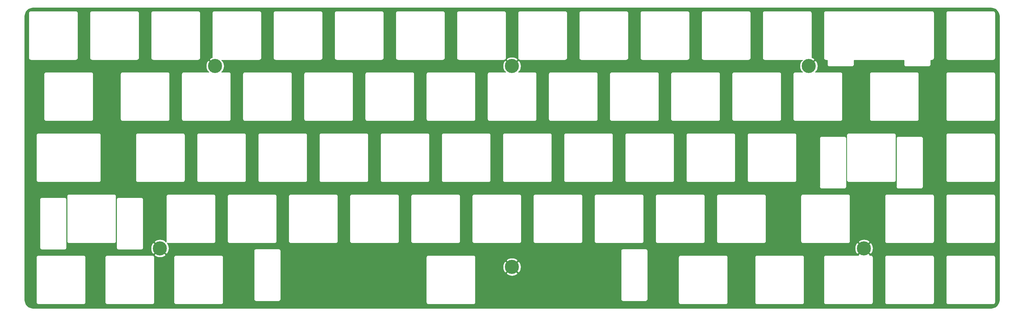
<source format=gtl>
G04 #@! TF.GenerationSoftware,KiCad,Pcbnew,(5.1.5)-3*
G04 #@! TF.CreationDate,2020-03-22T08:54:41+11:00*
G04 #@! TF.ProjectId,discipline-pcb,64697363-6970-46c6-996e-652d7063622e,rev?*
G04 #@! TF.SameCoordinates,Original*
G04 #@! TF.FileFunction,Copper,L1,Top*
G04 #@! TF.FilePolarity,Positive*
%FSLAX46Y46*%
G04 Gerber Fmt 4.6, Leading zero omitted, Abs format (unit mm)*
G04 Created by KiCad (PCBNEW (5.1.5)-3) date 2020-03-22 08:54:41*
%MOMM*%
%LPD*%
G04 APERTURE LIST*
%ADD10C,0.700000*%
%ADD11C,4.400000*%
%ADD12C,0.254000*%
G04 APERTURE END LIST*
D10*
X193252126Y-81381167D03*
X192085400Y-80897893D03*
X190918674Y-81381167D03*
X190435400Y-82547893D03*
X190918674Y-83714619D03*
X192085400Y-84197893D03*
X193252126Y-83714619D03*
X193735400Y-82547893D03*
D11*
X192085400Y-82547893D03*
D10*
X302890846Y-138231167D03*
X301724120Y-137747893D03*
X300557394Y-138231167D03*
X300074120Y-139397893D03*
X300557394Y-140564619D03*
X301724120Y-141047893D03*
X302890846Y-140564619D03*
X303374120Y-139397893D03*
D11*
X301724120Y-139397893D03*
D10*
X193250846Y-144041167D03*
X192084120Y-143557893D03*
X190917394Y-144041167D03*
X190434120Y-145207893D03*
X190917394Y-146374619D03*
X192084120Y-146857893D03*
X193250846Y-146374619D03*
X193734120Y-145207893D03*
D11*
X192084120Y-145207893D03*
D10*
X83600846Y-138231167D03*
X82434120Y-137747893D03*
X81267394Y-138231167D03*
X80784120Y-139397893D03*
X81267394Y-140564619D03*
X82434120Y-141047893D03*
X83600846Y-140564619D03*
X84084120Y-139397893D03*
D11*
X82434120Y-139397893D03*
D10*
X285705597Y-81381167D03*
X284538871Y-80897893D03*
X283372145Y-81381167D03*
X282888871Y-82547893D03*
X283372145Y-83714619D03*
X284538871Y-84197893D03*
X285705597Y-83714619D03*
X286188871Y-82547893D03*
D11*
X284538871Y-82547893D03*
D10*
X100790846Y-81381167D03*
X99624120Y-80897893D03*
X98457394Y-81381167D03*
X97974120Y-82547893D03*
X98457394Y-83714619D03*
X99624120Y-84197893D03*
X100790846Y-83714619D03*
X101274120Y-82547893D03*
D11*
X99624120Y-82547893D03*
D12*
G36*
X341725173Y-64483699D02*
G01*
X342209767Y-64630008D01*
X342656708Y-64867649D01*
X343048977Y-65187577D01*
X343371639Y-65577610D01*
X343612393Y-66022875D01*
X343762079Y-66506430D01*
X343818459Y-67042856D01*
X343818460Y-155407071D01*
X343765660Y-155945583D01*
X343619351Y-156430177D01*
X343381711Y-156877115D01*
X343061781Y-157269388D01*
X342671752Y-157592048D01*
X342226486Y-157832803D01*
X341742927Y-157982489D01*
X341206503Y-158038869D01*
X42979004Y-158038869D01*
X42440123Y-157986525D01*
X41955400Y-157840657D01*
X41508244Y-157603421D01*
X41115683Y-157283848D01*
X40792669Y-156894112D01*
X40551509Y-156449061D01*
X40401384Y-155965640D01*
X40344532Y-155429402D01*
X40344532Y-142215600D01*
X43892138Y-142215600D01*
X43895500Y-142249735D01*
X43895501Y-156181455D01*
X43892138Y-156215600D01*
X43905557Y-156351844D01*
X43945298Y-156482852D01*
X44009833Y-156603589D01*
X44096683Y-156709417D01*
X44202511Y-156796267D01*
X44323248Y-156860802D01*
X44454256Y-156900543D01*
X44556365Y-156910600D01*
X44556366Y-156910600D01*
X44590500Y-156913962D01*
X44624635Y-156910600D01*
X58556365Y-156910600D01*
X58590500Y-156913962D01*
X58624634Y-156910600D01*
X58624635Y-156910600D01*
X58726744Y-156900543D01*
X58857752Y-156860802D01*
X58978489Y-156796267D01*
X59084317Y-156709417D01*
X59171167Y-156603589D01*
X59235702Y-156482852D01*
X59275443Y-156351844D01*
X59288862Y-156215600D01*
X59285500Y-156181465D01*
X59285500Y-142249735D01*
X59288862Y-142215600D01*
X65322038Y-142215600D01*
X65325400Y-142249735D01*
X65325401Y-156181455D01*
X65322038Y-156215600D01*
X65335457Y-156351844D01*
X65375198Y-156482852D01*
X65439733Y-156603589D01*
X65526583Y-156709417D01*
X65632411Y-156796267D01*
X65753148Y-156860802D01*
X65884156Y-156900543D01*
X65986265Y-156910600D01*
X65986266Y-156910600D01*
X66020400Y-156913962D01*
X66054535Y-156910600D01*
X79986265Y-156910600D01*
X80020400Y-156913962D01*
X80054534Y-156910600D01*
X80054535Y-156910600D01*
X80156644Y-156900543D01*
X80287652Y-156860802D01*
X80408389Y-156796267D01*
X80514217Y-156709417D01*
X80601067Y-156603589D01*
X80665602Y-156482852D01*
X80705343Y-156351844D01*
X80718762Y-156215600D01*
X80715400Y-156181465D01*
X80715400Y-142249735D01*
X80718762Y-142215600D01*
X80705343Y-142079356D01*
X80665602Y-141948348D01*
X80601067Y-141827611D01*
X80514217Y-141721783D01*
X80408389Y-141634933D01*
X80287652Y-141570398D01*
X80156644Y-141530657D01*
X80054535Y-141520600D01*
X80020400Y-141517238D01*
X79986266Y-141520600D01*
X66054534Y-141520600D01*
X66020400Y-141517238D01*
X65986265Y-141520600D01*
X65884156Y-141530657D01*
X65753148Y-141570398D01*
X65632411Y-141634933D01*
X65526583Y-141721783D01*
X65439733Y-141827611D01*
X65375198Y-141948348D01*
X65335457Y-142079356D01*
X65322038Y-142215600D01*
X59288862Y-142215600D01*
X59275443Y-142079356D01*
X59235702Y-141948348D01*
X59171167Y-141827611D01*
X59084317Y-141721783D01*
X58978489Y-141634933D01*
X58857752Y-141570398D01*
X58726744Y-141530657D01*
X58624635Y-141520600D01*
X58590500Y-141517238D01*
X58556366Y-141520600D01*
X44624634Y-141520600D01*
X44590500Y-141517238D01*
X44556365Y-141520600D01*
X44454256Y-141530657D01*
X44323248Y-141570398D01*
X44202511Y-141634933D01*
X44096683Y-141721783D01*
X44009833Y-141827611D01*
X43945298Y-141948348D01*
X43905557Y-142079356D01*
X43892138Y-142215600D01*
X40344532Y-142215600D01*
X40344532Y-141387668D01*
X80623950Y-141387668D01*
X80864096Y-141774911D01*
X81357997Y-142035534D01*
X81893253Y-142194794D01*
X82449294Y-142246571D01*
X82747456Y-142215600D01*
X86751938Y-142215600D01*
X86755300Y-142249735D01*
X86755301Y-156181455D01*
X86751938Y-156215600D01*
X86765357Y-156351844D01*
X86805098Y-156482852D01*
X86869633Y-156603589D01*
X86956483Y-156709417D01*
X87062311Y-156796267D01*
X87183048Y-156860802D01*
X87314056Y-156900543D01*
X87416165Y-156910600D01*
X87416166Y-156910600D01*
X87450300Y-156913962D01*
X87484435Y-156910600D01*
X101416165Y-156910600D01*
X101450300Y-156913962D01*
X101484434Y-156910600D01*
X101484435Y-156910600D01*
X101586544Y-156900543D01*
X101717552Y-156860802D01*
X101838289Y-156796267D01*
X101944117Y-156709417D01*
X102030967Y-156603589D01*
X102095502Y-156482852D01*
X102135243Y-156351844D01*
X102148662Y-156215600D01*
X102145300Y-156181465D01*
X102145300Y-142249735D01*
X102148662Y-142215600D01*
X102135243Y-142079356D01*
X102095502Y-141948348D01*
X102030967Y-141827611D01*
X101944117Y-141721783D01*
X101838289Y-141634933D01*
X101717552Y-141570398D01*
X101586544Y-141530657D01*
X101484435Y-141520600D01*
X101450300Y-141517238D01*
X101416166Y-141520600D01*
X87484434Y-141520600D01*
X87450300Y-141517238D01*
X87416165Y-141520600D01*
X87314056Y-141530657D01*
X87183048Y-141570398D01*
X87062311Y-141634933D01*
X86956483Y-141721783D01*
X86869633Y-141827611D01*
X86805098Y-141948348D01*
X86765357Y-142079356D01*
X86751938Y-142215600D01*
X82747456Y-142215600D01*
X83004752Y-142188874D01*
X83538281Y-142023921D01*
X84004144Y-141774911D01*
X84244290Y-141387668D01*
X82434120Y-139577498D01*
X80623950Y-141387668D01*
X40344532Y-141387668D01*
X40344532Y-124166800D01*
X44978538Y-124166800D01*
X44981901Y-124200945D01*
X44981900Y-139132665D01*
X44978538Y-139166800D01*
X44991957Y-139303044D01*
X45031698Y-139434052D01*
X45096233Y-139554789D01*
X45183083Y-139660617D01*
X45257615Y-139721783D01*
X45288911Y-139747467D01*
X45409648Y-139812002D01*
X45540656Y-139851743D01*
X45676900Y-139865162D01*
X45711034Y-139861800D01*
X52642765Y-139861800D01*
X52676900Y-139865162D01*
X52711034Y-139861800D01*
X52711035Y-139861800D01*
X52813144Y-139851743D01*
X52944152Y-139812002D01*
X53064889Y-139747467D01*
X53170717Y-139660617D01*
X53257567Y-139554789D01*
X53322102Y-139434052D01*
X53361843Y-139303044D01*
X53375262Y-139166800D01*
X53371900Y-139132665D01*
X53371900Y-124200935D01*
X53375262Y-124166800D01*
X53361843Y-124030556D01*
X53322102Y-123899548D01*
X53257567Y-123778811D01*
X53170717Y-123672983D01*
X53064889Y-123586133D01*
X52944152Y-123521598D01*
X52813144Y-123481857D01*
X52711035Y-123471800D01*
X52676900Y-123468438D01*
X52642766Y-123471800D01*
X45711035Y-123471800D01*
X45676900Y-123468438D01*
X45642766Y-123471800D01*
X45642765Y-123471800D01*
X45540656Y-123481857D01*
X45409648Y-123521598D01*
X45288911Y-123586133D01*
X45183083Y-123672983D01*
X45096233Y-123778811D01*
X45031698Y-123899548D01*
X44991957Y-124030556D01*
X44978538Y-124166800D01*
X40344532Y-124166800D01*
X40344532Y-123166800D01*
X53416538Y-123166800D01*
X53419900Y-123200935D01*
X53419901Y-137132655D01*
X53416538Y-137166800D01*
X53429957Y-137303044D01*
X53469698Y-137434052D01*
X53534233Y-137554789D01*
X53621083Y-137660617D01*
X53726911Y-137747467D01*
X53847648Y-137812002D01*
X53978656Y-137851743D01*
X54080765Y-137861800D01*
X54080766Y-137861800D01*
X54114900Y-137865162D01*
X54149035Y-137861800D01*
X68080765Y-137861800D01*
X68114900Y-137865162D01*
X68149034Y-137861800D01*
X68149035Y-137861800D01*
X68251144Y-137851743D01*
X68382152Y-137812002D01*
X68502889Y-137747467D01*
X68608717Y-137660617D01*
X68695567Y-137554789D01*
X68760102Y-137434052D01*
X68799843Y-137303044D01*
X68813262Y-137166800D01*
X68809900Y-137132665D01*
X68809900Y-124166800D01*
X68854538Y-124166800D01*
X68857900Y-124200935D01*
X68857901Y-139132655D01*
X68854538Y-139166800D01*
X68867957Y-139303044D01*
X68907698Y-139434052D01*
X68972233Y-139554789D01*
X69059083Y-139660617D01*
X69164911Y-139747467D01*
X69285648Y-139812002D01*
X69416656Y-139851743D01*
X69518765Y-139861800D01*
X69518766Y-139861800D01*
X69552900Y-139865162D01*
X69587035Y-139861800D01*
X76518766Y-139861800D01*
X76552900Y-139865162D01*
X76689144Y-139851743D01*
X76820152Y-139812002D01*
X76940889Y-139747467D01*
X77046717Y-139660617D01*
X77133567Y-139554789D01*
X77198102Y-139434052D01*
X77204467Y-139413067D01*
X79585442Y-139413067D01*
X79643139Y-139968525D01*
X79808092Y-140502054D01*
X80057102Y-140967917D01*
X80444345Y-141208063D01*
X82254515Y-139397893D01*
X80444345Y-137587723D01*
X80057102Y-137827869D01*
X79796479Y-138321770D01*
X79637219Y-138857026D01*
X79585442Y-139413067D01*
X77204467Y-139413067D01*
X77237843Y-139303044D01*
X77247900Y-139200935D01*
X77247900Y-139200934D01*
X77251262Y-139166800D01*
X77247900Y-139132665D01*
X77247900Y-137408118D01*
X80623950Y-137408118D01*
X82434120Y-139218288D01*
X82448263Y-139204146D01*
X82627868Y-139383751D01*
X82613725Y-139397893D01*
X84423895Y-141208063D01*
X84811138Y-140967917D01*
X85071761Y-140474016D01*
X85148650Y-140215600D01*
X111678238Y-140215600D01*
X111681601Y-140249745D01*
X111681600Y-155181465D01*
X111678238Y-155215600D01*
X111691657Y-155351844D01*
X111731398Y-155482852D01*
X111795933Y-155603589D01*
X111882783Y-155709417D01*
X111959770Y-155772598D01*
X111988611Y-155796267D01*
X112109348Y-155860802D01*
X112240356Y-155900543D01*
X112376600Y-155913962D01*
X112410734Y-155910600D01*
X119342465Y-155910600D01*
X119376600Y-155913962D01*
X119410734Y-155910600D01*
X119410735Y-155910600D01*
X119512844Y-155900543D01*
X119643852Y-155860802D01*
X119764589Y-155796267D01*
X119870417Y-155709417D01*
X119957267Y-155603589D01*
X120021802Y-155482852D01*
X120061543Y-155351844D01*
X120074962Y-155215600D01*
X120071600Y-155181465D01*
X120071600Y-142215600D01*
X165328238Y-142215600D01*
X165331600Y-142249735D01*
X165331601Y-156181455D01*
X165328238Y-156215600D01*
X165341657Y-156351844D01*
X165381398Y-156482852D01*
X165445933Y-156603589D01*
X165532783Y-156709417D01*
X165638611Y-156796267D01*
X165759348Y-156860802D01*
X165890356Y-156900543D01*
X165992465Y-156910600D01*
X165992466Y-156910600D01*
X166026600Y-156913962D01*
X166060735Y-156910600D01*
X179992465Y-156910600D01*
X180026600Y-156913962D01*
X180060734Y-156910600D01*
X180060735Y-156910600D01*
X180162844Y-156900543D01*
X180293852Y-156860802D01*
X180414589Y-156796267D01*
X180520417Y-156709417D01*
X180607267Y-156603589D01*
X180671802Y-156482852D01*
X180711543Y-156351844D01*
X180724962Y-156215600D01*
X180721600Y-156181465D01*
X180721600Y-147197668D01*
X190273950Y-147197668D01*
X190514096Y-147584911D01*
X191007997Y-147845534D01*
X191543253Y-148004794D01*
X192099294Y-148056571D01*
X192654752Y-147998874D01*
X193188281Y-147833921D01*
X193654144Y-147584911D01*
X193894290Y-147197668D01*
X192084120Y-145387498D01*
X190273950Y-147197668D01*
X180721600Y-147197668D01*
X180721600Y-145223067D01*
X189235442Y-145223067D01*
X189293139Y-145778525D01*
X189458092Y-146312054D01*
X189707102Y-146777917D01*
X190094345Y-147018063D01*
X191904515Y-145207893D01*
X192263725Y-145207893D01*
X194073895Y-147018063D01*
X194461138Y-146777917D01*
X194721761Y-146284016D01*
X194881021Y-145748760D01*
X194932798Y-145192719D01*
X194875101Y-144637261D01*
X194710148Y-144103732D01*
X194461138Y-143637869D01*
X194073895Y-143397723D01*
X192263725Y-145207893D01*
X191904515Y-145207893D01*
X190094345Y-143397723D01*
X189707102Y-143637869D01*
X189446479Y-144131770D01*
X189287219Y-144667026D01*
X189235442Y-145223067D01*
X180721600Y-145223067D01*
X180721600Y-143218118D01*
X190273950Y-143218118D01*
X192084120Y-145028288D01*
X193894290Y-143218118D01*
X193654144Y-142830875D01*
X193160243Y-142570252D01*
X192624987Y-142410992D01*
X192068946Y-142359215D01*
X191513488Y-142416912D01*
X190979959Y-142581865D01*
X190514096Y-142830875D01*
X190273950Y-143218118D01*
X180721600Y-143218118D01*
X180721600Y-142249735D01*
X180724962Y-142215600D01*
X180711543Y-142079356D01*
X180671802Y-141948348D01*
X180607267Y-141827611D01*
X180520417Y-141721783D01*
X180414589Y-141634933D01*
X180293852Y-141570398D01*
X180162844Y-141530657D01*
X180060735Y-141520600D01*
X180026600Y-141517238D01*
X179992466Y-141520600D01*
X166060734Y-141520600D01*
X166026600Y-141517238D01*
X165992465Y-141520600D01*
X165890356Y-141530657D01*
X165759348Y-141570398D01*
X165638611Y-141634933D01*
X165532783Y-141721783D01*
X165445933Y-141827611D01*
X165381398Y-141948348D01*
X165341657Y-142079356D01*
X165328238Y-142215600D01*
X120071600Y-142215600D01*
X120071600Y-140249735D01*
X120074962Y-140215600D01*
X225978238Y-140215600D01*
X225981600Y-140249735D01*
X225981601Y-155181455D01*
X225978238Y-155215600D01*
X225991657Y-155351844D01*
X226031398Y-155482852D01*
X226095933Y-155603589D01*
X226182783Y-155709417D01*
X226288611Y-155796267D01*
X226409348Y-155860802D01*
X226540356Y-155900543D01*
X226642465Y-155910600D01*
X226642466Y-155910600D01*
X226676600Y-155913962D01*
X226710735Y-155910600D01*
X233642466Y-155910600D01*
X233676600Y-155913962D01*
X233812844Y-155900543D01*
X233943852Y-155860802D01*
X234064589Y-155796267D01*
X234170417Y-155709417D01*
X234257267Y-155603589D01*
X234321802Y-155482852D01*
X234361543Y-155351844D01*
X234371600Y-155249735D01*
X234371600Y-155249734D01*
X234374962Y-155215600D01*
X234371600Y-155181465D01*
X234371600Y-142215600D01*
X243904538Y-142215600D01*
X243907900Y-142249735D01*
X243907901Y-156181455D01*
X243904538Y-156215600D01*
X243917957Y-156351844D01*
X243957698Y-156482852D01*
X244022233Y-156603589D01*
X244109083Y-156709417D01*
X244214911Y-156796267D01*
X244335648Y-156860802D01*
X244466656Y-156900543D01*
X244568765Y-156910600D01*
X244568766Y-156910600D01*
X244602900Y-156913962D01*
X244637035Y-156910600D01*
X258568765Y-156910600D01*
X258602900Y-156913962D01*
X258637034Y-156910600D01*
X258637035Y-156910600D01*
X258739144Y-156900543D01*
X258870152Y-156860802D01*
X258990889Y-156796267D01*
X259096717Y-156709417D01*
X259183567Y-156603589D01*
X259248102Y-156482852D01*
X259287843Y-156351844D01*
X259301262Y-156215600D01*
X259297900Y-156181465D01*
X259297900Y-142249735D01*
X259301262Y-142215600D01*
X267715538Y-142215600D01*
X267718900Y-142249735D01*
X267718901Y-156181455D01*
X267715538Y-156215600D01*
X267728957Y-156351844D01*
X267768698Y-156482852D01*
X267833233Y-156603589D01*
X267920083Y-156709417D01*
X268025911Y-156796267D01*
X268146648Y-156860802D01*
X268277656Y-156900543D01*
X268379765Y-156910600D01*
X268379766Y-156910600D01*
X268413900Y-156913962D01*
X268448035Y-156910600D01*
X282379765Y-156910600D01*
X282413900Y-156913962D01*
X282448034Y-156910600D01*
X282448035Y-156910600D01*
X282550144Y-156900543D01*
X282681152Y-156860802D01*
X282801889Y-156796267D01*
X282907717Y-156709417D01*
X282994567Y-156603589D01*
X283059102Y-156482852D01*
X283098843Y-156351844D01*
X283112262Y-156215600D01*
X283108900Y-156181465D01*
X283108900Y-142249735D01*
X283112262Y-142215600D01*
X289145438Y-142215600D01*
X289148800Y-142249735D01*
X289148801Y-156181455D01*
X289145438Y-156215600D01*
X289158857Y-156351844D01*
X289198598Y-156482852D01*
X289263133Y-156603589D01*
X289349983Y-156709417D01*
X289455811Y-156796267D01*
X289576548Y-156860802D01*
X289707556Y-156900543D01*
X289809665Y-156910600D01*
X289809666Y-156910600D01*
X289843800Y-156913962D01*
X289877935Y-156910600D01*
X303809665Y-156910600D01*
X303843800Y-156913962D01*
X303877934Y-156910600D01*
X303877935Y-156910600D01*
X303980044Y-156900543D01*
X304111052Y-156860802D01*
X304231789Y-156796267D01*
X304337617Y-156709417D01*
X304424467Y-156603589D01*
X304489002Y-156482852D01*
X304528743Y-156351844D01*
X304542162Y-156215600D01*
X304538800Y-156181465D01*
X304538800Y-142249735D01*
X304542162Y-142215600D01*
X308194238Y-142215600D01*
X308197600Y-142249735D01*
X308197601Y-156181455D01*
X308194238Y-156215600D01*
X308207657Y-156351844D01*
X308247398Y-156482852D01*
X308311933Y-156603589D01*
X308398783Y-156709417D01*
X308504611Y-156796267D01*
X308625348Y-156860802D01*
X308756356Y-156900543D01*
X308858465Y-156910600D01*
X308858466Y-156910600D01*
X308892600Y-156913962D01*
X308926735Y-156910600D01*
X322858465Y-156910600D01*
X322892600Y-156913962D01*
X322926734Y-156910600D01*
X322926735Y-156910600D01*
X323028844Y-156900543D01*
X323159852Y-156860802D01*
X323280589Y-156796267D01*
X323386417Y-156709417D01*
X323473267Y-156603589D01*
X323537802Y-156482852D01*
X323577543Y-156351844D01*
X323590962Y-156215600D01*
X323587600Y-156181465D01*
X323587600Y-142249735D01*
X323590962Y-142215600D01*
X327243038Y-142215600D01*
X327246400Y-142249735D01*
X327246401Y-156181455D01*
X327243038Y-156215600D01*
X327256457Y-156351844D01*
X327296198Y-156482852D01*
X327360733Y-156603589D01*
X327447583Y-156709417D01*
X327553411Y-156796267D01*
X327674148Y-156860802D01*
X327805156Y-156900543D01*
X327907265Y-156910600D01*
X327907266Y-156910600D01*
X327941400Y-156913962D01*
X327975535Y-156910600D01*
X341907265Y-156910600D01*
X341941400Y-156913962D01*
X341975534Y-156910600D01*
X341975535Y-156910600D01*
X342077644Y-156900543D01*
X342208652Y-156860802D01*
X342329389Y-156796267D01*
X342435217Y-156709417D01*
X342522067Y-156603589D01*
X342586602Y-156482852D01*
X342626343Y-156351844D01*
X342639762Y-156215600D01*
X342636400Y-156181465D01*
X342636400Y-142249735D01*
X342639762Y-142215600D01*
X342626343Y-142079356D01*
X342586602Y-141948348D01*
X342522067Y-141827611D01*
X342435217Y-141721783D01*
X342329389Y-141634933D01*
X342208652Y-141570398D01*
X342077644Y-141530657D01*
X341975535Y-141520600D01*
X341941400Y-141517238D01*
X341907266Y-141520600D01*
X327975534Y-141520600D01*
X327941400Y-141517238D01*
X327907265Y-141520600D01*
X327805156Y-141530657D01*
X327674148Y-141570398D01*
X327553411Y-141634933D01*
X327447583Y-141721783D01*
X327360733Y-141827611D01*
X327296198Y-141948348D01*
X327256457Y-142079356D01*
X327243038Y-142215600D01*
X323590962Y-142215600D01*
X323577543Y-142079356D01*
X323537802Y-141948348D01*
X323473267Y-141827611D01*
X323386417Y-141721783D01*
X323280589Y-141634933D01*
X323159852Y-141570398D01*
X323028844Y-141530657D01*
X322926735Y-141520600D01*
X322892600Y-141517238D01*
X322858466Y-141520600D01*
X308926734Y-141520600D01*
X308892600Y-141517238D01*
X308858465Y-141520600D01*
X308756356Y-141530657D01*
X308625348Y-141570398D01*
X308504611Y-141634933D01*
X308398783Y-141721783D01*
X308311933Y-141827611D01*
X308247398Y-141948348D01*
X308207657Y-142079356D01*
X308194238Y-142215600D01*
X304542162Y-142215600D01*
X304528743Y-142079356D01*
X304489002Y-141948348D01*
X304424467Y-141827611D01*
X304337617Y-141721783D01*
X304231789Y-141634933D01*
X304111052Y-141570398D01*
X303980044Y-141530657D01*
X303877935Y-141520600D01*
X303843800Y-141517238D01*
X303809666Y-141520600D01*
X303451853Y-141520600D01*
X303534290Y-141387668D01*
X301724120Y-139577498D01*
X299913950Y-141387668D01*
X299996387Y-141520600D01*
X289877934Y-141520600D01*
X289843800Y-141517238D01*
X289809665Y-141520600D01*
X289707556Y-141530657D01*
X289576548Y-141570398D01*
X289455811Y-141634933D01*
X289349983Y-141721783D01*
X289263133Y-141827611D01*
X289198598Y-141948348D01*
X289158857Y-142079356D01*
X289145438Y-142215600D01*
X283112262Y-142215600D01*
X283098843Y-142079356D01*
X283059102Y-141948348D01*
X282994567Y-141827611D01*
X282907717Y-141721783D01*
X282801889Y-141634933D01*
X282681152Y-141570398D01*
X282550144Y-141530657D01*
X282448035Y-141520600D01*
X282413900Y-141517238D01*
X282379766Y-141520600D01*
X268448034Y-141520600D01*
X268413900Y-141517238D01*
X268379765Y-141520600D01*
X268277656Y-141530657D01*
X268146648Y-141570398D01*
X268025911Y-141634933D01*
X267920083Y-141721783D01*
X267833233Y-141827611D01*
X267768698Y-141948348D01*
X267728957Y-142079356D01*
X267715538Y-142215600D01*
X259301262Y-142215600D01*
X259287843Y-142079356D01*
X259248102Y-141948348D01*
X259183567Y-141827611D01*
X259096717Y-141721783D01*
X258990889Y-141634933D01*
X258870152Y-141570398D01*
X258739144Y-141530657D01*
X258637035Y-141520600D01*
X258602900Y-141517238D01*
X258568766Y-141520600D01*
X244637034Y-141520600D01*
X244602900Y-141517238D01*
X244568765Y-141520600D01*
X244466656Y-141530657D01*
X244335648Y-141570398D01*
X244214911Y-141634933D01*
X244109083Y-141721783D01*
X244022233Y-141827611D01*
X243957698Y-141948348D01*
X243917957Y-142079356D01*
X243904538Y-142215600D01*
X234371600Y-142215600D01*
X234371600Y-140249735D01*
X234374962Y-140215600D01*
X234361543Y-140079356D01*
X234321802Y-139948348D01*
X234257267Y-139827611D01*
X234170417Y-139721783D01*
X234064589Y-139634933D01*
X233943852Y-139570398D01*
X233812844Y-139530657D01*
X233710735Y-139520600D01*
X233710734Y-139520600D01*
X233676600Y-139517238D01*
X233642465Y-139520600D01*
X226710734Y-139520600D01*
X226676600Y-139517238D01*
X226642465Y-139520600D01*
X226540356Y-139530657D01*
X226409348Y-139570398D01*
X226288611Y-139634933D01*
X226182783Y-139721783D01*
X226095933Y-139827611D01*
X226031398Y-139948348D01*
X225991657Y-140079356D01*
X225978238Y-140215600D01*
X120074962Y-140215600D01*
X120061543Y-140079356D01*
X120021802Y-139948348D01*
X119957267Y-139827611D01*
X119870417Y-139721783D01*
X119764589Y-139634933D01*
X119643852Y-139570398D01*
X119512844Y-139530657D01*
X119410735Y-139520600D01*
X119376600Y-139517238D01*
X119342466Y-139520600D01*
X112410735Y-139520600D01*
X112376600Y-139517238D01*
X112342466Y-139520600D01*
X112342465Y-139520600D01*
X112240356Y-139530657D01*
X112109348Y-139570398D01*
X111988611Y-139634933D01*
X111882783Y-139721783D01*
X111795933Y-139827611D01*
X111731398Y-139948348D01*
X111691657Y-140079356D01*
X111678238Y-140215600D01*
X85148650Y-140215600D01*
X85231021Y-139938760D01*
X85279972Y-139413067D01*
X298875442Y-139413067D01*
X298933139Y-139968525D01*
X299098092Y-140502054D01*
X299347102Y-140967917D01*
X299734345Y-141208063D01*
X301544515Y-139397893D01*
X301903725Y-139397893D01*
X303713895Y-141208063D01*
X304101138Y-140967917D01*
X304361761Y-140474016D01*
X304521021Y-139938760D01*
X304572798Y-139382719D01*
X304515101Y-138827261D01*
X304350148Y-138293732D01*
X304101138Y-137827869D01*
X303713895Y-137587723D01*
X301903725Y-139397893D01*
X301544515Y-139397893D01*
X299734345Y-137587723D01*
X299347102Y-137827869D01*
X299086479Y-138321770D01*
X298927219Y-138857026D01*
X298875442Y-139413067D01*
X85279972Y-139413067D01*
X85282798Y-139382719D01*
X85225101Y-138827261D01*
X85060148Y-138293732D01*
X84811138Y-137827869D01*
X84683211Y-137748536D01*
X84801948Y-137812002D01*
X84932956Y-137851743D01*
X85035065Y-137861800D01*
X85035066Y-137861800D01*
X85069200Y-137865162D01*
X85103335Y-137861800D01*
X99035065Y-137861800D01*
X99069200Y-137865162D01*
X99103334Y-137861800D01*
X99103335Y-137861800D01*
X99205444Y-137851743D01*
X99336452Y-137812002D01*
X99457189Y-137747467D01*
X99563017Y-137660617D01*
X99649867Y-137554789D01*
X99714402Y-137434052D01*
X99754143Y-137303044D01*
X99767562Y-137166800D01*
X99764200Y-137132665D01*
X99764200Y-123200935D01*
X99767562Y-123166800D01*
X103419638Y-123166800D01*
X103423000Y-123200935D01*
X103423001Y-137132655D01*
X103419638Y-137166800D01*
X103433057Y-137303044D01*
X103472798Y-137434052D01*
X103537333Y-137554789D01*
X103624183Y-137660617D01*
X103730011Y-137747467D01*
X103850748Y-137812002D01*
X103981756Y-137851743D01*
X104083865Y-137861800D01*
X104083866Y-137861800D01*
X104118000Y-137865162D01*
X104152135Y-137861800D01*
X118083865Y-137861800D01*
X118118000Y-137865162D01*
X118152134Y-137861800D01*
X118152135Y-137861800D01*
X118254244Y-137851743D01*
X118385252Y-137812002D01*
X118505989Y-137747467D01*
X118611817Y-137660617D01*
X118698667Y-137554789D01*
X118763202Y-137434052D01*
X118802943Y-137303044D01*
X118816362Y-137166800D01*
X118813000Y-137132665D01*
X118813000Y-123200935D01*
X118816362Y-123166800D01*
X122468438Y-123166800D01*
X122471800Y-123200935D01*
X122471801Y-137132655D01*
X122468438Y-137166800D01*
X122481857Y-137303044D01*
X122521598Y-137434052D01*
X122586133Y-137554789D01*
X122672983Y-137660617D01*
X122778811Y-137747467D01*
X122899548Y-137812002D01*
X123030556Y-137851743D01*
X123132665Y-137861800D01*
X123132666Y-137861800D01*
X123166800Y-137865162D01*
X123200935Y-137861800D01*
X137132665Y-137861800D01*
X137166800Y-137865162D01*
X137200934Y-137861800D01*
X137200935Y-137861800D01*
X137303044Y-137851743D01*
X137434052Y-137812002D01*
X137554789Y-137747467D01*
X137660617Y-137660617D01*
X137747467Y-137554789D01*
X137812002Y-137434052D01*
X137851743Y-137303044D01*
X137865162Y-137166800D01*
X137861800Y-137132665D01*
X137861800Y-123200935D01*
X137865162Y-123166800D01*
X141517238Y-123166800D01*
X141520600Y-123200935D01*
X141520601Y-137132655D01*
X141517238Y-137166800D01*
X141530657Y-137303044D01*
X141570398Y-137434052D01*
X141634933Y-137554789D01*
X141721783Y-137660617D01*
X141827611Y-137747467D01*
X141948348Y-137812002D01*
X142079356Y-137851743D01*
X142181465Y-137861800D01*
X142181466Y-137861800D01*
X142215600Y-137865162D01*
X142249735Y-137861800D01*
X156181465Y-137861800D01*
X156215600Y-137865162D01*
X156249734Y-137861800D01*
X156249735Y-137861800D01*
X156351844Y-137851743D01*
X156482852Y-137812002D01*
X156603589Y-137747467D01*
X156709417Y-137660617D01*
X156796267Y-137554789D01*
X156860802Y-137434052D01*
X156900543Y-137303044D01*
X156913962Y-137166800D01*
X156910600Y-137132665D01*
X156910600Y-123200935D01*
X156913962Y-123166800D01*
X160566038Y-123166800D01*
X160569400Y-123200935D01*
X160569401Y-137132655D01*
X160566038Y-137166800D01*
X160579457Y-137303044D01*
X160619198Y-137434052D01*
X160683733Y-137554789D01*
X160770583Y-137660617D01*
X160876411Y-137747467D01*
X160997148Y-137812002D01*
X161128156Y-137851743D01*
X161230265Y-137861800D01*
X161230266Y-137861800D01*
X161264400Y-137865162D01*
X161298535Y-137861800D01*
X175230265Y-137861800D01*
X175264400Y-137865162D01*
X175298534Y-137861800D01*
X175298535Y-137861800D01*
X175400644Y-137851743D01*
X175531652Y-137812002D01*
X175652389Y-137747467D01*
X175758217Y-137660617D01*
X175845067Y-137554789D01*
X175909602Y-137434052D01*
X175949343Y-137303044D01*
X175962762Y-137166800D01*
X175959400Y-137132665D01*
X175959400Y-123200935D01*
X175962762Y-123166800D01*
X179614838Y-123166800D01*
X179618200Y-123200935D01*
X179618201Y-137132655D01*
X179614838Y-137166800D01*
X179628257Y-137303044D01*
X179667998Y-137434052D01*
X179732533Y-137554789D01*
X179819383Y-137660617D01*
X179925211Y-137747467D01*
X180045948Y-137812002D01*
X180176956Y-137851743D01*
X180279065Y-137861800D01*
X180279066Y-137861800D01*
X180313200Y-137865162D01*
X180347335Y-137861800D01*
X194279065Y-137861800D01*
X194313200Y-137865162D01*
X194347334Y-137861800D01*
X194347335Y-137861800D01*
X194449444Y-137851743D01*
X194580452Y-137812002D01*
X194701189Y-137747467D01*
X194807017Y-137660617D01*
X194893867Y-137554789D01*
X194958402Y-137434052D01*
X194998143Y-137303044D01*
X195011562Y-137166800D01*
X195008200Y-137132665D01*
X195008200Y-123200935D01*
X195011562Y-123166800D01*
X198663638Y-123166800D01*
X198667000Y-123200935D01*
X198667001Y-137132655D01*
X198663638Y-137166800D01*
X198677057Y-137303044D01*
X198716798Y-137434052D01*
X198781333Y-137554789D01*
X198868183Y-137660617D01*
X198974011Y-137747467D01*
X199094748Y-137812002D01*
X199225756Y-137851743D01*
X199327865Y-137861800D01*
X199327866Y-137861800D01*
X199362000Y-137865162D01*
X199396135Y-137861800D01*
X213327865Y-137861800D01*
X213362000Y-137865162D01*
X213396134Y-137861800D01*
X213396135Y-137861800D01*
X213498244Y-137851743D01*
X213629252Y-137812002D01*
X213749989Y-137747467D01*
X213855817Y-137660617D01*
X213942667Y-137554789D01*
X214007202Y-137434052D01*
X214046943Y-137303044D01*
X214060362Y-137166800D01*
X214057000Y-137132665D01*
X214057000Y-123200935D01*
X214060362Y-123166800D01*
X217712438Y-123166800D01*
X217715800Y-123200935D01*
X217715801Y-137132655D01*
X217712438Y-137166800D01*
X217725857Y-137303044D01*
X217765598Y-137434052D01*
X217830133Y-137554789D01*
X217916983Y-137660617D01*
X218022811Y-137747467D01*
X218143548Y-137812002D01*
X218274556Y-137851743D01*
X218376665Y-137861800D01*
X218376666Y-137861800D01*
X218410800Y-137865162D01*
X218444935Y-137861800D01*
X232376665Y-137861800D01*
X232410800Y-137865162D01*
X232444934Y-137861800D01*
X232444935Y-137861800D01*
X232547044Y-137851743D01*
X232678052Y-137812002D01*
X232798789Y-137747467D01*
X232904617Y-137660617D01*
X232991467Y-137554789D01*
X233056002Y-137434052D01*
X233095743Y-137303044D01*
X233109162Y-137166800D01*
X233105800Y-137132665D01*
X233105800Y-123200935D01*
X233109162Y-123166800D01*
X236761238Y-123166800D01*
X236764600Y-123200935D01*
X236764601Y-137132655D01*
X236761238Y-137166800D01*
X236774657Y-137303044D01*
X236814398Y-137434052D01*
X236878933Y-137554789D01*
X236965783Y-137660617D01*
X237071611Y-137747467D01*
X237192348Y-137812002D01*
X237323356Y-137851743D01*
X237425465Y-137861800D01*
X237425466Y-137861800D01*
X237459600Y-137865162D01*
X237493735Y-137861800D01*
X251425465Y-137861800D01*
X251459600Y-137865162D01*
X251493734Y-137861800D01*
X251493735Y-137861800D01*
X251595844Y-137851743D01*
X251726852Y-137812002D01*
X251847589Y-137747467D01*
X251953417Y-137660617D01*
X252040267Y-137554789D01*
X252104802Y-137434052D01*
X252144543Y-137303044D01*
X252157962Y-137166800D01*
X252154600Y-137132665D01*
X252154600Y-123200935D01*
X252157962Y-123166800D01*
X255810038Y-123166800D01*
X255813400Y-123200935D01*
X255813401Y-137132655D01*
X255810038Y-137166800D01*
X255823457Y-137303044D01*
X255863198Y-137434052D01*
X255927733Y-137554789D01*
X256014583Y-137660617D01*
X256120411Y-137747467D01*
X256241148Y-137812002D01*
X256372156Y-137851743D01*
X256474265Y-137861800D01*
X256474266Y-137861800D01*
X256508400Y-137865162D01*
X256542535Y-137861800D01*
X270474265Y-137861800D01*
X270508400Y-137865162D01*
X270542534Y-137861800D01*
X270542535Y-137861800D01*
X270644644Y-137851743D01*
X270775652Y-137812002D01*
X270896389Y-137747467D01*
X271002217Y-137660617D01*
X271089067Y-137554789D01*
X271153602Y-137434052D01*
X271193343Y-137303044D01*
X271206762Y-137166800D01*
X271203400Y-137132665D01*
X271203400Y-123200935D01*
X271206762Y-123166800D01*
X282002138Y-123166800D01*
X282005500Y-123200935D01*
X282005501Y-137132655D01*
X282002138Y-137166800D01*
X282015557Y-137303044D01*
X282055298Y-137434052D01*
X282119833Y-137554789D01*
X282206683Y-137660617D01*
X282312511Y-137747467D01*
X282433248Y-137812002D01*
X282564256Y-137851743D01*
X282666365Y-137861800D01*
X282666366Y-137861800D01*
X282700500Y-137865162D01*
X282734635Y-137861800D01*
X296666365Y-137861800D01*
X296700500Y-137865162D01*
X296734634Y-137861800D01*
X296734635Y-137861800D01*
X296836744Y-137851743D01*
X296967752Y-137812002D01*
X297088489Y-137747467D01*
X297194317Y-137660617D01*
X297281167Y-137554789D01*
X297345702Y-137434052D01*
X297353569Y-137408118D01*
X299913950Y-137408118D01*
X301724120Y-139218288D01*
X303534290Y-137408118D01*
X303294144Y-137020875D01*
X302800243Y-136760252D01*
X302264987Y-136600992D01*
X301708946Y-136549215D01*
X301153488Y-136606912D01*
X300619959Y-136771865D01*
X300154096Y-137020875D01*
X299913950Y-137408118D01*
X297353569Y-137408118D01*
X297385443Y-137303044D01*
X297398862Y-137166800D01*
X297395500Y-137132665D01*
X297395500Y-123200935D01*
X297398862Y-123166800D01*
X308194238Y-123166800D01*
X308197600Y-123200935D01*
X308197601Y-137132655D01*
X308194238Y-137166800D01*
X308207657Y-137303044D01*
X308247398Y-137434052D01*
X308311933Y-137554789D01*
X308398783Y-137660617D01*
X308504611Y-137747467D01*
X308625348Y-137812002D01*
X308756356Y-137851743D01*
X308858465Y-137861800D01*
X308858466Y-137861800D01*
X308892600Y-137865162D01*
X308926735Y-137861800D01*
X322858465Y-137861800D01*
X322892600Y-137865162D01*
X322926734Y-137861800D01*
X322926735Y-137861800D01*
X323028844Y-137851743D01*
X323159852Y-137812002D01*
X323280589Y-137747467D01*
X323386417Y-137660617D01*
X323473267Y-137554789D01*
X323537802Y-137434052D01*
X323577543Y-137303044D01*
X323590962Y-137166800D01*
X323587600Y-137132665D01*
X323587600Y-123200935D01*
X323590962Y-123166800D01*
X327243038Y-123166800D01*
X327246400Y-123200935D01*
X327246401Y-137132655D01*
X327243038Y-137166800D01*
X327256457Y-137303044D01*
X327296198Y-137434052D01*
X327360733Y-137554789D01*
X327447583Y-137660617D01*
X327553411Y-137747467D01*
X327674148Y-137812002D01*
X327805156Y-137851743D01*
X327907265Y-137861800D01*
X327907266Y-137861800D01*
X327941400Y-137865162D01*
X327975535Y-137861800D01*
X341907265Y-137861800D01*
X341941400Y-137865162D01*
X341975534Y-137861800D01*
X341975535Y-137861800D01*
X342077644Y-137851743D01*
X342208652Y-137812002D01*
X342329389Y-137747467D01*
X342435217Y-137660617D01*
X342522067Y-137554789D01*
X342586602Y-137434052D01*
X342626343Y-137303044D01*
X342639762Y-137166800D01*
X342636400Y-137132665D01*
X342636400Y-123200935D01*
X342639762Y-123166800D01*
X342626343Y-123030556D01*
X342586602Y-122899548D01*
X342522067Y-122778811D01*
X342435217Y-122672983D01*
X342329389Y-122586133D01*
X342208652Y-122521598D01*
X342077644Y-122481857D01*
X341975535Y-122471800D01*
X341941400Y-122468438D01*
X341907266Y-122471800D01*
X327975534Y-122471800D01*
X327941400Y-122468438D01*
X327907265Y-122471800D01*
X327805156Y-122481857D01*
X327674148Y-122521598D01*
X327553411Y-122586133D01*
X327447583Y-122672983D01*
X327360733Y-122778811D01*
X327296198Y-122899548D01*
X327256457Y-123030556D01*
X327243038Y-123166800D01*
X323590962Y-123166800D01*
X323577543Y-123030556D01*
X323537802Y-122899548D01*
X323473267Y-122778811D01*
X323386417Y-122672983D01*
X323280589Y-122586133D01*
X323159852Y-122521598D01*
X323028844Y-122481857D01*
X322926735Y-122471800D01*
X322892600Y-122468438D01*
X322858466Y-122471800D01*
X308926734Y-122471800D01*
X308892600Y-122468438D01*
X308858465Y-122471800D01*
X308756356Y-122481857D01*
X308625348Y-122521598D01*
X308504611Y-122586133D01*
X308398783Y-122672983D01*
X308311933Y-122778811D01*
X308247398Y-122899548D01*
X308207657Y-123030556D01*
X308194238Y-123166800D01*
X297398862Y-123166800D01*
X297385443Y-123030556D01*
X297345702Y-122899548D01*
X297281167Y-122778811D01*
X297194317Y-122672983D01*
X297088489Y-122586133D01*
X296967752Y-122521598D01*
X296836744Y-122481857D01*
X296734635Y-122471800D01*
X296700500Y-122468438D01*
X296666366Y-122471800D01*
X282734634Y-122471800D01*
X282700500Y-122468438D01*
X282666365Y-122471800D01*
X282564256Y-122481857D01*
X282433248Y-122521598D01*
X282312511Y-122586133D01*
X282206683Y-122672983D01*
X282119833Y-122778811D01*
X282055298Y-122899548D01*
X282015557Y-123030556D01*
X282002138Y-123166800D01*
X271206762Y-123166800D01*
X271193343Y-123030556D01*
X271153602Y-122899548D01*
X271089067Y-122778811D01*
X271002217Y-122672983D01*
X270896389Y-122586133D01*
X270775652Y-122521598D01*
X270644644Y-122481857D01*
X270542535Y-122471800D01*
X270508400Y-122468438D01*
X270474266Y-122471800D01*
X256542534Y-122471800D01*
X256508400Y-122468438D01*
X256474265Y-122471800D01*
X256372156Y-122481857D01*
X256241148Y-122521598D01*
X256120411Y-122586133D01*
X256014583Y-122672983D01*
X255927733Y-122778811D01*
X255863198Y-122899548D01*
X255823457Y-123030556D01*
X255810038Y-123166800D01*
X252157962Y-123166800D01*
X252144543Y-123030556D01*
X252104802Y-122899548D01*
X252040267Y-122778811D01*
X251953417Y-122672983D01*
X251847589Y-122586133D01*
X251726852Y-122521598D01*
X251595844Y-122481857D01*
X251493735Y-122471800D01*
X251459600Y-122468438D01*
X251425466Y-122471800D01*
X237493734Y-122471800D01*
X237459600Y-122468438D01*
X237425465Y-122471800D01*
X237323356Y-122481857D01*
X237192348Y-122521598D01*
X237071611Y-122586133D01*
X236965783Y-122672983D01*
X236878933Y-122778811D01*
X236814398Y-122899548D01*
X236774657Y-123030556D01*
X236761238Y-123166800D01*
X233109162Y-123166800D01*
X233095743Y-123030556D01*
X233056002Y-122899548D01*
X232991467Y-122778811D01*
X232904617Y-122672983D01*
X232798789Y-122586133D01*
X232678052Y-122521598D01*
X232547044Y-122481857D01*
X232444935Y-122471800D01*
X232410800Y-122468438D01*
X232376666Y-122471800D01*
X218444934Y-122471800D01*
X218410800Y-122468438D01*
X218376665Y-122471800D01*
X218274556Y-122481857D01*
X218143548Y-122521598D01*
X218022811Y-122586133D01*
X217916983Y-122672983D01*
X217830133Y-122778811D01*
X217765598Y-122899548D01*
X217725857Y-123030556D01*
X217712438Y-123166800D01*
X214060362Y-123166800D01*
X214046943Y-123030556D01*
X214007202Y-122899548D01*
X213942667Y-122778811D01*
X213855817Y-122672983D01*
X213749989Y-122586133D01*
X213629252Y-122521598D01*
X213498244Y-122481857D01*
X213396135Y-122471800D01*
X213362000Y-122468438D01*
X213327866Y-122471800D01*
X199396134Y-122471800D01*
X199362000Y-122468438D01*
X199327865Y-122471800D01*
X199225756Y-122481857D01*
X199094748Y-122521598D01*
X198974011Y-122586133D01*
X198868183Y-122672983D01*
X198781333Y-122778811D01*
X198716798Y-122899548D01*
X198677057Y-123030556D01*
X198663638Y-123166800D01*
X195011562Y-123166800D01*
X194998143Y-123030556D01*
X194958402Y-122899548D01*
X194893867Y-122778811D01*
X194807017Y-122672983D01*
X194701189Y-122586133D01*
X194580452Y-122521598D01*
X194449444Y-122481857D01*
X194347335Y-122471800D01*
X194313200Y-122468438D01*
X194279066Y-122471800D01*
X180347334Y-122471800D01*
X180313200Y-122468438D01*
X180279065Y-122471800D01*
X180176956Y-122481857D01*
X180045948Y-122521598D01*
X179925211Y-122586133D01*
X179819383Y-122672983D01*
X179732533Y-122778811D01*
X179667998Y-122899548D01*
X179628257Y-123030556D01*
X179614838Y-123166800D01*
X175962762Y-123166800D01*
X175949343Y-123030556D01*
X175909602Y-122899548D01*
X175845067Y-122778811D01*
X175758217Y-122672983D01*
X175652389Y-122586133D01*
X175531652Y-122521598D01*
X175400644Y-122481857D01*
X175298535Y-122471800D01*
X175264400Y-122468438D01*
X175230266Y-122471800D01*
X161298534Y-122471800D01*
X161264400Y-122468438D01*
X161230265Y-122471800D01*
X161128156Y-122481857D01*
X160997148Y-122521598D01*
X160876411Y-122586133D01*
X160770583Y-122672983D01*
X160683733Y-122778811D01*
X160619198Y-122899548D01*
X160579457Y-123030556D01*
X160566038Y-123166800D01*
X156913962Y-123166800D01*
X156900543Y-123030556D01*
X156860802Y-122899548D01*
X156796267Y-122778811D01*
X156709417Y-122672983D01*
X156603589Y-122586133D01*
X156482852Y-122521598D01*
X156351844Y-122481857D01*
X156249735Y-122471800D01*
X156215600Y-122468438D01*
X156181466Y-122471800D01*
X142249734Y-122471800D01*
X142215600Y-122468438D01*
X142181465Y-122471800D01*
X142079356Y-122481857D01*
X141948348Y-122521598D01*
X141827611Y-122586133D01*
X141721783Y-122672983D01*
X141634933Y-122778811D01*
X141570398Y-122899548D01*
X141530657Y-123030556D01*
X141517238Y-123166800D01*
X137865162Y-123166800D01*
X137851743Y-123030556D01*
X137812002Y-122899548D01*
X137747467Y-122778811D01*
X137660617Y-122672983D01*
X137554789Y-122586133D01*
X137434052Y-122521598D01*
X137303044Y-122481857D01*
X137200935Y-122471800D01*
X137166800Y-122468438D01*
X137132666Y-122471800D01*
X123200934Y-122471800D01*
X123166800Y-122468438D01*
X123132665Y-122471800D01*
X123030556Y-122481857D01*
X122899548Y-122521598D01*
X122778811Y-122586133D01*
X122672983Y-122672983D01*
X122586133Y-122778811D01*
X122521598Y-122899548D01*
X122481857Y-123030556D01*
X122468438Y-123166800D01*
X118816362Y-123166800D01*
X118802943Y-123030556D01*
X118763202Y-122899548D01*
X118698667Y-122778811D01*
X118611817Y-122672983D01*
X118505989Y-122586133D01*
X118385252Y-122521598D01*
X118254244Y-122481857D01*
X118152135Y-122471800D01*
X118118000Y-122468438D01*
X118083866Y-122471800D01*
X104152134Y-122471800D01*
X104118000Y-122468438D01*
X104083865Y-122471800D01*
X103981756Y-122481857D01*
X103850748Y-122521598D01*
X103730011Y-122586133D01*
X103624183Y-122672983D01*
X103537333Y-122778811D01*
X103472798Y-122899548D01*
X103433057Y-123030556D01*
X103419638Y-123166800D01*
X99767562Y-123166800D01*
X99754143Y-123030556D01*
X99714402Y-122899548D01*
X99649867Y-122778811D01*
X99563017Y-122672983D01*
X99457189Y-122586133D01*
X99336452Y-122521598D01*
X99205444Y-122481857D01*
X99103335Y-122471800D01*
X99069200Y-122468438D01*
X99035066Y-122471800D01*
X85103334Y-122471800D01*
X85069200Y-122468438D01*
X85035065Y-122471800D01*
X84932956Y-122481857D01*
X84801948Y-122521598D01*
X84681211Y-122586133D01*
X84575383Y-122672983D01*
X84488533Y-122778811D01*
X84423998Y-122899548D01*
X84384257Y-123030556D01*
X84370838Y-123166800D01*
X84374200Y-123200935D01*
X84374201Y-137132655D01*
X84370838Y-137166800D01*
X84384257Y-137303044D01*
X84391729Y-137327676D01*
X84358229Y-137294176D01*
X84244289Y-137408116D01*
X84004144Y-137020875D01*
X83510243Y-136760252D01*
X82974987Y-136600992D01*
X82418946Y-136549215D01*
X81863488Y-136606912D01*
X81329959Y-136771865D01*
X80864096Y-137020875D01*
X80623950Y-137408118D01*
X77247900Y-137408118D01*
X77247900Y-124200935D01*
X77251262Y-124166800D01*
X77237843Y-124030556D01*
X77198102Y-123899548D01*
X77133567Y-123778811D01*
X77046717Y-123672983D01*
X76940889Y-123586133D01*
X76820152Y-123521598D01*
X76689144Y-123481857D01*
X76587035Y-123471800D01*
X76587034Y-123471800D01*
X76552900Y-123468438D01*
X76518765Y-123471800D01*
X69587034Y-123471800D01*
X69552900Y-123468438D01*
X69518765Y-123471800D01*
X69416656Y-123481857D01*
X69285648Y-123521598D01*
X69164911Y-123586133D01*
X69059083Y-123672983D01*
X68972233Y-123778811D01*
X68907698Y-123899548D01*
X68867957Y-124030556D01*
X68854538Y-124166800D01*
X68809900Y-124166800D01*
X68809900Y-123200935D01*
X68813262Y-123166800D01*
X68799843Y-123030556D01*
X68760102Y-122899548D01*
X68695567Y-122778811D01*
X68608717Y-122672983D01*
X68502889Y-122586133D01*
X68382152Y-122521598D01*
X68251144Y-122481857D01*
X68149035Y-122471800D01*
X68114900Y-122468438D01*
X68080766Y-122471800D01*
X54149034Y-122471800D01*
X54114900Y-122468438D01*
X54080765Y-122471800D01*
X53978656Y-122481857D01*
X53847648Y-122521598D01*
X53726911Y-122586133D01*
X53621083Y-122672983D01*
X53534233Y-122778811D01*
X53469698Y-122899548D01*
X53429957Y-123030556D01*
X53416538Y-123166800D01*
X40344532Y-123166800D01*
X40344532Y-104118000D01*
X43892138Y-104118000D01*
X43895500Y-104152135D01*
X43895501Y-118083855D01*
X43892138Y-118118000D01*
X43905557Y-118254244D01*
X43945298Y-118385252D01*
X44009833Y-118505989D01*
X44096683Y-118611817D01*
X44202511Y-118698667D01*
X44323248Y-118763202D01*
X44454256Y-118802943D01*
X44556365Y-118813000D01*
X44556366Y-118813000D01*
X44590500Y-118816362D01*
X44624635Y-118813000D01*
X63318565Y-118813000D01*
X63352700Y-118816362D01*
X63386834Y-118813000D01*
X63386835Y-118813000D01*
X63488944Y-118802943D01*
X63619952Y-118763202D01*
X63740689Y-118698667D01*
X63846517Y-118611817D01*
X63933367Y-118505989D01*
X63997902Y-118385252D01*
X64037643Y-118254244D01*
X64051062Y-118118000D01*
X64047700Y-118083865D01*
X64047700Y-104152135D01*
X64051062Y-104118000D01*
X74846438Y-104118000D01*
X74849800Y-104152135D01*
X74849801Y-118083855D01*
X74846438Y-118118000D01*
X74859857Y-118254244D01*
X74899598Y-118385252D01*
X74964133Y-118505989D01*
X75050983Y-118611817D01*
X75156811Y-118698667D01*
X75277548Y-118763202D01*
X75408556Y-118802943D01*
X75510665Y-118813000D01*
X75510666Y-118813000D01*
X75544800Y-118816362D01*
X75578935Y-118813000D01*
X89510665Y-118813000D01*
X89544800Y-118816362D01*
X89578934Y-118813000D01*
X89578935Y-118813000D01*
X89681044Y-118802943D01*
X89812052Y-118763202D01*
X89932789Y-118698667D01*
X90038617Y-118611817D01*
X90125467Y-118505989D01*
X90190002Y-118385252D01*
X90229743Y-118254244D01*
X90243162Y-118118000D01*
X90239800Y-118083865D01*
X90239800Y-104152135D01*
X90243162Y-104118000D01*
X93895238Y-104118000D01*
X93898600Y-104152135D01*
X93898601Y-118083855D01*
X93895238Y-118118000D01*
X93908657Y-118254244D01*
X93948398Y-118385252D01*
X94012933Y-118505989D01*
X94099783Y-118611817D01*
X94205611Y-118698667D01*
X94326348Y-118763202D01*
X94457356Y-118802943D01*
X94559465Y-118813000D01*
X94559466Y-118813000D01*
X94593600Y-118816362D01*
X94627735Y-118813000D01*
X108559465Y-118813000D01*
X108593600Y-118816362D01*
X108627734Y-118813000D01*
X108627735Y-118813000D01*
X108729844Y-118802943D01*
X108860852Y-118763202D01*
X108981589Y-118698667D01*
X109087417Y-118611817D01*
X109174267Y-118505989D01*
X109238802Y-118385252D01*
X109278543Y-118254244D01*
X109291962Y-118118000D01*
X109288600Y-118083865D01*
X109288600Y-104152135D01*
X109291962Y-104118000D01*
X112944038Y-104118000D01*
X112947400Y-104152135D01*
X112947401Y-118083855D01*
X112944038Y-118118000D01*
X112957457Y-118254244D01*
X112997198Y-118385252D01*
X113061733Y-118505989D01*
X113148583Y-118611817D01*
X113254411Y-118698667D01*
X113375148Y-118763202D01*
X113506156Y-118802943D01*
X113608265Y-118813000D01*
X113608266Y-118813000D01*
X113642400Y-118816362D01*
X113676535Y-118813000D01*
X127608265Y-118813000D01*
X127642400Y-118816362D01*
X127676534Y-118813000D01*
X127676535Y-118813000D01*
X127778644Y-118802943D01*
X127909652Y-118763202D01*
X128030389Y-118698667D01*
X128136217Y-118611817D01*
X128223067Y-118505989D01*
X128287602Y-118385252D01*
X128327343Y-118254244D01*
X128340762Y-118118000D01*
X128337400Y-118083865D01*
X128337400Y-104152135D01*
X128340762Y-104118000D01*
X131992838Y-104118000D01*
X131996200Y-104152135D01*
X131996201Y-118083855D01*
X131992838Y-118118000D01*
X132006257Y-118254244D01*
X132045998Y-118385252D01*
X132110533Y-118505989D01*
X132197383Y-118611817D01*
X132303211Y-118698667D01*
X132423948Y-118763202D01*
X132554956Y-118802943D01*
X132657065Y-118813000D01*
X132657066Y-118813000D01*
X132691200Y-118816362D01*
X132725335Y-118813000D01*
X146657065Y-118813000D01*
X146691200Y-118816362D01*
X146725334Y-118813000D01*
X146725335Y-118813000D01*
X146827444Y-118802943D01*
X146958452Y-118763202D01*
X147079189Y-118698667D01*
X147185017Y-118611817D01*
X147271867Y-118505989D01*
X147336402Y-118385252D01*
X147376143Y-118254244D01*
X147389562Y-118118000D01*
X147386200Y-118083865D01*
X147386200Y-104152135D01*
X147389562Y-104118000D01*
X151041638Y-104118000D01*
X151045000Y-104152135D01*
X151045001Y-118083855D01*
X151041638Y-118118000D01*
X151055057Y-118254244D01*
X151094798Y-118385252D01*
X151159333Y-118505989D01*
X151246183Y-118611817D01*
X151352011Y-118698667D01*
X151472748Y-118763202D01*
X151603756Y-118802943D01*
X151705865Y-118813000D01*
X151705866Y-118813000D01*
X151740000Y-118816362D01*
X151774135Y-118813000D01*
X165705865Y-118813000D01*
X165740000Y-118816362D01*
X165774134Y-118813000D01*
X165774135Y-118813000D01*
X165876244Y-118802943D01*
X166007252Y-118763202D01*
X166127989Y-118698667D01*
X166233817Y-118611817D01*
X166320667Y-118505989D01*
X166385202Y-118385252D01*
X166424943Y-118254244D01*
X166438362Y-118118000D01*
X166435000Y-118083865D01*
X166435000Y-104152135D01*
X166438362Y-104118000D01*
X170090438Y-104118000D01*
X170093800Y-104152135D01*
X170093801Y-118083855D01*
X170090438Y-118118000D01*
X170103857Y-118254244D01*
X170143598Y-118385252D01*
X170208133Y-118505989D01*
X170294983Y-118611817D01*
X170400811Y-118698667D01*
X170521548Y-118763202D01*
X170652556Y-118802943D01*
X170754665Y-118813000D01*
X170754666Y-118813000D01*
X170788800Y-118816362D01*
X170822935Y-118813000D01*
X184754665Y-118813000D01*
X184788800Y-118816362D01*
X184822934Y-118813000D01*
X184822935Y-118813000D01*
X184925044Y-118802943D01*
X185056052Y-118763202D01*
X185176789Y-118698667D01*
X185282617Y-118611817D01*
X185369467Y-118505989D01*
X185434002Y-118385252D01*
X185473743Y-118254244D01*
X185487162Y-118118000D01*
X185483800Y-118083865D01*
X185483800Y-104152135D01*
X185487162Y-104118000D01*
X189139238Y-104118000D01*
X189142600Y-104152135D01*
X189142601Y-118083855D01*
X189139238Y-118118000D01*
X189152657Y-118254244D01*
X189192398Y-118385252D01*
X189256933Y-118505989D01*
X189343783Y-118611817D01*
X189449611Y-118698667D01*
X189570348Y-118763202D01*
X189701356Y-118802943D01*
X189803465Y-118813000D01*
X189803466Y-118813000D01*
X189837600Y-118816362D01*
X189871735Y-118813000D01*
X203803465Y-118813000D01*
X203837600Y-118816362D01*
X203871734Y-118813000D01*
X203871735Y-118813000D01*
X203973844Y-118802943D01*
X204104852Y-118763202D01*
X204225589Y-118698667D01*
X204331417Y-118611817D01*
X204418267Y-118505989D01*
X204482802Y-118385252D01*
X204522543Y-118254244D01*
X204535962Y-118118000D01*
X204532600Y-118083865D01*
X204532600Y-104152135D01*
X204535962Y-104118000D01*
X208188038Y-104118000D01*
X208191400Y-104152135D01*
X208191401Y-118083855D01*
X208188038Y-118118000D01*
X208201457Y-118254244D01*
X208241198Y-118385252D01*
X208305733Y-118505989D01*
X208392583Y-118611817D01*
X208498411Y-118698667D01*
X208619148Y-118763202D01*
X208750156Y-118802943D01*
X208852265Y-118813000D01*
X208852266Y-118813000D01*
X208886400Y-118816362D01*
X208920535Y-118813000D01*
X222852265Y-118813000D01*
X222886400Y-118816362D01*
X222920534Y-118813000D01*
X222920535Y-118813000D01*
X223022644Y-118802943D01*
X223153652Y-118763202D01*
X223274389Y-118698667D01*
X223380217Y-118611817D01*
X223467067Y-118505989D01*
X223531602Y-118385252D01*
X223571343Y-118254244D01*
X223584762Y-118118000D01*
X223581400Y-118083865D01*
X223581400Y-104152135D01*
X223584762Y-104118000D01*
X227236838Y-104118000D01*
X227240200Y-104152135D01*
X227240201Y-118083855D01*
X227236838Y-118118000D01*
X227250257Y-118254244D01*
X227289998Y-118385252D01*
X227354533Y-118505989D01*
X227441383Y-118611817D01*
X227547211Y-118698667D01*
X227667948Y-118763202D01*
X227798956Y-118802943D01*
X227901065Y-118813000D01*
X227901066Y-118813000D01*
X227935200Y-118816362D01*
X227969335Y-118813000D01*
X241901065Y-118813000D01*
X241935200Y-118816362D01*
X241969334Y-118813000D01*
X241969335Y-118813000D01*
X242071444Y-118802943D01*
X242202452Y-118763202D01*
X242323189Y-118698667D01*
X242429017Y-118611817D01*
X242515867Y-118505989D01*
X242580402Y-118385252D01*
X242620143Y-118254244D01*
X242633562Y-118118000D01*
X242630200Y-118083865D01*
X242630200Y-104152135D01*
X242633562Y-104118000D01*
X246285638Y-104118000D01*
X246289000Y-104152135D01*
X246289001Y-118083855D01*
X246285638Y-118118000D01*
X246299057Y-118254244D01*
X246338798Y-118385252D01*
X246403333Y-118505989D01*
X246490183Y-118611817D01*
X246596011Y-118698667D01*
X246716748Y-118763202D01*
X246847756Y-118802943D01*
X246949865Y-118813000D01*
X246949866Y-118813000D01*
X246984000Y-118816362D01*
X247018135Y-118813000D01*
X260949865Y-118813000D01*
X260984000Y-118816362D01*
X261018134Y-118813000D01*
X261018135Y-118813000D01*
X261120244Y-118802943D01*
X261251252Y-118763202D01*
X261371989Y-118698667D01*
X261477817Y-118611817D01*
X261564667Y-118505989D01*
X261629202Y-118385252D01*
X261668943Y-118254244D01*
X261682362Y-118118000D01*
X261679000Y-118083865D01*
X261679000Y-104152135D01*
X261682362Y-104118000D01*
X265334438Y-104118000D01*
X265337800Y-104152135D01*
X265337801Y-118083855D01*
X265334438Y-118118000D01*
X265347857Y-118254244D01*
X265387598Y-118385252D01*
X265452133Y-118505989D01*
X265538983Y-118611817D01*
X265644811Y-118698667D01*
X265765548Y-118763202D01*
X265896556Y-118802943D01*
X265998665Y-118813000D01*
X265998666Y-118813000D01*
X266032800Y-118816362D01*
X266066935Y-118813000D01*
X279998665Y-118813000D01*
X280032800Y-118816362D01*
X280066934Y-118813000D01*
X280066935Y-118813000D01*
X280169044Y-118802943D01*
X280300052Y-118763202D01*
X280420789Y-118698667D01*
X280526617Y-118611817D01*
X280613467Y-118505989D01*
X280678002Y-118385252D01*
X280717743Y-118254244D01*
X280731162Y-118118000D01*
X280727800Y-118083865D01*
X280727800Y-105118000D01*
X287850738Y-105118000D01*
X287854101Y-105152145D01*
X287854100Y-120083865D01*
X287850738Y-120118000D01*
X287864157Y-120254244D01*
X287903898Y-120385252D01*
X287968433Y-120505989D01*
X288055283Y-120611817D01*
X288161111Y-120698667D01*
X288281848Y-120763202D01*
X288412856Y-120802943D01*
X288549100Y-120816362D01*
X288583234Y-120813000D01*
X295514965Y-120813000D01*
X295549100Y-120816362D01*
X295583234Y-120813000D01*
X295583235Y-120813000D01*
X295685344Y-120802943D01*
X295816352Y-120763202D01*
X295937089Y-120698667D01*
X296042917Y-120611817D01*
X296129767Y-120505989D01*
X296194302Y-120385252D01*
X296234043Y-120254244D01*
X296247462Y-120118000D01*
X296244100Y-120083865D01*
X296244100Y-105152135D01*
X296247462Y-105118000D01*
X296234043Y-104981756D01*
X296194302Y-104850748D01*
X296129767Y-104730011D01*
X296042917Y-104624183D01*
X295937089Y-104537333D01*
X295816352Y-104472798D01*
X295685344Y-104433057D01*
X295583235Y-104423000D01*
X295549100Y-104419638D01*
X295514966Y-104423000D01*
X288583235Y-104423000D01*
X288549100Y-104419638D01*
X288514966Y-104423000D01*
X288514965Y-104423000D01*
X288412856Y-104433057D01*
X288281848Y-104472798D01*
X288161111Y-104537333D01*
X288055283Y-104624183D01*
X287968433Y-104730011D01*
X287903898Y-104850748D01*
X287864157Y-104981756D01*
X287850738Y-105118000D01*
X280727800Y-105118000D01*
X280727800Y-104152135D01*
X280731162Y-104118000D01*
X296288738Y-104118000D01*
X296292100Y-104152135D01*
X296292101Y-118083855D01*
X296288738Y-118118000D01*
X296302157Y-118254244D01*
X296341898Y-118385252D01*
X296406433Y-118505989D01*
X296493283Y-118611817D01*
X296599111Y-118698667D01*
X296719848Y-118763202D01*
X296850856Y-118802943D01*
X296952965Y-118813000D01*
X296952966Y-118813000D01*
X296987100Y-118816362D01*
X297021235Y-118813000D01*
X310952965Y-118813000D01*
X310987100Y-118816362D01*
X311021234Y-118813000D01*
X311021235Y-118813000D01*
X311123344Y-118802943D01*
X311254352Y-118763202D01*
X311375089Y-118698667D01*
X311480917Y-118611817D01*
X311567767Y-118505989D01*
X311632302Y-118385252D01*
X311672043Y-118254244D01*
X311685462Y-118118000D01*
X311682100Y-118083865D01*
X311682100Y-105118000D01*
X311726738Y-105118000D01*
X311730100Y-105152135D01*
X311730101Y-120083855D01*
X311726738Y-120118000D01*
X311740157Y-120254244D01*
X311779898Y-120385252D01*
X311844433Y-120505989D01*
X311931283Y-120611817D01*
X312037111Y-120698667D01*
X312157848Y-120763202D01*
X312288856Y-120802943D01*
X312390965Y-120813000D01*
X312390966Y-120813000D01*
X312425100Y-120816362D01*
X312459235Y-120813000D01*
X319390966Y-120813000D01*
X319425100Y-120816362D01*
X319561344Y-120802943D01*
X319692352Y-120763202D01*
X319813089Y-120698667D01*
X319918917Y-120611817D01*
X320005767Y-120505989D01*
X320070302Y-120385252D01*
X320110043Y-120254244D01*
X320120100Y-120152135D01*
X320120100Y-120152134D01*
X320123462Y-120118000D01*
X320120100Y-120083865D01*
X320120100Y-105152135D01*
X320123462Y-105118000D01*
X320110043Y-104981756D01*
X320070302Y-104850748D01*
X320005767Y-104730011D01*
X319918917Y-104624183D01*
X319813089Y-104537333D01*
X319692352Y-104472798D01*
X319561344Y-104433057D01*
X319459235Y-104423000D01*
X319459234Y-104423000D01*
X319425100Y-104419638D01*
X319390965Y-104423000D01*
X312459234Y-104423000D01*
X312425100Y-104419638D01*
X312390965Y-104423000D01*
X312288856Y-104433057D01*
X312157848Y-104472798D01*
X312037111Y-104537333D01*
X311931283Y-104624183D01*
X311844433Y-104730011D01*
X311779898Y-104850748D01*
X311740157Y-104981756D01*
X311726738Y-105118000D01*
X311682100Y-105118000D01*
X311682100Y-104152135D01*
X311685462Y-104118000D01*
X327243038Y-104118000D01*
X327246400Y-104152135D01*
X327246401Y-118083855D01*
X327243038Y-118118000D01*
X327256457Y-118254244D01*
X327296198Y-118385252D01*
X327360733Y-118505989D01*
X327447583Y-118611817D01*
X327553411Y-118698667D01*
X327674148Y-118763202D01*
X327805156Y-118802943D01*
X327907265Y-118813000D01*
X327907266Y-118813000D01*
X327941400Y-118816362D01*
X327975535Y-118813000D01*
X341907265Y-118813000D01*
X341941400Y-118816362D01*
X341975534Y-118813000D01*
X341975535Y-118813000D01*
X342077644Y-118802943D01*
X342208652Y-118763202D01*
X342329389Y-118698667D01*
X342435217Y-118611817D01*
X342522067Y-118505989D01*
X342586602Y-118385252D01*
X342626343Y-118254244D01*
X342639762Y-118118000D01*
X342636400Y-118083865D01*
X342636400Y-104152135D01*
X342639762Y-104118000D01*
X342626343Y-103981756D01*
X342586602Y-103850748D01*
X342522067Y-103730011D01*
X342435217Y-103624183D01*
X342329389Y-103537333D01*
X342208652Y-103472798D01*
X342077644Y-103433057D01*
X341975535Y-103423000D01*
X341941400Y-103419638D01*
X341907266Y-103423000D01*
X327975534Y-103423000D01*
X327941400Y-103419638D01*
X327907265Y-103423000D01*
X327805156Y-103433057D01*
X327674148Y-103472798D01*
X327553411Y-103537333D01*
X327447583Y-103624183D01*
X327360733Y-103730011D01*
X327296198Y-103850748D01*
X327256457Y-103981756D01*
X327243038Y-104118000D01*
X311685462Y-104118000D01*
X311672043Y-103981756D01*
X311632302Y-103850748D01*
X311567767Y-103730011D01*
X311480917Y-103624183D01*
X311375089Y-103537333D01*
X311254352Y-103472798D01*
X311123344Y-103433057D01*
X311021235Y-103423000D01*
X310987100Y-103419638D01*
X310952966Y-103423000D01*
X297021234Y-103423000D01*
X296987100Y-103419638D01*
X296952965Y-103423000D01*
X296850856Y-103433057D01*
X296719848Y-103472798D01*
X296599111Y-103537333D01*
X296493283Y-103624183D01*
X296406433Y-103730011D01*
X296341898Y-103850748D01*
X296302157Y-103981756D01*
X296288738Y-104118000D01*
X280731162Y-104118000D01*
X280717743Y-103981756D01*
X280678002Y-103850748D01*
X280613467Y-103730011D01*
X280526617Y-103624183D01*
X280420789Y-103537333D01*
X280300052Y-103472798D01*
X280169044Y-103433057D01*
X280066935Y-103423000D01*
X280032800Y-103419638D01*
X279998666Y-103423000D01*
X266066934Y-103423000D01*
X266032800Y-103419638D01*
X265998665Y-103423000D01*
X265896556Y-103433057D01*
X265765548Y-103472798D01*
X265644811Y-103537333D01*
X265538983Y-103624183D01*
X265452133Y-103730011D01*
X265387598Y-103850748D01*
X265347857Y-103981756D01*
X265334438Y-104118000D01*
X261682362Y-104118000D01*
X261668943Y-103981756D01*
X261629202Y-103850748D01*
X261564667Y-103730011D01*
X261477817Y-103624183D01*
X261371989Y-103537333D01*
X261251252Y-103472798D01*
X261120244Y-103433057D01*
X261018135Y-103423000D01*
X260984000Y-103419638D01*
X260949866Y-103423000D01*
X247018134Y-103423000D01*
X246984000Y-103419638D01*
X246949865Y-103423000D01*
X246847756Y-103433057D01*
X246716748Y-103472798D01*
X246596011Y-103537333D01*
X246490183Y-103624183D01*
X246403333Y-103730011D01*
X246338798Y-103850748D01*
X246299057Y-103981756D01*
X246285638Y-104118000D01*
X242633562Y-104118000D01*
X242620143Y-103981756D01*
X242580402Y-103850748D01*
X242515867Y-103730011D01*
X242429017Y-103624183D01*
X242323189Y-103537333D01*
X242202452Y-103472798D01*
X242071444Y-103433057D01*
X241969335Y-103423000D01*
X241935200Y-103419638D01*
X241901066Y-103423000D01*
X227969334Y-103423000D01*
X227935200Y-103419638D01*
X227901065Y-103423000D01*
X227798956Y-103433057D01*
X227667948Y-103472798D01*
X227547211Y-103537333D01*
X227441383Y-103624183D01*
X227354533Y-103730011D01*
X227289998Y-103850748D01*
X227250257Y-103981756D01*
X227236838Y-104118000D01*
X223584762Y-104118000D01*
X223571343Y-103981756D01*
X223531602Y-103850748D01*
X223467067Y-103730011D01*
X223380217Y-103624183D01*
X223274389Y-103537333D01*
X223153652Y-103472798D01*
X223022644Y-103433057D01*
X222920535Y-103423000D01*
X222886400Y-103419638D01*
X222852266Y-103423000D01*
X208920534Y-103423000D01*
X208886400Y-103419638D01*
X208852265Y-103423000D01*
X208750156Y-103433057D01*
X208619148Y-103472798D01*
X208498411Y-103537333D01*
X208392583Y-103624183D01*
X208305733Y-103730011D01*
X208241198Y-103850748D01*
X208201457Y-103981756D01*
X208188038Y-104118000D01*
X204535962Y-104118000D01*
X204522543Y-103981756D01*
X204482802Y-103850748D01*
X204418267Y-103730011D01*
X204331417Y-103624183D01*
X204225589Y-103537333D01*
X204104852Y-103472798D01*
X203973844Y-103433057D01*
X203871735Y-103423000D01*
X203837600Y-103419638D01*
X203803466Y-103423000D01*
X189871734Y-103423000D01*
X189837600Y-103419638D01*
X189803465Y-103423000D01*
X189701356Y-103433057D01*
X189570348Y-103472798D01*
X189449611Y-103537333D01*
X189343783Y-103624183D01*
X189256933Y-103730011D01*
X189192398Y-103850748D01*
X189152657Y-103981756D01*
X189139238Y-104118000D01*
X185487162Y-104118000D01*
X185473743Y-103981756D01*
X185434002Y-103850748D01*
X185369467Y-103730011D01*
X185282617Y-103624183D01*
X185176789Y-103537333D01*
X185056052Y-103472798D01*
X184925044Y-103433057D01*
X184822935Y-103423000D01*
X184788800Y-103419638D01*
X184754666Y-103423000D01*
X170822934Y-103423000D01*
X170788800Y-103419638D01*
X170754665Y-103423000D01*
X170652556Y-103433057D01*
X170521548Y-103472798D01*
X170400811Y-103537333D01*
X170294983Y-103624183D01*
X170208133Y-103730011D01*
X170143598Y-103850748D01*
X170103857Y-103981756D01*
X170090438Y-104118000D01*
X166438362Y-104118000D01*
X166424943Y-103981756D01*
X166385202Y-103850748D01*
X166320667Y-103730011D01*
X166233817Y-103624183D01*
X166127989Y-103537333D01*
X166007252Y-103472798D01*
X165876244Y-103433057D01*
X165774135Y-103423000D01*
X165740000Y-103419638D01*
X165705866Y-103423000D01*
X151774134Y-103423000D01*
X151740000Y-103419638D01*
X151705865Y-103423000D01*
X151603756Y-103433057D01*
X151472748Y-103472798D01*
X151352011Y-103537333D01*
X151246183Y-103624183D01*
X151159333Y-103730011D01*
X151094798Y-103850748D01*
X151055057Y-103981756D01*
X151041638Y-104118000D01*
X147389562Y-104118000D01*
X147376143Y-103981756D01*
X147336402Y-103850748D01*
X147271867Y-103730011D01*
X147185017Y-103624183D01*
X147079189Y-103537333D01*
X146958452Y-103472798D01*
X146827444Y-103433057D01*
X146725335Y-103423000D01*
X146691200Y-103419638D01*
X146657066Y-103423000D01*
X132725334Y-103423000D01*
X132691200Y-103419638D01*
X132657065Y-103423000D01*
X132554956Y-103433057D01*
X132423948Y-103472798D01*
X132303211Y-103537333D01*
X132197383Y-103624183D01*
X132110533Y-103730011D01*
X132045998Y-103850748D01*
X132006257Y-103981756D01*
X131992838Y-104118000D01*
X128340762Y-104118000D01*
X128327343Y-103981756D01*
X128287602Y-103850748D01*
X128223067Y-103730011D01*
X128136217Y-103624183D01*
X128030389Y-103537333D01*
X127909652Y-103472798D01*
X127778644Y-103433057D01*
X127676535Y-103423000D01*
X127642400Y-103419638D01*
X127608266Y-103423000D01*
X113676534Y-103423000D01*
X113642400Y-103419638D01*
X113608265Y-103423000D01*
X113506156Y-103433057D01*
X113375148Y-103472798D01*
X113254411Y-103537333D01*
X113148583Y-103624183D01*
X113061733Y-103730011D01*
X112997198Y-103850748D01*
X112957457Y-103981756D01*
X112944038Y-104118000D01*
X109291962Y-104118000D01*
X109278543Y-103981756D01*
X109238802Y-103850748D01*
X109174267Y-103730011D01*
X109087417Y-103624183D01*
X108981589Y-103537333D01*
X108860852Y-103472798D01*
X108729844Y-103433057D01*
X108627735Y-103423000D01*
X108593600Y-103419638D01*
X108559466Y-103423000D01*
X94627734Y-103423000D01*
X94593600Y-103419638D01*
X94559465Y-103423000D01*
X94457356Y-103433057D01*
X94326348Y-103472798D01*
X94205611Y-103537333D01*
X94099783Y-103624183D01*
X94012933Y-103730011D01*
X93948398Y-103850748D01*
X93908657Y-103981756D01*
X93895238Y-104118000D01*
X90243162Y-104118000D01*
X90229743Y-103981756D01*
X90190002Y-103850748D01*
X90125467Y-103730011D01*
X90038617Y-103624183D01*
X89932789Y-103537333D01*
X89812052Y-103472798D01*
X89681044Y-103433057D01*
X89578935Y-103423000D01*
X89544800Y-103419638D01*
X89510666Y-103423000D01*
X75578934Y-103423000D01*
X75544800Y-103419638D01*
X75510665Y-103423000D01*
X75408556Y-103433057D01*
X75277548Y-103472798D01*
X75156811Y-103537333D01*
X75050983Y-103624183D01*
X74964133Y-103730011D01*
X74899598Y-103850748D01*
X74859857Y-103981756D01*
X74846438Y-104118000D01*
X64051062Y-104118000D01*
X64037643Y-103981756D01*
X63997902Y-103850748D01*
X63933367Y-103730011D01*
X63846517Y-103624183D01*
X63740689Y-103537333D01*
X63619952Y-103472798D01*
X63488944Y-103433057D01*
X63386835Y-103423000D01*
X63352700Y-103419638D01*
X63318566Y-103423000D01*
X44624634Y-103423000D01*
X44590500Y-103419638D01*
X44556365Y-103423000D01*
X44454256Y-103433057D01*
X44323248Y-103472798D01*
X44202511Y-103537333D01*
X44096683Y-103624183D01*
X44009833Y-103730011D01*
X43945298Y-103850748D01*
X43905557Y-103981756D01*
X43892138Y-104118000D01*
X40344532Y-104118000D01*
X40344532Y-85069200D01*
X46273238Y-85069200D01*
X46276600Y-85103335D01*
X46276601Y-99035055D01*
X46273238Y-99069200D01*
X46286657Y-99205444D01*
X46326398Y-99336452D01*
X46390933Y-99457189D01*
X46477783Y-99563017D01*
X46583611Y-99649867D01*
X46704348Y-99714402D01*
X46835356Y-99754143D01*
X46937465Y-99764200D01*
X46937466Y-99764200D01*
X46971600Y-99767562D01*
X47005735Y-99764200D01*
X60937465Y-99764200D01*
X60971600Y-99767562D01*
X61005734Y-99764200D01*
X61005735Y-99764200D01*
X61107844Y-99754143D01*
X61238852Y-99714402D01*
X61359589Y-99649867D01*
X61465417Y-99563017D01*
X61552267Y-99457189D01*
X61616802Y-99336452D01*
X61656543Y-99205444D01*
X61669962Y-99069200D01*
X61666600Y-99035065D01*
X61666600Y-85103335D01*
X61669962Y-85069200D01*
X70084238Y-85069200D01*
X70087600Y-85103335D01*
X70087601Y-99035055D01*
X70084238Y-99069200D01*
X70097657Y-99205444D01*
X70137398Y-99336452D01*
X70201933Y-99457189D01*
X70288783Y-99563017D01*
X70394611Y-99649867D01*
X70515348Y-99714402D01*
X70646356Y-99754143D01*
X70748465Y-99764200D01*
X70748466Y-99764200D01*
X70782600Y-99767562D01*
X70816735Y-99764200D01*
X84748465Y-99764200D01*
X84782600Y-99767562D01*
X84816734Y-99764200D01*
X84816735Y-99764200D01*
X84918844Y-99754143D01*
X85049852Y-99714402D01*
X85170589Y-99649867D01*
X85276417Y-99563017D01*
X85363267Y-99457189D01*
X85427802Y-99336452D01*
X85467543Y-99205444D01*
X85480962Y-99069200D01*
X85477600Y-99035065D01*
X85477600Y-85103335D01*
X85480962Y-85069200D01*
X89133038Y-85069200D01*
X89136400Y-85103335D01*
X89136401Y-99035055D01*
X89133038Y-99069200D01*
X89146457Y-99205444D01*
X89186198Y-99336452D01*
X89250733Y-99457189D01*
X89337583Y-99563017D01*
X89443411Y-99649867D01*
X89564148Y-99714402D01*
X89695156Y-99754143D01*
X89797265Y-99764200D01*
X89797266Y-99764200D01*
X89831400Y-99767562D01*
X89865535Y-99764200D01*
X103797265Y-99764200D01*
X103831400Y-99767562D01*
X103865534Y-99764200D01*
X103865535Y-99764200D01*
X103967644Y-99754143D01*
X104098652Y-99714402D01*
X104219389Y-99649867D01*
X104325217Y-99563017D01*
X104412067Y-99457189D01*
X104476602Y-99336452D01*
X104516343Y-99205444D01*
X104529762Y-99069200D01*
X104526400Y-99035065D01*
X104526400Y-85103335D01*
X104529762Y-85069200D01*
X108181838Y-85069200D01*
X108185200Y-85103335D01*
X108185201Y-99035055D01*
X108181838Y-99069200D01*
X108195257Y-99205444D01*
X108234998Y-99336452D01*
X108299533Y-99457189D01*
X108386383Y-99563017D01*
X108492211Y-99649867D01*
X108612948Y-99714402D01*
X108743956Y-99754143D01*
X108846065Y-99764200D01*
X108846066Y-99764200D01*
X108880200Y-99767562D01*
X108914335Y-99764200D01*
X122846065Y-99764200D01*
X122880200Y-99767562D01*
X122914334Y-99764200D01*
X122914335Y-99764200D01*
X123016444Y-99754143D01*
X123147452Y-99714402D01*
X123268189Y-99649867D01*
X123374017Y-99563017D01*
X123460867Y-99457189D01*
X123525402Y-99336452D01*
X123565143Y-99205444D01*
X123578562Y-99069200D01*
X123575200Y-99035065D01*
X123575200Y-85103335D01*
X123578562Y-85069200D01*
X127230638Y-85069200D01*
X127234000Y-85103335D01*
X127234001Y-99035055D01*
X127230638Y-99069200D01*
X127244057Y-99205444D01*
X127283798Y-99336452D01*
X127348333Y-99457189D01*
X127435183Y-99563017D01*
X127541011Y-99649867D01*
X127661748Y-99714402D01*
X127792756Y-99754143D01*
X127894865Y-99764200D01*
X127894866Y-99764200D01*
X127929000Y-99767562D01*
X127963135Y-99764200D01*
X141894865Y-99764200D01*
X141929000Y-99767562D01*
X141963134Y-99764200D01*
X141963135Y-99764200D01*
X142065244Y-99754143D01*
X142196252Y-99714402D01*
X142316989Y-99649867D01*
X142422817Y-99563017D01*
X142509667Y-99457189D01*
X142574202Y-99336452D01*
X142613943Y-99205444D01*
X142627362Y-99069200D01*
X142624000Y-99035065D01*
X142624000Y-85103335D01*
X142627362Y-85069200D01*
X146279438Y-85069200D01*
X146282800Y-85103335D01*
X146282801Y-99035055D01*
X146279438Y-99069200D01*
X146292857Y-99205444D01*
X146332598Y-99336452D01*
X146397133Y-99457189D01*
X146483983Y-99563017D01*
X146589811Y-99649867D01*
X146710548Y-99714402D01*
X146841556Y-99754143D01*
X146943665Y-99764200D01*
X146943666Y-99764200D01*
X146977800Y-99767562D01*
X147011935Y-99764200D01*
X160943665Y-99764200D01*
X160977800Y-99767562D01*
X161011934Y-99764200D01*
X161011935Y-99764200D01*
X161114044Y-99754143D01*
X161245052Y-99714402D01*
X161365789Y-99649867D01*
X161471617Y-99563017D01*
X161558467Y-99457189D01*
X161623002Y-99336452D01*
X161662743Y-99205444D01*
X161676162Y-99069200D01*
X161672800Y-99035065D01*
X161672800Y-85103335D01*
X161676162Y-85069200D01*
X165328238Y-85069200D01*
X165331600Y-85103335D01*
X165331601Y-99035055D01*
X165328238Y-99069200D01*
X165341657Y-99205444D01*
X165381398Y-99336452D01*
X165445933Y-99457189D01*
X165532783Y-99563017D01*
X165638611Y-99649867D01*
X165759348Y-99714402D01*
X165890356Y-99754143D01*
X165992465Y-99764200D01*
X165992466Y-99764200D01*
X166026600Y-99767562D01*
X166060735Y-99764200D01*
X179992465Y-99764200D01*
X180026600Y-99767562D01*
X180060734Y-99764200D01*
X180060735Y-99764200D01*
X180162844Y-99754143D01*
X180293852Y-99714402D01*
X180414589Y-99649867D01*
X180520417Y-99563017D01*
X180607267Y-99457189D01*
X180671802Y-99336452D01*
X180711543Y-99205444D01*
X180724962Y-99069200D01*
X180721600Y-99035065D01*
X180721600Y-85103335D01*
X180724962Y-85069200D01*
X184377038Y-85069200D01*
X184380400Y-85103335D01*
X184380401Y-99035055D01*
X184377038Y-99069200D01*
X184390457Y-99205444D01*
X184430198Y-99336452D01*
X184494733Y-99457189D01*
X184581583Y-99563017D01*
X184687411Y-99649867D01*
X184808148Y-99714402D01*
X184939156Y-99754143D01*
X185041265Y-99764200D01*
X185041266Y-99764200D01*
X185075400Y-99767562D01*
X185109535Y-99764200D01*
X199041265Y-99764200D01*
X199075400Y-99767562D01*
X199109534Y-99764200D01*
X199109535Y-99764200D01*
X199211644Y-99754143D01*
X199342652Y-99714402D01*
X199463389Y-99649867D01*
X199569217Y-99563017D01*
X199656067Y-99457189D01*
X199720602Y-99336452D01*
X199760343Y-99205444D01*
X199773762Y-99069200D01*
X199770400Y-99035065D01*
X199770400Y-85103335D01*
X199773762Y-85069200D01*
X203425838Y-85069200D01*
X203429200Y-85103335D01*
X203429201Y-99035055D01*
X203425838Y-99069200D01*
X203439257Y-99205444D01*
X203478998Y-99336452D01*
X203543533Y-99457189D01*
X203630383Y-99563017D01*
X203736211Y-99649867D01*
X203856948Y-99714402D01*
X203987956Y-99754143D01*
X204090065Y-99764200D01*
X204090066Y-99764200D01*
X204124200Y-99767562D01*
X204158335Y-99764200D01*
X218090065Y-99764200D01*
X218124200Y-99767562D01*
X218158334Y-99764200D01*
X218158335Y-99764200D01*
X218260444Y-99754143D01*
X218391452Y-99714402D01*
X218512189Y-99649867D01*
X218618017Y-99563017D01*
X218704867Y-99457189D01*
X218769402Y-99336452D01*
X218809143Y-99205444D01*
X218822562Y-99069200D01*
X218819200Y-99035065D01*
X218819200Y-85103335D01*
X218822562Y-85069200D01*
X222474638Y-85069200D01*
X222478000Y-85103335D01*
X222478001Y-99035055D01*
X222474638Y-99069200D01*
X222488057Y-99205444D01*
X222527798Y-99336452D01*
X222592333Y-99457189D01*
X222679183Y-99563017D01*
X222785011Y-99649867D01*
X222905748Y-99714402D01*
X223036756Y-99754143D01*
X223138865Y-99764200D01*
X223138866Y-99764200D01*
X223173000Y-99767562D01*
X223207135Y-99764200D01*
X237138865Y-99764200D01*
X237173000Y-99767562D01*
X237207134Y-99764200D01*
X237207135Y-99764200D01*
X237309244Y-99754143D01*
X237440252Y-99714402D01*
X237560989Y-99649867D01*
X237666817Y-99563017D01*
X237753667Y-99457189D01*
X237818202Y-99336452D01*
X237857943Y-99205444D01*
X237871362Y-99069200D01*
X237868000Y-99035065D01*
X237868000Y-85103335D01*
X237871362Y-85069200D01*
X241523438Y-85069200D01*
X241526800Y-85103335D01*
X241526801Y-99035055D01*
X241523438Y-99069200D01*
X241536857Y-99205444D01*
X241576598Y-99336452D01*
X241641133Y-99457189D01*
X241727983Y-99563017D01*
X241833811Y-99649867D01*
X241954548Y-99714402D01*
X242085556Y-99754143D01*
X242187665Y-99764200D01*
X242187666Y-99764200D01*
X242221800Y-99767562D01*
X242255935Y-99764200D01*
X256187665Y-99764200D01*
X256221800Y-99767562D01*
X256255934Y-99764200D01*
X256255935Y-99764200D01*
X256358044Y-99754143D01*
X256489052Y-99714402D01*
X256609789Y-99649867D01*
X256715617Y-99563017D01*
X256802467Y-99457189D01*
X256867002Y-99336452D01*
X256906743Y-99205444D01*
X256920162Y-99069200D01*
X256916800Y-99035065D01*
X256916800Y-85103335D01*
X256920162Y-85069200D01*
X260572238Y-85069200D01*
X260575600Y-85103335D01*
X260575601Y-99035055D01*
X260572238Y-99069200D01*
X260585657Y-99205444D01*
X260625398Y-99336452D01*
X260689933Y-99457189D01*
X260776783Y-99563017D01*
X260882611Y-99649867D01*
X261003348Y-99714402D01*
X261134356Y-99754143D01*
X261236465Y-99764200D01*
X261236466Y-99764200D01*
X261270600Y-99767562D01*
X261304735Y-99764200D01*
X275236465Y-99764200D01*
X275270600Y-99767562D01*
X275304734Y-99764200D01*
X275304735Y-99764200D01*
X275406844Y-99754143D01*
X275537852Y-99714402D01*
X275658589Y-99649867D01*
X275764417Y-99563017D01*
X275851267Y-99457189D01*
X275915802Y-99336452D01*
X275955543Y-99205444D01*
X275968962Y-99069200D01*
X275965600Y-99035065D01*
X275965600Y-85103335D01*
X275968962Y-85069200D01*
X275955543Y-84932956D01*
X275915802Y-84801948D01*
X275851267Y-84681211D01*
X275764417Y-84575383D01*
X275658589Y-84488533D01*
X275537852Y-84423998D01*
X275406844Y-84384257D01*
X275304735Y-84374200D01*
X275270600Y-84370838D01*
X275236466Y-84374200D01*
X261304734Y-84374200D01*
X261270600Y-84370838D01*
X261236465Y-84374200D01*
X261134356Y-84384257D01*
X261003348Y-84423998D01*
X260882611Y-84488533D01*
X260776783Y-84575383D01*
X260689933Y-84681211D01*
X260625398Y-84801948D01*
X260585657Y-84932956D01*
X260572238Y-85069200D01*
X256920162Y-85069200D01*
X256906743Y-84932956D01*
X256867002Y-84801948D01*
X256802467Y-84681211D01*
X256715617Y-84575383D01*
X256609789Y-84488533D01*
X256489052Y-84423998D01*
X256358044Y-84384257D01*
X256255935Y-84374200D01*
X256221800Y-84370838D01*
X256187666Y-84374200D01*
X242255934Y-84374200D01*
X242221800Y-84370838D01*
X242187665Y-84374200D01*
X242085556Y-84384257D01*
X241954548Y-84423998D01*
X241833811Y-84488533D01*
X241727983Y-84575383D01*
X241641133Y-84681211D01*
X241576598Y-84801948D01*
X241536857Y-84932956D01*
X241523438Y-85069200D01*
X237871362Y-85069200D01*
X237857943Y-84932956D01*
X237818202Y-84801948D01*
X237753667Y-84681211D01*
X237666817Y-84575383D01*
X237560989Y-84488533D01*
X237440252Y-84423998D01*
X237309244Y-84384257D01*
X237207135Y-84374200D01*
X237173000Y-84370838D01*
X237138866Y-84374200D01*
X223207134Y-84374200D01*
X223173000Y-84370838D01*
X223138865Y-84374200D01*
X223036756Y-84384257D01*
X222905748Y-84423998D01*
X222785011Y-84488533D01*
X222679183Y-84575383D01*
X222592333Y-84681211D01*
X222527798Y-84801948D01*
X222488057Y-84932956D01*
X222474638Y-85069200D01*
X218822562Y-85069200D01*
X218809143Y-84932956D01*
X218769402Y-84801948D01*
X218704867Y-84681211D01*
X218618017Y-84575383D01*
X218512189Y-84488533D01*
X218391452Y-84423998D01*
X218260444Y-84384257D01*
X218158335Y-84374200D01*
X218124200Y-84370838D01*
X218090066Y-84374200D01*
X204158334Y-84374200D01*
X204124200Y-84370838D01*
X204090065Y-84374200D01*
X203987956Y-84384257D01*
X203856948Y-84423998D01*
X203736211Y-84488533D01*
X203630383Y-84575383D01*
X203543533Y-84681211D01*
X203478998Y-84801948D01*
X203439257Y-84932956D01*
X203425838Y-85069200D01*
X199773762Y-85069200D01*
X199760343Y-84932956D01*
X199720602Y-84801948D01*
X199656067Y-84681211D01*
X199569217Y-84575383D01*
X199463389Y-84488533D01*
X199342652Y-84423998D01*
X199211644Y-84384257D01*
X199109535Y-84374200D01*
X199075400Y-84370838D01*
X199041266Y-84374200D01*
X194091315Y-84374200D01*
X194075177Y-84358062D01*
X194462418Y-84117917D01*
X194723041Y-83624016D01*
X194882301Y-83088760D01*
X194934078Y-82532719D01*
X194876381Y-81977261D01*
X194711428Y-81443732D01*
X194462418Y-80977869D01*
X194075175Y-80737723D01*
X192265005Y-82547893D01*
X192279148Y-82562036D01*
X192099543Y-82741641D01*
X192085400Y-82727498D01*
X192071258Y-82741641D01*
X191891653Y-82562036D01*
X191905795Y-82547893D01*
X190095625Y-80737723D01*
X189708382Y-80977869D01*
X189447759Y-81471770D01*
X189288499Y-82007026D01*
X189236722Y-82563067D01*
X189294419Y-83118525D01*
X189459372Y-83652054D01*
X189708382Y-84117917D01*
X190095623Y-84358062D01*
X190079485Y-84374200D01*
X185109534Y-84374200D01*
X185075400Y-84370838D01*
X185041265Y-84374200D01*
X184939156Y-84384257D01*
X184808148Y-84423998D01*
X184687411Y-84488533D01*
X184581583Y-84575383D01*
X184494733Y-84681211D01*
X184430198Y-84801948D01*
X184390457Y-84932956D01*
X184377038Y-85069200D01*
X180724962Y-85069200D01*
X180711543Y-84932956D01*
X180671802Y-84801948D01*
X180607267Y-84681211D01*
X180520417Y-84575383D01*
X180414589Y-84488533D01*
X180293852Y-84423998D01*
X180162844Y-84384257D01*
X180060735Y-84374200D01*
X180026600Y-84370838D01*
X179992466Y-84374200D01*
X166060734Y-84374200D01*
X166026600Y-84370838D01*
X165992465Y-84374200D01*
X165890356Y-84384257D01*
X165759348Y-84423998D01*
X165638611Y-84488533D01*
X165532783Y-84575383D01*
X165445933Y-84681211D01*
X165381398Y-84801948D01*
X165341657Y-84932956D01*
X165328238Y-85069200D01*
X161676162Y-85069200D01*
X161662743Y-84932956D01*
X161623002Y-84801948D01*
X161558467Y-84681211D01*
X161471617Y-84575383D01*
X161365789Y-84488533D01*
X161245052Y-84423998D01*
X161114044Y-84384257D01*
X161011935Y-84374200D01*
X160977800Y-84370838D01*
X160943666Y-84374200D01*
X147011934Y-84374200D01*
X146977800Y-84370838D01*
X146943665Y-84374200D01*
X146841556Y-84384257D01*
X146710548Y-84423998D01*
X146589811Y-84488533D01*
X146483983Y-84575383D01*
X146397133Y-84681211D01*
X146332598Y-84801948D01*
X146292857Y-84932956D01*
X146279438Y-85069200D01*
X142627362Y-85069200D01*
X142613943Y-84932956D01*
X142574202Y-84801948D01*
X142509667Y-84681211D01*
X142422817Y-84575383D01*
X142316989Y-84488533D01*
X142196252Y-84423998D01*
X142065244Y-84384257D01*
X141963135Y-84374200D01*
X141929000Y-84370838D01*
X141894866Y-84374200D01*
X127963134Y-84374200D01*
X127929000Y-84370838D01*
X127894865Y-84374200D01*
X127792756Y-84384257D01*
X127661748Y-84423998D01*
X127541011Y-84488533D01*
X127435183Y-84575383D01*
X127348333Y-84681211D01*
X127283798Y-84801948D01*
X127244057Y-84932956D01*
X127230638Y-85069200D01*
X123578562Y-85069200D01*
X123565143Y-84932956D01*
X123525402Y-84801948D01*
X123460867Y-84681211D01*
X123374017Y-84575383D01*
X123268189Y-84488533D01*
X123147452Y-84423998D01*
X123016444Y-84384257D01*
X122914335Y-84374200D01*
X122880200Y-84370838D01*
X122846066Y-84374200D01*
X108914334Y-84374200D01*
X108880200Y-84370838D01*
X108846065Y-84374200D01*
X108743956Y-84384257D01*
X108612948Y-84423998D01*
X108492211Y-84488533D01*
X108386383Y-84575383D01*
X108299533Y-84681211D01*
X108234998Y-84801948D01*
X108195257Y-84932956D01*
X108181838Y-85069200D01*
X104529762Y-85069200D01*
X104516343Y-84932956D01*
X104476602Y-84801948D01*
X104412067Y-84681211D01*
X104325217Y-84575383D01*
X104219389Y-84488533D01*
X104098652Y-84423998D01*
X103967644Y-84384257D01*
X103865535Y-84374200D01*
X103831400Y-84370838D01*
X103797266Y-84374200D01*
X101630035Y-84374200D01*
X101613897Y-84358062D01*
X102001138Y-84117917D01*
X102261761Y-83624016D01*
X102421021Y-83088760D01*
X102472798Y-82532719D01*
X102415101Y-81977261D01*
X102250148Y-81443732D01*
X102001138Y-80977869D01*
X101613897Y-80737724D01*
X101636221Y-80715400D01*
X113321665Y-80715400D01*
X113355800Y-80718762D01*
X113389934Y-80715400D01*
X113389935Y-80715400D01*
X113492044Y-80705343D01*
X113623052Y-80665602D01*
X113743789Y-80601067D01*
X113849617Y-80514217D01*
X113936467Y-80408389D01*
X114001002Y-80287652D01*
X114040743Y-80156644D01*
X114054162Y-80020400D01*
X114050800Y-79986265D01*
X114050800Y-66054535D01*
X114054162Y-66020400D01*
X117706238Y-66020400D01*
X117709600Y-66054535D01*
X117709601Y-79986255D01*
X117706238Y-80020400D01*
X117719657Y-80156644D01*
X117759398Y-80287652D01*
X117823933Y-80408389D01*
X117910783Y-80514217D01*
X118016611Y-80601067D01*
X118137348Y-80665602D01*
X118268356Y-80705343D01*
X118370465Y-80715400D01*
X118370466Y-80715400D01*
X118404600Y-80718762D01*
X118438735Y-80715400D01*
X132370465Y-80715400D01*
X132404600Y-80718762D01*
X132438734Y-80715400D01*
X132438735Y-80715400D01*
X132540844Y-80705343D01*
X132671852Y-80665602D01*
X132792589Y-80601067D01*
X132898417Y-80514217D01*
X132985267Y-80408389D01*
X133049802Y-80287652D01*
X133089543Y-80156644D01*
X133102962Y-80020400D01*
X133099600Y-79986265D01*
X133099600Y-66054535D01*
X133102962Y-66020400D01*
X136755038Y-66020400D01*
X136758400Y-66054535D01*
X136758401Y-79986255D01*
X136755038Y-80020400D01*
X136768457Y-80156644D01*
X136808198Y-80287652D01*
X136872733Y-80408389D01*
X136959583Y-80514217D01*
X137065411Y-80601067D01*
X137186148Y-80665602D01*
X137317156Y-80705343D01*
X137419265Y-80715400D01*
X137419266Y-80715400D01*
X137453400Y-80718762D01*
X137487535Y-80715400D01*
X151419265Y-80715400D01*
X151453400Y-80718762D01*
X151487534Y-80715400D01*
X151487535Y-80715400D01*
X151589644Y-80705343D01*
X151720652Y-80665602D01*
X151841389Y-80601067D01*
X151947217Y-80514217D01*
X152034067Y-80408389D01*
X152098602Y-80287652D01*
X152138343Y-80156644D01*
X152151762Y-80020400D01*
X152148400Y-79986265D01*
X152148400Y-66054535D01*
X152151762Y-66020400D01*
X155803838Y-66020400D01*
X155807200Y-66054535D01*
X155807201Y-79986255D01*
X155803838Y-80020400D01*
X155817257Y-80156644D01*
X155856998Y-80287652D01*
X155921533Y-80408389D01*
X156008383Y-80514217D01*
X156114211Y-80601067D01*
X156234948Y-80665602D01*
X156365956Y-80705343D01*
X156468065Y-80715400D01*
X156468066Y-80715400D01*
X156502200Y-80718762D01*
X156536335Y-80715400D01*
X170468065Y-80715400D01*
X170502200Y-80718762D01*
X170536334Y-80715400D01*
X170536335Y-80715400D01*
X170638444Y-80705343D01*
X170769452Y-80665602D01*
X170890189Y-80601067D01*
X170996017Y-80514217D01*
X171082867Y-80408389D01*
X171147402Y-80287652D01*
X171187143Y-80156644D01*
X171200562Y-80020400D01*
X171197200Y-79986265D01*
X171197200Y-66054535D01*
X171200562Y-66020400D01*
X174852638Y-66020400D01*
X174856000Y-66054535D01*
X174856001Y-79986255D01*
X174852638Y-80020400D01*
X174866057Y-80156644D01*
X174905798Y-80287652D01*
X174970333Y-80408389D01*
X175057183Y-80514217D01*
X175163011Y-80601067D01*
X175283748Y-80665602D01*
X175414756Y-80705343D01*
X175516865Y-80715400D01*
X175516866Y-80715400D01*
X175551000Y-80718762D01*
X175585135Y-80715400D01*
X189516865Y-80715400D01*
X189551000Y-80718762D01*
X189585134Y-80715400D01*
X189585135Y-80715400D01*
X189687244Y-80705343D01*
X189818252Y-80665602D01*
X189938989Y-80601067D01*
X189991322Y-80558118D01*
X190275230Y-80558118D01*
X192085400Y-82368288D01*
X193895570Y-80558118D01*
X193655424Y-80170875D01*
X193161523Y-79910252D01*
X192626267Y-79750992D01*
X192070226Y-79699215D01*
X191514768Y-79756912D01*
X190981239Y-79921865D01*
X190515376Y-80170875D01*
X190275230Y-80558118D01*
X189991322Y-80558118D01*
X190044817Y-80514217D01*
X190131667Y-80408389D01*
X190196202Y-80287652D01*
X190235943Y-80156644D01*
X190249362Y-80020400D01*
X190246000Y-79986265D01*
X190246000Y-66054535D01*
X190249362Y-66020400D01*
X193901438Y-66020400D01*
X193904800Y-66054535D01*
X193904801Y-79986255D01*
X193901438Y-80020400D01*
X193914857Y-80156644D01*
X193954598Y-80287652D01*
X194019133Y-80408389D01*
X194105983Y-80514217D01*
X194211811Y-80601067D01*
X194332548Y-80665602D01*
X194463556Y-80705343D01*
X194565665Y-80715400D01*
X194565666Y-80715400D01*
X194599800Y-80718762D01*
X194633935Y-80715400D01*
X208565665Y-80715400D01*
X208599800Y-80718762D01*
X208633934Y-80715400D01*
X208633935Y-80715400D01*
X208736044Y-80705343D01*
X208867052Y-80665602D01*
X208987789Y-80601067D01*
X209093617Y-80514217D01*
X209180467Y-80408389D01*
X209245002Y-80287652D01*
X209284743Y-80156644D01*
X209298162Y-80020400D01*
X209294800Y-79986265D01*
X209294800Y-66054535D01*
X209298162Y-66020400D01*
X212950238Y-66020400D01*
X212953600Y-66054535D01*
X212953601Y-79986255D01*
X212950238Y-80020400D01*
X212963657Y-80156644D01*
X213003398Y-80287652D01*
X213067933Y-80408389D01*
X213154783Y-80514217D01*
X213260611Y-80601067D01*
X213381348Y-80665602D01*
X213512356Y-80705343D01*
X213614465Y-80715400D01*
X213614466Y-80715400D01*
X213648600Y-80718762D01*
X213682735Y-80715400D01*
X227614465Y-80715400D01*
X227648600Y-80718762D01*
X227682734Y-80715400D01*
X227682735Y-80715400D01*
X227784844Y-80705343D01*
X227915852Y-80665602D01*
X228036589Y-80601067D01*
X228142417Y-80514217D01*
X228229267Y-80408389D01*
X228293802Y-80287652D01*
X228333543Y-80156644D01*
X228346962Y-80020400D01*
X228343600Y-79986265D01*
X228343600Y-66054535D01*
X228346962Y-66020400D01*
X231999038Y-66020400D01*
X232002400Y-66054535D01*
X232002401Y-79986255D01*
X231999038Y-80020400D01*
X232012457Y-80156644D01*
X232052198Y-80287652D01*
X232116733Y-80408389D01*
X232203583Y-80514217D01*
X232309411Y-80601067D01*
X232430148Y-80665602D01*
X232561156Y-80705343D01*
X232663265Y-80715400D01*
X232663266Y-80715400D01*
X232697400Y-80718762D01*
X232731535Y-80715400D01*
X246663265Y-80715400D01*
X246697400Y-80718762D01*
X246731534Y-80715400D01*
X246731535Y-80715400D01*
X246833644Y-80705343D01*
X246964652Y-80665602D01*
X247085389Y-80601067D01*
X247191217Y-80514217D01*
X247278067Y-80408389D01*
X247342602Y-80287652D01*
X247382343Y-80156644D01*
X247395762Y-80020400D01*
X247392400Y-79986265D01*
X247392400Y-66054535D01*
X247395762Y-66020400D01*
X251047838Y-66020400D01*
X251051200Y-66054535D01*
X251051201Y-79986255D01*
X251047838Y-80020400D01*
X251061257Y-80156644D01*
X251100998Y-80287652D01*
X251165533Y-80408389D01*
X251252383Y-80514217D01*
X251358211Y-80601067D01*
X251478948Y-80665602D01*
X251609956Y-80705343D01*
X251712065Y-80715400D01*
X251712066Y-80715400D01*
X251746200Y-80718762D01*
X251780335Y-80715400D01*
X265712065Y-80715400D01*
X265746200Y-80718762D01*
X265780334Y-80715400D01*
X265780335Y-80715400D01*
X265882444Y-80705343D01*
X266013452Y-80665602D01*
X266134189Y-80601067D01*
X266240017Y-80514217D01*
X266326867Y-80408389D01*
X266391402Y-80287652D01*
X266431143Y-80156644D01*
X266444562Y-80020400D01*
X266441200Y-79986265D01*
X266441200Y-66054535D01*
X266444562Y-66020400D01*
X270096638Y-66020400D01*
X270100000Y-66054535D01*
X270100001Y-79986255D01*
X270096638Y-80020400D01*
X270110057Y-80156644D01*
X270149798Y-80287652D01*
X270214333Y-80408389D01*
X270301183Y-80514217D01*
X270407011Y-80601067D01*
X270527748Y-80665602D01*
X270658756Y-80705343D01*
X270760865Y-80715400D01*
X270760866Y-80715400D01*
X270795000Y-80718762D01*
X270829135Y-80715400D01*
X282526770Y-80715400D01*
X282549094Y-80737724D01*
X282161853Y-80977869D01*
X281901230Y-81471770D01*
X281741970Y-82007026D01*
X281690193Y-82563067D01*
X281747890Y-83118525D01*
X281912843Y-83652054D01*
X282161853Y-84117917D01*
X282549094Y-84358062D01*
X282532956Y-84374200D01*
X280353534Y-84374200D01*
X280319400Y-84370838D01*
X280285265Y-84374200D01*
X280183156Y-84384257D01*
X280052148Y-84423998D01*
X279931411Y-84488533D01*
X279825583Y-84575383D01*
X279738733Y-84681211D01*
X279674198Y-84801948D01*
X279634457Y-84932956D01*
X279621038Y-85069200D01*
X279624400Y-85103335D01*
X279624401Y-99035055D01*
X279621038Y-99069200D01*
X279634457Y-99205444D01*
X279674198Y-99336452D01*
X279738733Y-99457189D01*
X279825583Y-99563017D01*
X279931411Y-99649867D01*
X280052148Y-99714402D01*
X280183156Y-99754143D01*
X280285265Y-99764200D01*
X280285266Y-99764200D01*
X280319400Y-99767562D01*
X280353535Y-99764200D01*
X294285265Y-99764200D01*
X294319400Y-99767562D01*
X294353534Y-99764200D01*
X294353535Y-99764200D01*
X294455644Y-99754143D01*
X294586652Y-99714402D01*
X294707389Y-99649867D01*
X294813217Y-99563017D01*
X294900067Y-99457189D01*
X294964602Y-99336452D01*
X295004343Y-99205444D01*
X295017762Y-99069200D01*
X295014400Y-99035065D01*
X295014400Y-85103335D01*
X295017762Y-85069200D01*
X303432038Y-85069200D01*
X303435400Y-85103335D01*
X303435401Y-99035055D01*
X303432038Y-99069200D01*
X303445457Y-99205444D01*
X303485198Y-99336452D01*
X303549733Y-99457189D01*
X303636583Y-99563017D01*
X303742411Y-99649867D01*
X303863148Y-99714402D01*
X303994156Y-99754143D01*
X304096265Y-99764200D01*
X304096266Y-99764200D01*
X304130400Y-99767562D01*
X304164535Y-99764200D01*
X318096265Y-99764200D01*
X318130400Y-99767562D01*
X318164534Y-99764200D01*
X318164535Y-99764200D01*
X318266644Y-99754143D01*
X318397652Y-99714402D01*
X318518389Y-99649867D01*
X318624217Y-99563017D01*
X318711067Y-99457189D01*
X318775602Y-99336452D01*
X318815343Y-99205444D01*
X318828762Y-99069200D01*
X318825400Y-99035065D01*
X318825400Y-85103335D01*
X318828762Y-85069200D01*
X327243038Y-85069200D01*
X327246400Y-85103335D01*
X327246401Y-99035055D01*
X327243038Y-99069200D01*
X327256457Y-99205444D01*
X327296198Y-99336452D01*
X327360733Y-99457189D01*
X327447583Y-99563017D01*
X327553411Y-99649867D01*
X327674148Y-99714402D01*
X327805156Y-99754143D01*
X327907265Y-99764200D01*
X327907266Y-99764200D01*
X327941400Y-99767562D01*
X327975535Y-99764200D01*
X341907265Y-99764200D01*
X341941400Y-99767562D01*
X341975534Y-99764200D01*
X341975535Y-99764200D01*
X342077644Y-99754143D01*
X342208652Y-99714402D01*
X342329389Y-99649867D01*
X342435217Y-99563017D01*
X342522067Y-99457189D01*
X342586602Y-99336452D01*
X342626343Y-99205444D01*
X342639762Y-99069200D01*
X342636400Y-99035065D01*
X342636400Y-85103335D01*
X342639762Y-85069200D01*
X342626343Y-84932956D01*
X342586602Y-84801948D01*
X342522067Y-84681211D01*
X342435217Y-84575383D01*
X342329389Y-84488533D01*
X342208652Y-84423998D01*
X342077644Y-84384257D01*
X341975535Y-84374200D01*
X341941400Y-84370838D01*
X341907266Y-84374200D01*
X327975534Y-84374200D01*
X327941400Y-84370838D01*
X327907265Y-84374200D01*
X327805156Y-84384257D01*
X327674148Y-84423998D01*
X327553411Y-84488533D01*
X327447583Y-84575383D01*
X327360733Y-84681211D01*
X327296198Y-84801948D01*
X327256457Y-84932956D01*
X327243038Y-85069200D01*
X318828762Y-85069200D01*
X318815343Y-84932956D01*
X318775602Y-84801948D01*
X318711067Y-84681211D01*
X318624217Y-84575383D01*
X318518389Y-84488533D01*
X318397652Y-84423998D01*
X318266644Y-84384257D01*
X318164535Y-84374200D01*
X318130400Y-84370838D01*
X318096266Y-84374200D01*
X304164534Y-84374200D01*
X304130400Y-84370838D01*
X304096265Y-84374200D01*
X303994156Y-84384257D01*
X303863148Y-84423998D01*
X303742411Y-84488533D01*
X303636583Y-84575383D01*
X303549733Y-84681211D01*
X303485198Y-84801948D01*
X303445457Y-84932956D01*
X303432038Y-85069200D01*
X295017762Y-85069200D01*
X295004343Y-84932956D01*
X294964602Y-84801948D01*
X294900067Y-84681211D01*
X294813217Y-84575383D01*
X294707389Y-84488533D01*
X294586652Y-84423998D01*
X294455644Y-84384257D01*
X294353535Y-84374200D01*
X294319400Y-84370838D01*
X294285266Y-84374200D01*
X286544786Y-84374200D01*
X286528648Y-84358062D01*
X286915889Y-84117917D01*
X287176512Y-83624016D01*
X287335772Y-83088760D01*
X287387549Y-82532719D01*
X287329852Y-81977261D01*
X287164899Y-81443732D01*
X286915889Y-80977869D01*
X286528646Y-80737723D01*
X284718476Y-82547893D01*
X284732619Y-82562036D01*
X284553014Y-82741641D01*
X284538871Y-82727498D01*
X284524729Y-82741641D01*
X284345124Y-82562036D01*
X284359266Y-82547893D01*
X284345124Y-82533751D01*
X284524729Y-82354146D01*
X284538871Y-82368288D01*
X286349041Y-80558118D01*
X286108895Y-80170875D01*
X285614994Y-79910252D01*
X285490000Y-79873061D01*
X285490000Y-66054535D01*
X285493362Y-66020400D01*
X289145438Y-66020400D01*
X289148800Y-66054535D01*
X289148801Y-79986255D01*
X289145438Y-80020400D01*
X289158857Y-80156644D01*
X289198598Y-80287652D01*
X289263133Y-80408389D01*
X289349983Y-80514217D01*
X289455811Y-80601067D01*
X289576548Y-80665602D01*
X289707556Y-80705343D01*
X289809665Y-80715400D01*
X289809666Y-80715400D01*
X289843800Y-80718762D01*
X289877935Y-80715400D01*
X290235201Y-80715400D01*
X290235200Y-81986265D01*
X290231838Y-82020400D01*
X290245257Y-82156644D01*
X290284998Y-82287652D01*
X290349533Y-82408389D01*
X290436383Y-82514217D01*
X290542211Y-82601067D01*
X290662948Y-82665602D01*
X290793956Y-82705343D01*
X290930200Y-82718762D01*
X290964334Y-82715400D01*
X297896065Y-82715400D01*
X297930200Y-82718762D01*
X297964334Y-82715400D01*
X297964335Y-82715400D01*
X298066444Y-82705343D01*
X298197452Y-82665602D01*
X298318189Y-82601067D01*
X298424017Y-82514217D01*
X298510867Y-82408389D01*
X298575402Y-82287652D01*
X298615143Y-82156644D01*
X298628562Y-82020400D01*
X298625200Y-81986265D01*
X298625200Y-80715400D01*
X314111200Y-80715400D01*
X314111201Y-81986256D01*
X314107838Y-82020400D01*
X314121257Y-82156644D01*
X314160998Y-82287652D01*
X314225533Y-82408389D01*
X314312383Y-82514217D01*
X314418211Y-82601067D01*
X314538948Y-82665602D01*
X314669956Y-82705343D01*
X314772065Y-82715400D01*
X314772066Y-82715400D01*
X314806200Y-82718762D01*
X314840335Y-82715400D01*
X321772066Y-82715400D01*
X321806200Y-82718762D01*
X321942444Y-82705343D01*
X322073452Y-82665602D01*
X322194189Y-82601067D01*
X322300017Y-82514217D01*
X322386867Y-82408389D01*
X322451402Y-82287652D01*
X322491143Y-82156644D01*
X322501200Y-82054535D01*
X322501200Y-82054534D01*
X322504562Y-82020400D01*
X322501200Y-81986265D01*
X322501200Y-80715400D01*
X322858465Y-80715400D01*
X322892600Y-80718762D01*
X322926734Y-80715400D01*
X322926735Y-80715400D01*
X323028844Y-80705343D01*
X323159852Y-80665602D01*
X323280589Y-80601067D01*
X323386417Y-80514217D01*
X323473267Y-80408389D01*
X323537802Y-80287652D01*
X323577543Y-80156644D01*
X323590962Y-80020400D01*
X323587600Y-79986265D01*
X323587600Y-66054535D01*
X323590962Y-66020400D01*
X327243038Y-66020400D01*
X327246400Y-66054535D01*
X327246401Y-79986255D01*
X327243038Y-80020400D01*
X327256457Y-80156644D01*
X327296198Y-80287652D01*
X327360733Y-80408389D01*
X327447583Y-80514217D01*
X327553411Y-80601067D01*
X327674148Y-80665602D01*
X327805156Y-80705343D01*
X327907265Y-80715400D01*
X327907266Y-80715400D01*
X327941400Y-80718762D01*
X327975535Y-80715400D01*
X341907265Y-80715400D01*
X341941400Y-80718762D01*
X341975534Y-80715400D01*
X341975535Y-80715400D01*
X342077644Y-80705343D01*
X342208652Y-80665602D01*
X342329389Y-80601067D01*
X342435217Y-80514217D01*
X342522067Y-80408389D01*
X342586602Y-80287652D01*
X342626343Y-80156644D01*
X342639762Y-80020400D01*
X342636400Y-79986265D01*
X342636400Y-66054535D01*
X342639762Y-66020400D01*
X342626343Y-65884156D01*
X342586602Y-65753148D01*
X342522067Y-65632411D01*
X342435217Y-65526583D01*
X342329389Y-65439733D01*
X342208652Y-65375198D01*
X342077644Y-65335457D01*
X341975535Y-65325400D01*
X341941400Y-65322038D01*
X341907266Y-65325400D01*
X327975534Y-65325400D01*
X327941400Y-65322038D01*
X327907265Y-65325400D01*
X327805156Y-65335457D01*
X327674148Y-65375198D01*
X327553411Y-65439733D01*
X327447583Y-65526583D01*
X327360733Y-65632411D01*
X327296198Y-65753148D01*
X327256457Y-65884156D01*
X327243038Y-66020400D01*
X323590962Y-66020400D01*
X323577543Y-65884156D01*
X323537802Y-65753148D01*
X323473267Y-65632411D01*
X323386417Y-65526583D01*
X323280589Y-65439733D01*
X323159852Y-65375198D01*
X323028844Y-65335457D01*
X322926735Y-65325400D01*
X322892600Y-65322038D01*
X322858466Y-65325400D01*
X289877934Y-65325400D01*
X289843800Y-65322038D01*
X289809665Y-65325400D01*
X289707556Y-65335457D01*
X289576548Y-65375198D01*
X289455811Y-65439733D01*
X289349983Y-65526583D01*
X289263133Y-65632411D01*
X289198598Y-65753148D01*
X289158857Y-65884156D01*
X289145438Y-66020400D01*
X285493362Y-66020400D01*
X285479943Y-65884156D01*
X285440202Y-65753148D01*
X285375667Y-65632411D01*
X285288817Y-65526583D01*
X285182989Y-65439733D01*
X285062252Y-65375198D01*
X284931244Y-65335457D01*
X284829135Y-65325400D01*
X284795000Y-65322038D01*
X284760866Y-65325400D01*
X270829134Y-65325400D01*
X270795000Y-65322038D01*
X270760865Y-65325400D01*
X270658756Y-65335457D01*
X270527748Y-65375198D01*
X270407011Y-65439733D01*
X270301183Y-65526583D01*
X270214333Y-65632411D01*
X270149798Y-65753148D01*
X270110057Y-65884156D01*
X270096638Y-66020400D01*
X266444562Y-66020400D01*
X266431143Y-65884156D01*
X266391402Y-65753148D01*
X266326867Y-65632411D01*
X266240017Y-65526583D01*
X266134189Y-65439733D01*
X266013452Y-65375198D01*
X265882444Y-65335457D01*
X265780335Y-65325400D01*
X265746200Y-65322038D01*
X265712066Y-65325400D01*
X251780334Y-65325400D01*
X251746200Y-65322038D01*
X251712065Y-65325400D01*
X251609956Y-65335457D01*
X251478948Y-65375198D01*
X251358211Y-65439733D01*
X251252383Y-65526583D01*
X251165533Y-65632411D01*
X251100998Y-65753148D01*
X251061257Y-65884156D01*
X251047838Y-66020400D01*
X247395762Y-66020400D01*
X247382343Y-65884156D01*
X247342602Y-65753148D01*
X247278067Y-65632411D01*
X247191217Y-65526583D01*
X247085389Y-65439733D01*
X246964652Y-65375198D01*
X246833644Y-65335457D01*
X246731535Y-65325400D01*
X246697400Y-65322038D01*
X246663266Y-65325400D01*
X232731534Y-65325400D01*
X232697400Y-65322038D01*
X232663265Y-65325400D01*
X232561156Y-65335457D01*
X232430148Y-65375198D01*
X232309411Y-65439733D01*
X232203583Y-65526583D01*
X232116733Y-65632411D01*
X232052198Y-65753148D01*
X232012457Y-65884156D01*
X231999038Y-66020400D01*
X228346962Y-66020400D01*
X228333543Y-65884156D01*
X228293802Y-65753148D01*
X228229267Y-65632411D01*
X228142417Y-65526583D01*
X228036589Y-65439733D01*
X227915852Y-65375198D01*
X227784844Y-65335457D01*
X227682735Y-65325400D01*
X227648600Y-65322038D01*
X227614466Y-65325400D01*
X213682734Y-65325400D01*
X213648600Y-65322038D01*
X213614465Y-65325400D01*
X213512356Y-65335457D01*
X213381348Y-65375198D01*
X213260611Y-65439733D01*
X213154783Y-65526583D01*
X213067933Y-65632411D01*
X213003398Y-65753148D01*
X212963657Y-65884156D01*
X212950238Y-66020400D01*
X209298162Y-66020400D01*
X209284743Y-65884156D01*
X209245002Y-65753148D01*
X209180467Y-65632411D01*
X209093617Y-65526583D01*
X208987789Y-65439733D01*
X208867052Y-65375198D01*
X208736044Y-65335457D01*
X208633935Y-65325400D01*
X208599800Y-65322038D01*
X208565666Y-65325400D01*
X194633934Y-65325400D01*
X194599800Y-65322038D01*
X194565665Y-65325400D01*
X194463556Y-65335457D01*
X194332548Y-65375198D01*
X194211811Y-65439733D01*
X194105983Y-65526583D01*
X194019133Y-65632411D01*
X193954598Y-65753148D01*
X193914857Y-65884156D01*
X193901438Y-66020400D01*
X190249362Y-66020400D01*
X190235943Y-65884156D01*
X190196202Y-65753148D01*
X190131667Y-65632411D01*
X190044817Y-65526583D01*
X189938989Y-65439733D01*
X189818252Y-65375198D01*
X189687244Y-65335457D01*
X189585135Y-65325400D01*
X189551000Y-65322038D01*
X189516866Y-65325400D01*
X175585134Y-65325400D01*
X175551000Y-65322038D01*
X175516865Y-65325400D01*
X175414756Y-65335457D01*
X175283748Y-65375198D01*
X175163011Y-65439733D01*
X175057183Y-65526583D01*
X174970333Y-65632411D01*
X174905798Y-65753148D01*
X174866057Y-65884156D01*
X174852638Y-66020400D01*
X171200562Y-66020400D01*
X171187143Y-65884156D01*
X171147402Y-65753148D01*
X171082867Y-65632411D01*
X170996017Y-65526583D01*
X170890189Y-65439733D01*
X170769452Y-65375198D01*
X170638444Y-65335457D01*
X170536335Y-65325400D01*
X170502200Y-65322038D01*
X170468066Y-65325400D01*
X156536334Y-65325400D01*
X156502200Y-65322038D01*
X156468065Y-65325400D01*
X156365956Y-65335457D01*
X156234948Y-65375198D01*
X156114211Y-65439733D01*
X156008383Y-65526583D01*
X155921533Y-65632411D01*
X155856998Y-65753148D01*
X155817257Y-65884156D01*
X155803838Y-66020400D01*
X152151762Y-66020400D01*
X152138343Y-65884156D01*
X152098602Y-65753148D01*
X152034067Y-65632411D01*
X151947217Y-65526583D01*
X151841389Y-65439733D01*
X151720652Y-65375198D01*
X151589644Y-65335457D01*
X151487535Y-65325400D01*
X151453400Y-65322038D01*
X151419266Y-65325400D01*
X137487534Y-65325400D01*
X137453400Y-65322038D01*
X137419265Y-65325400D01*
X137317156Y-65335457D01*
X137186148Y-65375198D01*
X137065411Y-65439733D01*
X136959583Y-65526583D01*
X136872733Y-65632411D01*
X136808198Y-65753148D01*
X136768457Y-65884156D01*
X136755038Y-66020400D01*
X133102962Y-66020400D01*
X133089543Y-65884156D01*
X133049802Y-65753148D01*
X132985267Y-65632411D01*
X132898417Y-65526583D01*
X132792589Y-65439733D01*
X132671852Y-65375198D01*
X132540844Y-65335457D01*
X132438735Y-65325400D01*
X132404600Y-65322038D01*
X132370466Y-65325400D01*
X118438734Y-65325400D01*
X118404600Y-65322038D01*
X118370465Y-65325400D01*
X118268356Y-65335457D01*
X118137348Y-65375198D01*
X118016611Y-65439733D01*
X117910783Y-65526583D01*
X117823933Y-65632411D01*
X117759398Y-65753148D01*
X117719657Y-65884156D01*
X117706238Y-66020400D01*
X114054162Y-66020400D01*
X114040743Y-65884156D01*
X114001002Y-65753148D01*
X113936467Y-65632411D01*
X113849617Y-65526583D01*
X113743789Y-65439733D01*
X113623052Y-65375198D01*
X113492044Y-65335457D01*
X113389935Y-65325400D01*
X113355800Y-65322038D01*
X113321666Y-65325400D01*
X99389934Y-65325400D01*
X99355800Y-65322038D01*
X99321665Y-65325400D01*
X99219556Y-65335457D01*
X99088548Y-65375198D01*
X98967811Y-65439733D01*
X98861983Y-65526583D01*
X98775133Y-65632411D01*
X98710598Y-65753148D01*
X98670857Y-65884156D01*
X98657438Y-66020400D01*
X98660800Y-66054535D01*
X98660801Y-79878320D01*
X98519959Y-79921865D01*
X98054096Y-80170875D01*
X97813950Y-80558118D01*
X99624120Y-82368288D01*
X99638263Y-82354146D01*
X99817868Y-82533751D01*
X99803725Y-82547893D01*
X99817868Y-82562036D01*
X99638263Y-82741641D01*
X99624120Y-82727498D01*
X99609978Y-82741641D01*
X99430373Y-82562036D01*
X99444515Y-82547893D01*
X97634345Y-80737723D01*
X97247102Y-80977869D01*
X96986479Y-81471770D01*
X96827219Y-82007026D01*
X96775442Y-82563067D01*
X96833139Y-83118525D01*
X96998092Y-83652054D01*
X97247102Y-84117917D01*
X97634343Y-84358062D01*
X97618205Y-84374200D01*
X89865534Y-84374200D01*
X89831400Y-84370838D01*
X89797265Y-84374200D01*
X89695156Y-84384257D01*
X89564148Y-84423998D01*
X89443411Y-84488533D01*
X89337583Y-84575383D01*
X89250733Y-84681211D01*
X89186198Y-84801948D01*
X89146457Y-84932956D01*
X89133038Y-85069200D01*
X85480962Y-85069200D01*
X85467543Y-84932956D01*
X85427802Y-84801948D01*
X85363267Y-84681211D01*
X85276417Y-84575383D01*
X85170589Y-84488533D01*
X85049852Y-84423998D01*
X84918844Y-84384257D01*
X84816735Y-84374200D01*
X84782600Y-84370838D01*
X84748466Y-84374200D01*
X70816734Y-84374200D01*
X70782600Y-84370838D01*
X70748465Y-84374200D01*
X70646356Y-84384257D01*
X70515348Y-84423998D01*
X70394611Y-84488533D01*
X70288783Y-84575383D01*
X70201933Y-84681211D01*
X70137398Y-84801948D01*
X70097657Y-84932956D01*
X70084238Y-85069200D01*
X61669962Y-85069200D01*
X61656543Y-84932956D01*
X61616802Y-84801948D01*
X61552267Y-84681211D01*
X61465417Y-84575383D01*
X61359589Y-84488533D01*
X61238852Y-84423998D01*
X61107844Y-84384257D01*
X61005735Y-84374200D01*
X60971600Y-84370838D01*
X60937466Y-84374200D01*
X47005734Y-84374200D01*
X46971600Y-84370838D01*
X46937465Y-84374200D01*
X46835356Y-84384257D01*
X46704348Y-84423998D01*
X46583611Y-84488533D01*
X46477783Y-84575383D01*
X46390933Y-84681211D01*
X46326398Y-84801948D01*
X46286657Y-84932956D01*
X46273238Y-85069200D01*
X40344532Y-85069200D01*
X40344532Y-67062678D01*
X40397331Y-66524186D01*
X40543640Y-66039592D01*
X40553844Y-66020400D01*
X41511038Y-66020400D01*
X41514400Y-66054535D01*
X41514401Y-79986255D01*
X41511038Y-80020400D01*
X41524457Y-80156644D01*
X41564198Y-80287652D01*
X41628733Y-80408389D01*
X41715583Y-80514217D01*
X41821411Y-80601067D01*
X41942148Y-80665602D01*
X42073156Y-80705343D01*
X42175265Y-80715400D01*
X42175266Y-80715400D01*
X42209400Y-80718762D01*
X42243535Y-80715400D01*
X56175265Y-80715400D01*
X56209400Y-80718762D01*
X56243534Y-80715400D01*
X56243535Y-80715400D01*
X56345644Y-80705343D01*
X56476652Y-80665602D01*
X56597389Y-80601067D01*
X56703217Y-80514217D01*
X56790067Y-80408389D01*
X56854602Y-80287652D01*
X56894343Y-80156644D01*
X56907762Y-80020400D01*
X56904400Y-79986265D01*
X56904400Y-66054535D01*
X56907762Y-66020400D01*
X60559838Y-66020400D01*
X60563200Y-66054535D01*
X60563201Y-79986255D01*
X60559838Y-80020400D01*
X60573257Y-80156644D01*
X60612998Y-80287652D01*
X60677533Y-80408389D01*
X60764383Y-80514217D01*
X60870211Y-80601067D01*
X60990948Y-80665602D01*
X61121956Y-80705343D01*
X61224065Y-80715400D01*
X61224066Y-80715400D01*
X61258200Y-80718762D01*
X61292335Y-80715400D01*
X75224065Y-80715400D01*
X75258200Y-80718762D01*
X75292334Y-80715400D01*
X75292335Y-80715400D01*
X75394444Y-80705343D01*
X75525452Y-80665602D01*
X75646189Y-80601067D01*
X75752017Y-80514217D01*
X75838867Y-80408389D01*
X75903402Y-80287652D01*
X75943143Y-80156644D01*
X75956562Y-80020400D01*
X75953200Y-79986265D01*
X75953200Y-66054535D01*
X75956562Y-66020400D01*
X79608638Y-66020400D01*
X79612000Y-66054535D01*
X79612001Y-79986255D01*
X79608638Y-80020400D01*
X79622057Y-80156644D01*
X79661798Y-80287652D01*
X79726333Y-80408389D01*
X79813183Y-80514217D01*
X79919011Y-80601067D01*
X80039748Y-80665602D01*
X80170756Y-80705343D01*
X80272865Y-80715400D01*
X80272866Y-80715400D01*
X80307000Y-80718762D01*
X80341135Y-80715400D01*
X94272865Y-80715400D01*
X94307000Y-80718762D01*
X94341134Y-80715400D01*
X94341135Y-80715400D01*
X94443244Y-80705343D01*
X94574252Y-80665602D01*
X94694989Y-80601067D01*
X94800817Y-80514217D01*
X94887667Y-80408389D01*
X94952202Y-80287652D01*
X94991943Y-80156644D01*
X95005362Y-80020400D01*
X95002000Y-79986265D01*
X95002000Y-66054535D01*
X95005362Y-66020400D01*
X94991943Y-65884156D01*
X94952202Y-65753148D01*
X94887667Y-65632411D01*
X94800817Y-65526583D01*
X94694989Y-65439733D01*
X94574252Y-65375198D01*
X94443244Y-65335457D01*
X94341135Y-65325400D01*
X94307000Y-65322038D01*
X94272866Y-65325400D01*
X80341134Y-65325400D01*
X80307000Y-65322038D01*
X80272865Y-65325400D01*
X80170756Y-65335457D01*
X80039748Y-65375198D01*
X79919011Y-65439733D01*
X79813183Y-65526583D01*
X79726333Y-65632411D01*
X79661798Y-65753148D01*
X79622057Y-65884156D01*
X79608638Y-66020400D01*
X75956562Y-66020400D01*
X75943143Y-65884156D01*
X75903402Y-65753148D01*
X75838867Y-65632411D01*
X75752017Y-65526583D01*
X75646189Y-65439733D01*
X75525452Y-65375198D01*
X75394444Y-65335457D01*
X75292335Y-65325400D01*
X75258200Y-65322038D01*
X75224066Y-65325400D01*
X61292334Y-65325400D01*
X61258200Y-65322038D01*
X61224065Y-65325400D01*
X61121956Y-65335457D01*
X60990948Y-65375198D01*
X60870211Y-65439733D01*
X60764383Y-65526583D01*
X60677533Y-65632411D01*
X60612998Y-65753148D01*
X60573257Y-65884156D01*
X60559838Y-66020400D01*
X56907762Y-66020400D01*
X56894343Y-65884156D01*
X56854602Y-65753148D01*
X56790067Y-65632411D01*
X56703217Y-65526583D01*
X56597389Y-65439733D01*
X56476652Y-65375198D01*
X56345644Y-65335457D01*
X56243535Y-65325400D01*
X56209400Y-65322038D01*
X56175266Y-65325400D01*
X42243534Y-65325400D01*
X42209400Y-65322038D01*
X42175265Y-65325400D01*
X42073156Y-65335457D01*
X41942148Y-65375198D01*
X41821411Y-65439733D01*
X41715583Y-65526583D01*
X41628733Y-65632411D01*
X41564198Y-65753148D01*
X41524457Y-65884156D01*
X41511038Y-66020400D01*
X40553844Y-66020400D01*
X40781281Y-65592651D01*
X41101209Y-65200382D01*
X41491242Y-64877720D01*
X41936507Y-64636966D01*
X42420062Y-64487280D01*
X42956488Y-64430900D01*
X341186681Y-64430900D01*
X341725173Y-64483699D01*
G37*
X341725173Y-64483699D02*
X342209767Y-64630008D01*
X342656708Y-64867649D01*
X343048977Y-65187577D01*
X343371639Y-65577610D01*
X343612393Y-66022875D01*
X343762079Y-66506430D01*
X343818459Y-67042856D01*
X343818460Y-155407071D01*
X343765660Y-155945583D01*
X343619351Y-156430177D01*
X343381711Y-156877115D01*
X343061781Y-157269388D01*
X342671752Y-157592048D01*
X342226486Y-157832803D01*
X341742927Y-157982489D01*
X341206503Y-158038869D01*
X42979004Y-158038869D01*
X42440123Y-157986525D01*
X41955400Y-157840657D01*
X41508244Y-157603421D01*
X41115683Y-157283848D01*
X40792669Y-156894112D01*
X40551509Y-156449061D01*
X40401384Y-155965640D01*
X40344532Y-155429402D01*
X40344532Y-142215600D01*
X43892138Y-142215600D01*
X43895500Y-142249735D01*
X43895501Y-156181455D01*
X43892138Y-156215600D01*
X43905557Y-156351844D01*
X43945298Y-156482852D01*
X44009833Y-156603589D01*
X44096683Y-156709417D01*
X44202511Y-156796267D01*
X44323248Y-156860802D01*
X44454256Y-156900543D01*
X44556365Y-156910600D01*
X44556366Y-156910600D01*
X44590500Y-156913962D01*
X44624635Y-156910600D01*
X58556365Y-156910600D01*
X58590500Y-156913962D01*
X58624634Y-156910600D01*
X58624635Y-156910600D01*
X58726744Y-156900543D01*
X58857752Y-156860802D01*
X58978489Y-156796267D01*
X59084317Y-156709417D01*
X59171167Y-156603589D01*
X59235702Y-156482852D01*
X59275443Y-156351844D01*
X59288862Y-156215600D01*
X59285500Y-156181465D01*
X59285500Y-142249735D01*
X59288862Y-142215600D01*
X65322038Y-142215600D01*
X65325400Y-142249735D01*
X65325401Y-156181455D01*
X65322038Y-156215600D01*
X65335457Y-156351844D01*
X65375198Y-156482852D01*
X65439733Y-156603589D01*
X65526583Y-156709417D01*
X65632411Y-156796267D01*
X65753148Y-156860802D01*
X65884156Y-156900543D01*
X65986265Y-156910600D01*
X65986266Y-156910600D01*
X66020400Y-156913962D01*
X66054535Y-156910600D01*
X79986265Y-156910600D01*
X80020400Y-156913962D01*
X80054534Y-156910600D01*
X80054535Y-156910600D01*
X80156644Y-156900543D01*
X80287652Y-156860802D01*
X80408389Y-156796267D01*
X80514217Y-156709417D01*
X80601067Y-156603589D01*
X80665602Y-156482852D01*
X80705343Y-156351844D01*
X80718762Y-156215600D01*
X80715400Y-156181465D01*
X80715400Y-142249735D01*
X80718762Y-142215600D01*
X80705343Y-142079356D01*
X80665602Y-141948348D01*
X80601067Y-141827611D01*
X80514217Y-141721783D01*
X80408389Y-141634933D01*
X80287652Y-141570398D01*
X80156644Y-141530657D01*
X80054535Y-141520600D01*
X80020400Y-141517238D01*
X79986266Y-141520600D01*
X66054534Y-141520600D01*
X66020400Y-141517238D01*
X65986265Y-141520600D01*
X65884156Y-141530657D01*
X65753148Y-141570398D01*
X65632411Y-141634933D01*
X65526583Y-141721783D01*
X65439733Y-141827611D01*
X65375198Y-141948348D01*
X65335457Y-142079356D01*
X65322038Y-142215600D01*
X59288862Y-142215600D01*
X59275443Y-142079356D01*
X59235702Y-141948348D01*
X59171167Y-141827611D01*
X59084317Y-141721783D01*
X58978489Y-141634933D01*
X58857752Y-141570398D01*
X58726744Y-141530657D01*
X58624635Y-141520600D01*
X58590500Y-141517238D01*
X58556366Y-141520600D01*
X44624634Y-141520600D01*
X44590500Y-141517238D01*
X44556365Y-141520600D01*
X44454256Y-141530657D01*
X44323248Y-141570398D01*
X44202511Y-141634933D01*
X44096683Y-141721783D01*
X44009833Y-141827611D01*
X43945298Y-141948348D01*
X43905557Y-142079356D01*
X43892138Y-142215600D01*
X40344532Y-142215600D01*
X40344532Y-141387668D01*
X80623950Y-141387668D01*
X80864096Y-141774911D01*
X81357997Y-142035534D01*
X81893253Y-142194794D01*
X82449294Y-142246571D01*
X82747456Y-142215600D01*
X86751938Y-142215600D01*
X86755300Y-142249735D01*
X86755301Y-156181455D01*
X86751938Y-156215600D01*
X86765357Y-156351844D01*
X86805098Y-156482852D01*
X86869633Y-156603589D01*
X86956483Y-156709417D01*
X87062311Y-156796267D01*
X87183048Y-156860802D01*
X87314056Y-156900543D01*
X87416165Y-156910600D01*
X87416166Y-156910600D01*
X87450300Y-156913962D01*
X87484435Y-156910600D01*
X101416165Y-156910600D01*
X101450300Y-156913962D01*
X101484434Y-156910600D01*
X101484435Y-156910600D01*
X101586544Y-156900543D01*
X101717552Y-156860802D01*
X101838289Y-156796267D01*
X101944117Y-156709417D01*
X102030967Y-156603589D01*
X102095502Y-156482852D01*
X102135243Y-156351844D01*
X102148662Y-156215600D01*
X102145300Y-156181465D01*
X102145300Y-142249735D01*
X102148662Y-142215600D01*
X102135243Y-142079356D01*
X102095502Y-141948348D01*
X102030967Y-141827611D01*
X101944117Y-141721783D01*
X101838289Y-141634933D01*
X101717552Y-141570398D01*
X101586544Y-141530657D01*
X101484435Y-141520600D01*
X101450300Y-141517238D01*
X101416166Y-141520600D01*
X87484434Y-141520600D01*
X87450300Y-141517238D01*
X87416165Y-141520600D01*
X87314056Y-141530657D01*
X87183048Y-141570398D01*
X87062311Y-141634933D01*
X86956483Y-141721783D01*
X86869633Y-141827611D01*
X86805098Y-141948348D01*
X86765357Y-142079356D01*
X86751938Y-142215600D01*
X82747456Y-142215600D01*
X83004752Y-142188874D01*
X83538281Y-142023921D01*
X84004144Y-141774911D01*
X84244290Y-141387668D01*
X82434120Y-139577498D01*
X80623950Y-141387668D01*
X40344532Y-141387668D01*
X40344532Y-124166800D01*
X44978538Y-124166800D01*
X44981901Y-124200945D01*
X44981900Y-139132665D01*
X44978538Y-139166800D01*
X44991957Y-139303044D01*
X45031698Y-139434052D01*
X45096233Y-139554789D01*
X45183083Y-139660617D01*
X45257615Y-139721783D01*
X45288911Y-139747467D01*
X45409648Y-139812002D01*
X45540656Y-139851743D01*
X45676900Y-139865162D01*
X45711034Y-139861800D01*
X52642765Y-139861800D01*
X52676900Y-139865162D01*
X52711034Y-139861800D01*
X52711035Y-139861800D01*
X52813144Y-139851743D01*
X52944152Y-139812002D01*
X53064889Y-139747467D01*
X53170717Y-139660617D01*
X53257567Y-139554789D01*
X53322102Y-139434052D01*
X53361843Y-139303044D01*
X53375262Y-139166800D01*
X53371900Y-139132665D01*
X53371900Y-124200935D01*
X53375262Y-124166800D01*
X53361843Y-124030556D01*
X53322102Y-123899548D01*
X53257567Y-123778811D01*
X53170717Y-123672983D01*
X53064889Y-123586133D01*
X52944152Y-123521598D01*
X52813144Y-123481857D01*
X52711035Y-123471800D01*
X52676900Y-123468438D01*
X52642766Y-123471800D01*
X45711035Y-123471800D01*
X45676900Y-123468438D01*
X45642766Y-123471800D01*
X45642765Y-123471800D01*
X45540656Y-123481857D01*
X45409648Y-123521598D01*
X45288911Y-123586133D01*
X45183083Y-123672983D01*
X45096233Y-123778811D01*
X45031698Y-123899548D01*
X44991957Y-124030556D01*
X44978538Y-124166800D01*
X40344532Y-124166800D01*
X40344532Y-123166800D01*
X53416538Y-123166800D01*
X53419900Y-123200935D01*
X53419901Y-137132655D01*
X53416538Y-137166800D01*
X53429957Y-137303044D01*
X53469698Y-137434052D01*
X53534233Y-137554789D01*
X53621083Y-137660617D01*
X53726911Y-137747467D01*
X53847648Y-137812002D01*
X53978656Y-137851743D01*
X54080765Y-137861800D01*
X54080766Y-137861800D01*
X54114900Y-137865162D01*
X54149035Y-137861800D01*
X68080765Y-137861800D01*
X68114900Y-137865162D01*
X68149034Y-137861800D01*
X68149035Y-137861800D01*
X68251144Y-137851743D01*
X68382152Y-137812002D01*
X68502889Y-137747467D01*
X68608717Y-137660617D01*
X68695567Y-137554789D01*
X68760102Y-137434052D01*
X68799843Y-137303044D01*
X68813262Y-137166800D01*
X68809900Y-137132665D01*
X68809900Y-124166800D01*
X68854538Y-124166800D01*
X68857900Y-124200935D01*
X68857901Y-139132655D01*
X68854538Y-139166800D01*
X68867957Y-139303044D01*
X68907698Y-139434052D01*
X68972233Y-139554789D01*
X69059083Y-139660617D01*
X69164911Y-139747467D01*
X69285648Y-139812002D01*
X69416656Y-139851743D01*
X69518765Y-139861800D01*
X69518766Y-139861800D01*
X69552900Y-139865162D01*
X69587035Y-139861800D01*
X76518766Y-139861800D01*
X76552900Y-139865162D01*
X76689144Y-139851743D01*
X76820152Y-139812002D01*
X76940889Y-139747467D01*
X77046717Y-139660617D01*
X77133567Y-139554789D01*
X77198102Y-139434052D01*
X77204467Y-139413067D01*
X79585442Y-139413067D01*
X79643139Y-139968525D01*
X79808092Y-140502054D01*
X80057102Y-140967917D01*
X80444345Y-141208063D01*
X82254515Y-139397893D01*
X80444345Y-137587723D01*
X80057102Y-137827869D01*
X79796479Y-138321770D01*
X79637219Y-138857026D01*
X79585442Y-139413067D01*
X77204467Y-139413067D01*
X77237843Y-139303044D01*
X77247900Y-139200935D01*
X77247900Y-139200934D01*
X77251262Y-139166800D01*
X77247900Y-139132665D01*
X77247900Y-137408118D01*
X80623950Y-137408118D01*
X82434120Y-139218288D01*
X82448263Y-139204146D01*
X82627868Y-139383751D01*
X82613725Y-139397893D01*
X84423895Y-141208063D01*
X84811138Y-140967917D01*
X85071761Y-140474016D01*
X85148650Y-140215600D01*
X111678238Y-140215600D01*
X111681601Y-140249745D01*
X111681600Y-155181465D01*
X111678238Y-155215600D01*
X111691657Y-155351844D01*
X111731398Y-155482852D01*
X111795933Y-155603589D01*
X111882783Y-155709417D01*
X111959770Y-155772598D01*
X111988611Y-155796267D01*
X112109348Y-155860802D01*
X112240356Y-155900543D01*
X112376600Y-155913962D01*
X112410734Y-155910600D01*
X119342465Y-155910600D01*
X119376600Y-155913962D01*
X119410734Y-155910600D01*
X119410735Y-155910600D01*
X119512844Y-155900543D01*
X119643852Y-155860802D01*
X119764589Y-155796267D01*
X119870417Y-155709417D01*
X119957267Y-155603589D01*
X120021802Y-155482852D01*
X120061543Y-155351844D01*
X120074962Y-155215600D01*
X120071600Y-155181465D01*
X120071600Y-142215600D01*
X165328238Y-142215600D01*
X165331600Y-142249735D01*
X165331601Y-156181455D01*
X165328238Y-156215600D01*
X165341657Y-156351844D01*
X165381398Y-156482852D01*
X165445933Y-156603589D01*
X165532783Y-156709417D01*
X165638611Y-156796267D01*
X165759348Y-156860802D01*
X165890356Y-156900543D01*
X165992465Y-156910600D01*
X165992466Y-156910600D01*
X166026600Y-156913962D01*
X166060735Y-156910600D01*
X179992465Y-156910600D01*
X180026600Y-156913962D01*
X180060734Y-156910600D01*
X180060735Y-156910600D01*
X180162844Y-156900543D01*
X180293852Y-156860802D01*
X180414589Y-156796267D01*
X180520417Y-156709417D01*
X180607267Y-156603589D01*
X180671802Y-156482852D01*
X180711543Y-156351844D01*
X180724962Y-156215600D01*
X180721600Y-156181465D01*
X180721600Y-147197668D01*
X190273950Y-147197668D01*
X190514096Y-147584911D01*
X191007997Y-147845534D01*
X191543253Y-148004794D01*
X192099294Y-148056571D01*
X192654752Y-147998874D01*
X193188281Y-147833921D01*
X193654144Y-147584911D01*
X193894290Y-147197668D01*
X192084120Y-145387498D01*
X190273950Y-147197668D01*
X180721600Y-147197668D01*
X180721600Y-145223067D01*
X189235442Y-145223067D01*
X189293139Y-145778525D01*
X189458092Y-146312054D01*
X189707102Y-146777917D01*
X190094345Y-147018063D01*
X191904515Y-145207893D01*
X192263725Y-145207893D01*
X194073895Y-147018063D01*
X194461138Y-146777917D01*
X194721761Y-146284016D01*
X194881021Y-145748760D01*
X194932798Y-145192719D01*
X194875101Y-144637261D01*
X194710148Y-144103732D01*
X194461138Y-143637869D01*
X194073895Y-143397723D01*
X192263725Y-145207893D01*
X191904515Y-145207893D01*
X190094345Y-143397723D01*
X189707102Y-143637869D01*
X189446479Y-144131770D01*
X189287219Y-144667026D01*
X189235442Y-145223067D01*
X180721600Y-145223067D01*
X180721600Y-143218118D01*
X190273950Y-143218118D01*
X192084120Y-145028288D01*
X193894290Y-143218118D01*
X193654144Y-142830875D01*
X193160243Y-142570252D01*
X192624987Y-142410992D01*
X192068946Y-142359215D01*
X191513488Y-142416912D01*
X190979959Y-142581865D01*
X190514096Y-142830875D01*
X190273950Y-143218118D01*
X180721600Y-143218118D01*
X180721600Y-142249735D01*
X180724962Y-142215600D01*
X180711543Y-142079356D01*
X180671802Y-141948348D01*
X180607267Y-141827611D01*
X180520417Y-141721783D01*
X180414589Y-141634933D01*
X180293852Y-141570398D01*
X180162844Y-141530657D01*
X180060735Y-141520600D01*
X180026600Y-141517238D01*
X179992466Y-141520600D01*
X166060734Y-141520600D01*
X166026600Y-141517238D01*
X165992465Y-141520600D01*
X165890356Y-141530657D01*
X165759348Y-141570398D01*
X165638611Y-141634933D01*
X165532783Y-141721783D01*
X165445933Y-141827611D01*
X165381398Y-141948348D01*
X165341657Y-142079356D01*
X165328238Y-142215600D01*
X120071600Y-142215600D01*
X120071600Y-140249735D01*
X120074962Y-140215600D01*
X225978238Y-140215600D01*
X225981600Y-140249735D01*
X225981601Y-155181455D01*
X225978238Y-155215600D01*
X225991657Y-155351844D01*
X226031398Y-155482852D01*
X226095933Y-155603589D01*
X226182783Y-155709417D01*
X226288611Y-155796267D01*
X226409348Y-155860802D01*
X226540356Y-155900543D01*
X226642465Y-155910600D01*
X226642466Y-155910600D01*
X226676600Y-155913962D01*
X226710735Y-155910600D01*
X233642466Y-155910600D01*
X233676600Y-155913962D01*
X233812844Y-155900543D01*
X233943852Y-155860802D01*
X234064589Y-155796267D01*
X234170417Y-155709417D01*
X234257267Y-155603589D01*
X234321802Y-155482852D01*
X234361543Y-155351844D01*
X234371600Y-155249735D01*
X234371600Y-155249734D01*
X234374962Y-155215600D01*
X234371600Y-155181465D01*
X234371600Y-142215600D01*
X243904538Y-142215600D01*
X243907900Y-142249735D01*
X243907901Y-156181455D01*
X243904538Y-156215600D01*
X243917957Y-156351844D01*
X243957698Y-156482852D01*
X244022233Y-156603589D01*
X244109083Y-156709417D01*
X244214911Y-156796267D01*
X244335648Y-156860802D01*
X244466656Y-156900543D01*
X244568765Y-156910600D01*
X244568766Y-156910600D01*
X244602900Y-156913962D01*
X244637035Y-156910600D01*
X258568765Y-156910600D01*
X258602900Y-156913962D01*
X258637034Y-156910600D01*
X258637035Y-156910600D01*
X258739144Y-156900543D01*
X258870152Y-156860802D01*
X258990889Y-156796267D01*
X259096717Y-156709417D01*
X259183567Y-156603589D01*
X259248102Y-156482852D01*
X259287843Y-156351844D01*
X259301262Y-156215600D01*
X259297900Y-156181465D01*
X259297900Y-142249735D01*
X259301262Y-142215600D01*
X267715538Y-142215600D01*
X267718900Y-142249735D01*
X267718901Y-156181455D01*
X267715538Y-156215600D01*
X267728957Y-156351844D01*
X267768698Y-156482852D01*
X267833233Y-156603589D01*
X267920083Y-156709417D01*
X268025911Y-156796267D01*
X268146648Y-156860802D01*
X268277656Y-156900543D01*
X268379765Y-156910600D01*
X268379766Y-156910600D01*
X268413900Y-156913962D01*
X268448035Y-156910600D01*
X282379765Y-156910600D01*
X282413900Y-156913962D01*
X282448034Y-156910600D01*
X282448035Y-156910600D01*
X282550144Y-156900543D01*
X282681152Y-156860802D01*
X282801889Y-156796267D01*
X282907717Y-156709417D01*
X282994567Y-156603589D01*
X283059102Y-156482852D01*
X283098843Y-156351844D01*
X283112262Y-156215600D01*
X283108900Y-156181465D01*
X283108900Y-142249735D01*
X283112262Y-142215600D01*
X289145438Y-142215600D01*
X289148800Y-142249735D01*
X289148801Y-156181455D01*
X289145438Y-156215600D01*
X289158857Y-156351844D01*
X289198598Y-156482852D01*
X289263133Y-156603589D01*
X289349983Y-156709417D01*
X289455811Y-156796267D01*
X289576548Y-156860802D01*
X289707556Y-156900543D01*
X289809665Y-156910600D01*
X289809666Y-156910600D01*
X289843800Y-156913962D01*
X289877935Y-156910600D01*
X303809665Y-156910600D01*
X303843800Y-156913962D01*
X303877934Y-156910600D01*
X303877935Y-156910600D01*
X303980044Y-156900543D01*
X304111052Y-156860802D01*
X304231789Y-156796267D01*
X304337617Y-156709417D01*
X304424467Y-156603589D01*
X304489002Y-156482852D01*
X304528743Y-156351844D01*
X304542162Y-156215600D01*
X304538800Y-156181465D01*
X304538800Y-142249735D01*
X304542162Y-142215600D01*
X308194238Y-142215600D01*
X308197600Y-142249735D01*
X308197601Y-156181455D01*
X308194238Y-156215600D01*
X308207657Y-156351844D01*
X308247398Y-156482852D01*
X308311933Y-156603589D01*
X308398783Y-156709417D01*
X308504611Y-156796267D01*
X308625348Y-156860802D01*
X308756356Y-156900543D01*
X308858465Y-156910600D01*
X308858466Y-156910600D01*
X308892600Y-156913962D01*
X308926735Y-156910600D01*
X322858465Y-156910600D01*
X322892600Y-156913962D01*
X322926734Y-156910600D01*
X322926735Y-156910600D01*
X323028844Y-156900543D01*
X323159852Y-156860802D01*
X323280589Y-156796267D01*
X323386417Y-156709417D01*
X323473267Y-156603589D01*
X323537802Y-156482852D01*
X323577543Y-156351844D01*
X323590962Y-156215600D01*
X323587600Y-156181465D01*
X323587600Y-142249735D01*
X323590962Y-142215600D01*
X327243038Y-142215600D01*
X327246400Y-142249735D01*
X327246401Y-156181455D01*
X327243038Y-156215600D01*
X327256457Y-156351844D01*
X327296198Y-156482852D01*
X327360733Y-156603589D01*
X327447583Y-156709417D01*
X327553411Y-156796267D01*
X327674148Y-156860802D01*
X327805156Y-156900543D01*
X327907265Y-156910600D01*
X327907266Y-156910600D01*
X327941400Y-156913962D01*
X327975535Y-156910600D01*
X341907265Y-156910600D01*
X341941400Y-156913962D01*
X341975534Y-156910600D01*
X341975535Y-156910600D01*
X342077644Y-156900543D01*
X342208652Y-156860802D01*
X342329389Y-156796267D01*
X342435217Y-156709417D01*
X342522067Y-156603589D01*
X342586602Y-156482852D01*
X342626343Y-156351844D01*
X342639762Y-156215600D01*
X342636400Y-156181465D01*
X342636400Y-142249735D01*
X342639762Y-142215600D01*
X342626343Y-142079356D01*
X342586602Y-141948348D01*
X342522067Y-141827611D01*
X342435217Y-141721783D01*
X342329389Y-141634933D01*
X342208652Y-141570398D01*
X342077644Y-141530657D01*
X341975535Y-141520600D01*
X341941400Y-141517238D01*
X341907266Y-141520600D01*
X327975534Y-141520600D01*
X327941400Y-141517238D01*
X327907265Y-141520600D01*
X327805156Y-141530657D01*
X327674148Y-141570398D01*
X327553411Y-141634933D01*
X327447583Y-141721783D01*
X327360733Y-141827611D01*
X327296198Y-141948348D01*
X327256457Y-142079356D01*
X327243038Y-142215600D01*
X323590962Y-142215600D01*
X323577543Y-142079356D01*
X323537802Y-141948348D01*
X323473267Y-141827611D01*
X323386417Y-141721783D01*
X323280589Y-141634933D01*
X323159852Y-141570398D01*
X323028844Y-141530657D01*
X322926735Y-141520600D01*
X322892600Y-141517238D01*
X322858466Y-141520600D01*
X308926734Y-141520600D01*
X308892600Y-141517238D01*
X308858465Y-141520600D01*
X308756356Y-141530657D01*
X308625348Y-141570398D01*
X308504611Y-141634933D01*
X308398783Y-141721783D01*
X308311933Y-141827611D01*
X308247398Y-141948348D01*
X308207657Y-142079356D01*
X308194238Y-142215600D01*
X304542162Y-142215600D01*
X304528743Y-142079356D01*
X304489002Y-141948348D01*
X304424467Y-141827611D01*
X304337617Y-141721783D01*
X304231789Y-141634933D01*
X304111052Y-141570398D01*
X303980044Y-141530657D01*
X303877935Y-141520600D01*
X303843800Y-141517238D01*
X303809666Y-141520600D01*
X303451853Y-141520600D01*
X303534290Y-141387668D01*
X301724120Y-139577498D01*
X299913950Y-141387668D01*
X299996387Y-141520600D01*
X289877934Y-141520600D01*
X289843800Y-141517238D01*
X289809665Y-141520600D01*
X289707556Y-141530657D01*
X289576548Y-141570398D01*
X289455811Y-141634933D01*
X289349983Y-141721783D01*
X289263133Y-141827611D01*
X289198598Y-141948348D01*
X289158857Y-142079356D01*
X289145438Y-142215600D01*
X283112262Y-142215600D01*
X283098843Y-142079356D01*
X283059102Y-141948348D01*
X282994567Y-141827611D01*
X282907717Y-141721783D01*
X282801889Y-141634933D01*
X282681152Y-141570398D01*
X282550144Y-141530657D01*
X282448035Y-141520600D01*
X282413900Y-141517238D01*
X282379766Y-141520600D01*
X268448034Y-141520600D01*
X268413900Y-141517238D01*
X268379765Y-141520600D01*
X268277656Y-141530657D01*
X268146648Y-141570398D01*
X268025911Y-141634933D01*
X267920083Y-141721783D01*
X267833233Y-141827611D01*
X267768698Y-141948348D01*
X267728957Y-142079356D01*
X267715538Y-142215600D01*
X259301262Y-142215600D01*
X259287843Y-142079356D01*
X259248102Y-141948348D01*
X259183567Y-141827611D01*
X259096717Y-141721783D01*
X258990889Y-141634933D01*
X258870152Y-141570398D01*
X258739144Y-141530657D01*
X258637035Y-141520600D01*
X258602900Y-141517238D01*
X258568766Y-141520600D01*
X244637034Y-141520600D01*
X244602900Y-141517238D01*
X244568765Y-141520600D01*
X244466656Y-141530657D01*
X244335648Y-141570398D01*
X244214911Y-141634933D01*
X244109083Y-141721783D01*
X244022233Y-141827611D01*
X243957698Y-141948348D01*
X243917957Y-142079356D01*
X243904538Y-142215600D01*
X234371600Y-142215600D01*
X234371600Y-140249735D01*
X234374962Y-140215600D01*
X234361543Y-140079356D01*
X234321802Y-139948348D01*
X234257267Y-139827611D01*
X234170417Y-139721783D01*
X234064589Y-139634933D01*
X233943852Y-139570398D01*
X233812844Y-139530657D01*
X233710735Y-139520600D01*
X233710734Y-139520600D01*
X233676600Y-139517238D01*
X233642465Y-139520600D01*
X226710734Y-139520600D01*
X226676600Y-139517238D01*
X226642465Y-139520600D01*
X226540356Y-139530657D01*
X226409348Y-139570398D01*
X226288611Y-139634933D01*
X226182783Y-139721783D01*
X226095933Y-139827611D01*
X226031398Y-139948348D01*
X225991657Y-140079356D01*
X225978238Y-140215600D01*
X120074962Y-140215600D01*
X120061543Y-140079356D01*
X120021802Y-139948348D01*
X119957267Y-139827611D01*
X119870417Y-139721783D01*
X119764589Y-139634933D01*
X119643852Y-139570398D01*
X119512844Y-139530657D01*
X119410735Y-139520600D01*
X119376600Y-139517238D01*
X119342466Y-139520600D01*
X112410735Y-139520600D01*
X112376600Y-139517238D01*
X112342466Y-139520600D01*
X112342465Y-139520600D01*
X112240356Y-139530657D01*
X112109348Y-139570398D01*
X111988611Y-139634933D01*
X111882783Y-139721783D01*
X111795933Y-139827611D01*
X111731398Y-139948348D01*
X111691657Y-140079356D01*
X111678238Y-140215600D01*
X85148650Y-140215600D01*
X85231021Y-139938760D01*
X85279972Y-139413067D01*
X298875442Y-139413067D01*
X298933139Y-139968525D01*
X299098092Y-140502054D01*
X299347102Y-140967917D01*
X299734345Y-141208063D01*
X301544515Y-139397893D01*
X301903725Y-139397893D01*
X303713895Y-141208063D01*
X304101138Y-140967917D01*
X304361761Y-140474016D01*
X304521021Y-139938760D01*
X304572798Y-139382719D01*
X304515101Y-138827261D01*
X304350148Y-138293732D01*
X304101138Y-137827869D01*
X303713895Y-137587723D01*
X301903725Y-139397893D01*
X301544515Y-139397893D01*
X299734345Y-137587723D01*
X299347102Y-137827869D01*
X299086479Y-138321770D01*
X298927219Y-138857026D01*
X298875442Y-139413067D01*
X85279972Y-139413067D01*
X85282798Y-139382719D01*
X85225101Y-138827261D01*
X85060148Y-138293732D01*
X84811138Y-137827869D01*
X84683211Y-137748536D01*
X84801948Y-137812002D01*
X84932956Y-137851743D01*
X85035065Y-137861800D01*
X85035066Y-137861800D01*
X85069200Y-137865162D01*
X85103335Y-137861800D01*
X99035065Y-137861800D01*
X99069200Y-137865162D01*
X99103334Y-137861800D01*
X99103335Y-137861800D01*
X99205444Y-137851743D01*
X99336452Y-137812002D01*
X99457189Y-137747467D01*
X99563017Y-137660617D01*
X99649867Y-137554789D01*
X99714402Y-137434052D01*
X99754143Y-137303044D01*
X99767562Y-137166800D01*
X99764200Y-137132665D01*
X99764200Y-123200935D01*
X99767562Y-123166800D01*
X103419638Y-123166800D01*
X103423000Y-123200935D01*
X103423001Y-137132655D01*
X103419638Y-137166800D01*
X103433057Y-137303044D01*
X103472798Y-137434052D01*
X103537333Y-137554789D01*
X103624183Y-137660617D01*
X103730011Y-137747467D01*
X103850748Y-137812002D01*
X103981756Y-137851743D01*
X104083865Y-137861800D01*
X104083866Y-137861800D01*
X104118000Y-137865162D01*
X104152135Y-137861800D01*
X118083865Y-137861800D01*
X118118000Y-137865162D01*
X118152134Y-137861800D01*
X118152135Y-137861800D01*
X118254244Y-137851743D01*
X118385252Y-137812002D01*
X118505989Y-137747467D01*
X118611817Y-137660617D01*
X118698667Y-137554789D01*
X118763202Y-137434052D01*
X118802943Y-137303044D01*
X118816362Y-137166800D01*
X118813000Y-137132665D01*
X118813000Y-123200935D01*
X118816362Y-123166800D01*
X122468438Y-123166800D01*
X122471800Y-123200935D01*
X122471801Y-137132655D01*
X122468438Y-137166800D01*
X122481857Y-137303044D01*
X122521598Y-137434052D01*
X122586133Y-137554789D01*
X122672983Y-137660617D01*
X122778811Y-137747467D01*
X122899548Y-137812002D01*
X123030556Y-137851743D01*
X123132665Y-137861800D01*
X123132666Y-137861800D01*
X123166800Y-137865162D01*
X123200935Y-137861800D01*
X137132665Y-137861800D01*
X137166800Y-137865162D01*
X137200934Y-137861800D01*
X137200935Y-137861800D01*
X137303044Y-137851743D01*
X137434052Y-137812002D01*
X137554789Y-137747467D01*
X137660617Y-137660617D01*
X137747467Y-137554789D01*
X137812002Y-137434052D01*
X137851743Y-137303044D01*
X137865162Y-137166800D01*
X137861800Y-137132665D01*
X137861800Y-123200935D01*
X137865162Y-123166800D01*
X141517238Y-123166800D01*
X141520600Y-123200935D01*
X141520601Y-137132655D01*
X141517238Y-137166800D01*
X141530657Y-137303044D01*
X141570398Y-137434052D01*
X141634933Y-137554789D01*
X141721783Y-137660617D01*
X141827611Y-137747467D01*
X141948348Y-137812002D01*
X142079356Y-137851743D01*
X142181465Y-137861800D01*
X142181466Y-137861800D01*
X142215600Y-137865162D01*
X142249735Y-137861800D01*
X156181465Y-137861800D01*
X156215600Y-137865162D01*
X156249734Y-137861800D01*
X156249735Y-137861800D01*
X156351844Y-137851743D01*
X156482852Y-137812002D01*
X156603589Y-137747467D01*
X156709417Y-137660617D01*
X156796267Y-137554789D01*
X156860802Y-137434052D01*
X156900543Y-137303044D01*
X156913962Y-137166800D01*
X156910600Y-137132665D01*
X156910600Y-123200935D01*
X156913962Y-123166800D01*
X160566038Y-123166800D01*
X160569400Y-123200935D01*
X160569401Y-137132655D01*
X160566038Y-137166800D01*
X160579457Y-137303044D01*
X160619198Y-137434052D01*
X160683733Y-137554789D01*
X160770583Y-137660617D01*
X160876411Y-137747467D01*
X160997148Y-137812002D01*
X161128156Y-137851743D01*
X161230265Y-137861800D01*
X161230266Y-137861800D01*
X161264400Y-137865162D01*
X161298535Y-137861800D01*
X175230265Y-137861800D01*
X175264400Y-137865162D01*
X175298534Y-137861800D01*
X175298535Y-137861800D01*
X175400644Y-137851743D01*
X175531652Y-137812002D01*
X175652389Y-137747467D01*
X175758217Y-137660617D01*
X175845067Y-137554789D01*
X175909602Y-137434052D01*
X175949343Y-137303044D01*
X175962762Y-137166800D01*
X175959400Y-137132665D01*
X175959400Y-123200935D01*
X175962762Y-123166800D01*
X179614838Y-123166800D01*
X179618200Y-123200935D01*
X179618201Y-137132655D01*
X179614838Y-137166800D01*
X179628257Y-137303044D01*
X179667998Y-137434052D01*
X179732533Y-137554789D01*
X179819383Y-137660617D01*
X179925211Y-137747467D01*
X180045948Y-137812002D01*
X180176956Y-137851743D01*
X180279065Y-137861800D01*
X180279066Y-137861800D01*
X180313200Y-137865162D01*
X180347335Y-137861800D01*
X194279065Y-137861800D01*
X194313200Y-137865162D01*
X194347334Y-137861800D01*
X194347335Y-137861800D01*
X194449444Y-137851743D01*
X194580452Y-137812002D01*
X194701189Y-137747467D01*
X194807017Y-137660617D01*
X194893867Y-137554789D01*
X194958402Y-137434052D01*
X194998143Y-137303044D01*
X195011562Y-137166800D01*
X195008200Y-137132665D01*
X195008200Y-123200935D01*
X195011562Y-123166800D01*
X198663638Y-123166800D01*
X198667000Y-123200935D01*
X198667001Y-137132655D01*
X198663638Y-137166800D01*
X198677057Y-137303044D01*
X198716798Y-137434052D01*
X198781333Y-137554789D01*
X198868183Y-137660617D01*
X198974011Y-137747467D01*
X199094748Y-137812002D01*
X199225756Y-137851743D01*
X199327865Y-137861800D01*
X199327866Y-137861800D01*
X199362000Y-137865162D01*
X199396135Y-137861800D01*
X213327865Y-137861800D01*
X213362000Y-137865162D01*
X213396134Y-137861800D01*
X213396135Y-137861800D01*
X213498244Y-137851743D01*
X213629252Y-137812002D01*
X213749989Y-137747467D01*
X213855817Y-137660617D01*
X213942667Y-137554789D01*
X214007202Y-137434052D01*
X214046943Y-137303044D01*
X214060362Y-137166800D01*
X214057000Y-137132665D01*
X214057000Y-123200935D01*
X214060362Y-123166800D01*
X217712438Y-123166800D01*
X217715800Y-123200935D01*
X217715801Y-137132655D01*
X217712438Y-137166800D01*
X217725857Y-137303044D01*
X217765598Y-137434052D01*
X217830133Y-137554789D01*
X217916983Y-137660617D01*
X218022811Y-137747467D01*
X218143548Y-137812002D01*
X218274556Y-137851743D01*
X218376665Y-137861800D01*
X218376666Y-137861800D01*
X218410800Y-137865162D01*
X218444935Y-137861800D01*
X232376665Y-137861800D01*
X232410800Y-137865162D01*
X232444934Y-137861800D01*
X232444935Y-137861800D01*
X232547044Y-137851743D01*
X232678052Y-137812002D01*
X232798789Y-137747467D01*
X232904617Y-137660617D01*
X232991467Y-137554789D01*
X233056002Y-137434052D01*
X233095743Y-137303044D01*
X233109162Y-137166800D01*
X233105800Y-137132665D01*
X233105800Y-123200935D01*
X233109162Y-123166800D01*
X236761238Y-123166800D01*
X236764600Y-123200935D01*
X236764601Y-137132655D01*
X236761238Y-137166800D01*
X236774657Y-137303044D01*
X236814398Y-137434052D01*
X236878933Y-137554789D01*
X236965783Y-137660617D01*
X237071611Y-137747467D01*
X237192348Y-137812002D01*
X237323356Y-137851743D01*
X237425465Y-137861800D01*
X237425466Y-137861800D01*
X237459600Y-137865162D01*
X237493735Y-137861800D01*
X251425465Y-137861800D01*
X251459600Y-137865162D01*
X251493734Y-137861800D01*
X251493735Y-137861800D01*
X251595844Y-137851743D01*
X251726852Y-137812002D01*
X251847589Y-137747467D01*
X251953417Y-137660617D01*
X252040267Y-137554789D01*
X252104802Y-137434052D01*
X252144543Y-137303044D01*
X252157962Y-137166800D01*
X252154600Y-137132665D01*
X252154600Y-123200935D01*
X252157962Y-123166800D01*
X255810038Y-123166800D01*
X255813400Y-123200935D01*
X255813401Y-137132655D01*
X255810038Y-137166800D01*
X255823457Y-137303044D01*
X255863198Y-137434052D01*
X255927733Y-137554789D01*
X256014583Y-137660617D01*
X256120411Y-137747467D01*
X256241148Y-137812002D01*
X256372156Y-137851743D01*
X256474265Y-137861800D01*
X256474266Y-137861800D01*
X256508400Y-137865162D01*
X256542535Y-137861800D01*
X270474265Y-137861800D01*
X270508400Y-137865162D01*
X270542534Y-137861800D01*
X270542535Y-137861800D01*
X270644644Y-137851743D01*
X270775652Y-137812002D01*
X270896389Y-137747467D01*
X271002217Y-137660617D01*
X271089067Y-137554789D01*
X271153602Y-137434052D01*
X271193343Y-137303044D01*
X271206762Y-137166800D01*
X271203400Y-137132665D01*
X271203400Y-123200935D01*
X271206762Y-123166800D01*
X282002138Y-123166800D01*
X282005500Y-123200935D01*
X282005501Y-137132655D01*
X282002138Y-137166800D01*
X282015557Y-137303044D01*
X282055298Y-137434052D01*
X282119833Y-137554789D01*
X282206683Y-137660617D01*
X282312511Y-137747467D01*
X282433248Y-137812002D01*
X282564256Y-137851743D01*
X282666365Y-137861800D01*
X282666366Y-137861800D01*
X282700500Y-137865162D01*
X282734635Y-137861800D01*
X296666365Y-137861800D01*
X296700500Y-137865162D01*
X296734634Y-137861800D01*
X296734635Y-137861800D01*
X296836744Y-137851743D01*
X296967752Y-137812002D01*
X297088489Y-137747467D01*
X297194317Y-137660617D01*
X297281167Y-137554789D01*
X297345702Y-137434052D01*
X297353569Y-137408118D01*
X299913950Y-137408118D01*
X301724120Y-139218288D01*
X303534290Y-137408118D01*
X303294144Y-137020875D01*
X302800243Y-136760252D01*
X302264987Y-136600992D01*
X301708946Y-136549215D01*
X301153488Y-136606912D01*
X300619959Y-136771865D01*
X300154096Y-137020875D01*
X299913950Y-137408118D01*
X297353569Y-137408118D01*
X297385443Y-137303044D01*
X297398862Y-137166800D01*
X297395500Y-137132665D01*
X297395500Y-123200935D01*
X297398862Y-123166800D01*
X308194238Y-123166800D01*
X308197600Y-123200935D01*
X308197601Y-137132655D01*
X308194238Y-137166800D01*
X308207657Y-137303044D01*
X308247398Y-137434052D01*
X308311933Y-137554789D01*
X308398783Y-137660617D01*
X308504611Y-137747467D01*
X308625348Y-137812002D01*
X308756356Y-137851743D01*
X308858465Y-137861800D01*
X308858466Y-137861800D01*
X308892600Y-137865162D01*
X308926735Y-137861800D01*
X322858465Y-137861800D01*
X322892600Y-137865162D01*
X322926734Y-137861800D01*
X322926735Y-137861800D01*
X323028844Y-137851743D01*
X323159852Y-137812002D01*
X323280589Y-137747467D01*
X323386417Y-137660617D01*
X323473267Y-137554789D01*
X323537802Y-137434052D01*
X323577543Y-137303044D01*
X323590962Y-137166800D01*
X323587600Y-137132665D01*
X323587600Y-123200935D01*
X323590962Y-123166800D01*
X327243038Y-123166800D01*
X327246400Y-123200935D01*
X327246401Y-137132655D01*
X327243038Y-137166800D01*
X327256457Y-137303044D01*
X327296198Y-137434052D01*
X327360733Y-137554789D01*
X327447583Y-137660617D01*
X327553411Y-137747467D01*
X327674148Y-137812002D01*
X327805156Y-137851743D01*
X327907265Y-137861800D01*
X327907266Y-137861800D01*
X327941400Y-137865162D01*
X327975535Y-137861800D01*
X341907265Y-137861800D01*
X341941400Y-137865162D01*
X341975534Y-137861800D01*
X341975535Y-137861800D01*
X342077644Y-137851743D01*
X342208652Y-137812002D01*
X342329389Y-137747467D01*
X342435217Y-137660617D01*
X342522067Y-137554789D01*
X342586602Y-137434052D01*
X342626343Y-137303044D01*
X342639762Y-137166800D01*
X342636400Y-137132665D01*
X342636400Y-123200935D01*
X342639762Y-123166800D01*
X342626343Y-123030556D01*
X342586602Y-122899548D01*
X342522067Y-122778811D01*
X342435217Y-122672983D01*
X342329389Y-122586133D01*
X342208652Y-122521598D01*
X342077644Y-122481857D01*
X341975535Y-122471800D01*
X341941400Y-122468438D01*
X341907266Y-122471800D01*
X327975534Y-122471800D01*
X327941400Y-122468438D01*
X327907265Y-122471800D01*
X327805156Y-122481857D01*
X327674148Y-122521598D01*
X327553411Y-122586133D01*
X327447583Y-122672983D01*
X327360733Y-122778811D01*
X327296198Y-122899548D01*
X327256457Y-123030556D01*
X327243038Y-123166800D01*
X323590962Y-123166800D01*
X323577543Y-123030556D01*
X323537802Y-122899548D01*
X323473267Y-122778811D01*
X323386417Y-122672983D01*
X323280589Y-122586133D01*
X323159852Y-122521598D01*
X323028844Y-122481857D01*
X322926735Y-122471800D01*
X322892600Y-122468438D01*
X322858466Y-122471800D01*
X308926734Y-122471800D01*
X308892600Y-122468438D01*
X308858465Y-122471800D01*
X308756356Y-122481857D01*
X308625348Y-122521598D01*
X308504611Y-122586133D01*
X308398783Y-122672983D01*
X308311933Y-122778811D01*
X308247398Y-122899548D01*
X308207657Y-123030556D01*
X308194238Y-123166800D01*
X297398862Y-123166800D01*
X297385443Y-123030556D01*
X297345702Y-122899548D01*
X297281167Y-122778811D01*
X297194317Y-122672983D01*
X297088489Y-122586133D01*
X296967752Y-122521598D01*
X296836744Y-122481857D01*
X296734635Y-122471800D01*
X296700500Y-122468438D01*
X296666366Y-122471800D01*
X282734634Y-122471800D01*
X282700500Y-122468438D01*
X282666365Y-122471800D01*
X282564256Y-122481857D01*
X282433248Y-122521598D01*
X282312511Y-122586133D01*
X282206683Y-122672983D01*
X282119833Y-122778811D01*
X282055298Y-122899548D01*
X282015557Y-123030556D01*
X282002138Y-123166800D01*
X271206762Y-123166800D01*
X271193343Y-123030556D01*
X271153602Y-122899548D01*
X271089067Y-122778811D01*
X271002217Y-122672983D01*
X270896389Y-122586133D01*
X270775652Y-122521598D01*
X270644644Y-122481857D01*
X270542535Y-122471800D01*
X270508400Y-122468438D01*
X270474266Y-122471800D01*
X256542534Y-122471800D01*
X256508400Y-122468438D01*
X256474265Y-122471800D01*
X256372156Y-122481857D01*
X256241148Y-122521598D01*
X256120411Y-122586133D01*
X256014583Y-122672983D01*
X255927733Y-122778811D01*
X255863198Y-122899548D01*
X255823457Y-123030556D01*
X255810038Y-123166800D01*
X252157962Y-123166800D01*
X252144543Y-123030556D01*
X252104802Y-122899548D01*
X252040267Y-122778811D01*
X251953417Y-122672983D01*
X251847589Y-122586133D01*
X251726852Y-122521598D01*
X251595844Y-122481857D01*
X251493735Y-122471800D01*
X251459600Y-122468438D01*
X251425466Y-122471800D01*
X237493734Y-122471800D01*
X237459600Y-122468438D01*
X237425465Y-122471800D01*
X237323356Y-122481857D01*
X237192348Y-122521598D01*
X237071611Y-122586133D01*
X236965783Y-122672983D01*
X236878933Y-122778811D01*
X236814398Y-122899548D01*
X236774657Y-123030556D01*
X236761238Y-123166800D01*
X233109162Y-123166800D01*
X233095743Y-123030556D01*
X233056002Y-122899548D01*
X232991467Y-122778811D01*
X232904617Y-122672983D01*
X232798789Y-122586133D01*
X232678052Y-122521598D01*
X232547044Y-122481857D01*
X232444935Y-122471800D01*
X232410800Y-122468438D01*
X232376666Y-122471800D01*
X218444934Y-122471800D01*
X218410800Y-122468438D01*
X218376665Y-122471800D01*
X218274556Y-122481857D01*
X218143548Y-122521598D01*
X218022811Y-122586133D01*
X217916983Y-122672983D01*
X217830133Y-122778811D01*
X217765598Y-122899548D01*
X217725857Y-123030556D01*
X217712438Y-123166800D01*
X214060362Y-123166800D01*
X214046943Y-123030556D01*
X214007202Y-122899548D01*
X213942667Y-122778811D01*
X213855817Y-122672983D01*
X213749989Y-122586133D01*
X213629252Y-122521598D01*
X213498244Y-122481857D01*
X213396135Y-122471800D01*
X213362000Y-122468438D01*
X213327866Y-122471800D01*
X199396134Y-122471800D01*
X199362000Y-122468438D01*
X199327865Y-122471800D01*
X199225756Y-122481857D01*
X199094748Y-122521598D01*
X198974011Y-122586133D01*
X198868183Y-122672983D01*
X198781333Y-122778811D01*
X198716798Y-122899548D01*
X198677057Y-123030556D01*
X198663638Y-123166800D01*
X195011562Y-123166800D01*
X194998143Y-123030556D01*
X194958402Y-122899548D01*
X194893867Y-122778811D01*
X194807017Y-122672983D01*
X194701189Y-122586133D01*
X194580452Y-122521598D01*
X194449444Y-122481857D01*
X194347335Y-122471800D01*
X194313200Y-122468438D01*
X194279066Y-122471800D01*
X180347334Y-122471800D01*
X180313200Y-122468438D01*
X180279065Y-122471800D01*
X180176956Y-122481857D01*
X180045948Y-122521598D01*
X179925211Y-122586133D01*
X179819383Y-122672983D01*
X179732533Y-122778811D01*
X179667998Y-122899548D01*
X179628257Y-123030556D01*
X179614838Y-123166800D01*
X175962762Y-123166800D01*
X175949343Y-123030556D01*
X175909602Y-122899548D01*
X175845067Y-122778811D01*
X175758217Y-122672983D01*
X175652389Y-122586133D01*
X175531652Y-122521598D01*
X175400644Y-122481857D01*
X175298535Y-122471800D01*
X175264400Y-122468438D01*
X175230266Y-122471800D01*
X161298534Y-122471800D01*
X161264400Y-122468438D01*
X161230265Y-122471800D01*
X161128156Y-122481857D01*
X160997148Y-122521598D01*
X160876411Y-122586133D01*
X160770583Y-122672983D01*
X160683733Y-122778811D01*
X160619198Y-122899548D01*
X160579457Y-123030556D01*
X160566038Y-123166800D01*
X156913962Y-123166800D01*
X156900543Y-123030556D01*
X156860802Y-122899548D01*
X156796267Y-122778811D01*
X156709417Y-122672983D01*
X156603589Y-122586133D01*
X156482852Y-122521598D01*
X156351844Y-122481857D01*
X156249735Y-122471800D01*
X156215600Y-122468438D01*
X156181466Y-122471800D01*
X142249734Y-122471800D01*
X142215600Y-122468438D01*
X142181465Y-122471800D01*
X142079356Y-122481857D01*
X141948348Y-122521598D01*
X141827611Y-122586133D01*
X141721783Y-122672983D01*
X141634933Y-122778811D01*
X141570398Y-122899548D01*
X141530657Y-123030556D01*
X141517238Y-123166800D01*
X137865162Y-123166800D01*
X137851743Y-123030556D01*
X137812002Y-122899548D01*
X137747467Y-122778811D01*
X137660617Y-122672983D01*
X137554789Y-122586133D01*
X137434052Y-122521598D01*
X137303044Y-122481857D01*
X137200935Y-122471800D01*
X137166800Y-122468438D01*
X137132666Y-122471800D01*
X123200934Y-122471800D01*
X123166800Y-122468438D01*
X123132665Y-122471800D01*
X123030556Y-122481857D01*
X122899548Y-122521598D01*
X122778811Y-122586133D01*
X122672983Y-122672983D01*
X122586133Y-122778811D01*
X122521598Y-122899548D01*
X122481857Y-123030556D01*
X122468438Y-123166800D01*
X118816362Y-123166800D01*
X118802943Y-123030556D01*
X118763202Y-122899548D01*
X118698667Y-122778811D01*
X118611817Y-122672983D01*
X118505989Y-122586133D01*
X118385252Y-122521598D01*
X118254244Y-122481857D01*
X118152135Y-122471800D01*
X118118000Y-122468438D01*
X118083866Y-122471800D01*
X104152134Y-122471800D01*
X104118000Y-122468438D01*
X104083865Y-122471800D01*
X103981756Y-122481857D01*
X103850748Y-122521598D01*
X103730011Y-122586133D01*
X103624183Y-122672983D01*
X103537333Y-122778811D01*
X103472798Y-122899548D01*
X103433057Y-123030556D01*
X103419638Y-123166800D01*
X99767562Y-123166800D01*
X99754143Y-123030556D01*
X99714402Y-122899548D01*
X99649867Y-122778811D01*
X99563017Y-122672983D01*
X99457189Y-122586133D01*
X99336452Y-122521598D01*
X99205444Y-122481857D01*
X99103335Y-122471800D01*
X99069200Y-122468438D01*
X99035066Y-122471800D01*
X85103334Y-122471800D01*
X85069200Y-122468438D01*
X85035065Y-122471800D01*
X84932956Y-122481857D01*
X84801948Y-122521598D01*
X84681211Y-122586133D01*
X84575383Y-122672983D01*
X84488533Y-122778811D01*
X84423998Y-122899548D01*
X84384257Y-123030556D01*
X84370838Y-123166800D01*
X84374200Y-123200935D01*
X84374201Y-137132655D01*
X84370838Y-137166800D01*
X84384257Y-137303044D01*
X84391729Y-137327676D01*
X84358229Y-137294176D01*
X84244289Y-137408116D01*
X84004144Y-137020875D01*
X83510243Y-136760252D01*
X82974987Y-136600992D01*
X82418946Y-136549215D01*
X81863488Y-136606912D01*
X81329959Y-136771865D01*
X80864096Y-137020875D01*
X80623950Y-137408118D01*
X77247900Y-137408118D01*
X77247900Y-124200935D01*
X77251262Y-124166800D01*
X77237843Y-124030556D01*
X77198102Y-123899548D01*
X77133567Y-123778811D01*
X77046717Y-123672983D01*
X76940889Y-123586133D01*
X76820152Y-123521598D01*
X76689144Y-123481857D01*
X76587035Y-123471800D01*
X76587034Y-123471800D01*
X76552900Y-123468438D01*
X76518765Y-123471800D01*
X69587034Y-123471800D01*
X69552900Y-123468438D01*
X69518765Y-123471800D01*
X69416656Y-123481857D01*
X69285648Y-123521598D01*
X69164911Y-123586133D01*
X69059083Y-123672983D01*
X68972233Y-123778811D01*
X68907698Y-123899548D01*
X68867957Y-124030556D01*
X68854538Y-124166800D01*
X68809900Y-124166800D01*
X68809900Y-123200935D01*
X68813262Y-123166800D01*
X68799843Y-123030556D01*
X68760102Y-122899548D01*
X68695567Y-122778811D01*
X68608717Y-122672983D01*
X68502889Y-122586133D01*
X68382152Y-122521598D01*
X68251144Y-122481857D01*
X68149035Y-122471800D01*
X68114900Y-122468438D01*
X68080766Y-122471800D01*
X54149034Y-122471800D01*
X54114900Y-122468438D01*
X54080765Y-122471800D01*
X53978656Y-122481857D01*
X53847648Y-122521598D01*
X53726911Y-122586133D01*
X53621083Y-122672983D01*
X53534233Y-122778811D01*
X53469698Y-122899548D01*
X53429957Y-123030556D01*
X53416538Y-123166800D01*
X40344532Y-123166800D01*
X40344532Y-104118000D01*
X43892138Y-104118000D01*
X43895500Y-104152135D01*
X43895501Y-118083855D01*
X43892138Y-118118000D01*
X43905557Y-118254244D01*
X43945298Y-118385252D01*
X44009833Y-118505989D01*
X44096683Y-118611817D01*
X44202511Y-118698667D01*
X44323248Y-118763202D01*
X44454256Y-118802943D01*
X44556365Y-118813000D01*
X44556366Y-118813000D01*
X44590500Y-118816362D01*
X44624635Y-118813000D01*
X63318565Y-118813000D01*
X63352700Y-118816362D01*
X63386834Y-118813000D01*
X63386835Y-118813000D01*
X63488944Y-118802943D01*
X63619952Y-118763202D01*
X63740689Y-118698667D01*
X63846517Y-118611817D01*
X63933367Y-118505989D01*
X63997902Y-118385252D01*
X64037643Y-118254244D01*
X64051062Y-118118000D01*
X64047700Y-118083865D01*
X64047700Y-104152135D01*
X64051062Y-104118000D01*
X74846438Y-104118000D01*
X74849800Y-104152135D01*
X74849801Y-118083855D01*
X74846438Y-118118000D01*
X74859857Y-118254244D01*
X74899598Y-118385252D01*
X74964133Y-118505989D01*
X75050983Y-118611817D01*
X75156811Y-118698667D01*
X75277548Y-118763202D01*
X75408556Y-118802943D01*
X75510665Y-118813000D01*
X75510666Y-118813000D01*
X75544800Y-118816362D01*
X75578935Y-118813000D01*
X89510665Y-118813000D01*
X89544800Y-118816362D01*
X89578934Y-118813000D01*
X89578935Y-118813000D01*
X89681044Y-118802943D01*
X89812052Y-118763202D01*
X89932789Y-118698667D01*
X90038617Y-118611817D01*
X90125467Y-118505989D01*
X90190002Y-118385252D01*
X90229743Y-118254244D01*
X90243162Y-118118000D01*
X90239800Y-118083865D01*
X90239800Y-104152135D01*
X90243162Y-104118000D01*
X93895238Y-104118000D01*
X93898600Y-104152135D01*
X93898601Y-118083855D01*
X93895238Y-118118000D01*
X93908657Y-118254244D01*
X93948398Y-118385252D01*
X94012933Y-118505989D01*
X94099783Y-118611817D01*
X94205611Y-118698667D01*
X94326348Y-118763202D01*
X94457356Y-118802943D01*
X94559465Y-118813000D01*
X94559466Y-118813000D01*
X94593600Y-118816362D01*
X94627735Y-118813000D01*
X108559465Y-118813000D01*
X108593600Y-118816362D01*
X108627734Y-118813000D01*
X108627735Y-118813000D01*
X108729844Y-118802943D01*
X108860852Y-118763202D01*
X108981589Y-118698667D01*
X109087417Y-118611817D01*
X109174267Y-118505989D01*
X109238802Y-118385252D01*
X109278543Y-118254244D01*
X109291962Y-118118000D01*
X109288600Y-118083865D01*
X109288600Y-104152135D01*
X109291962Y-104118000D01*
X112944038Y-104118000D01*
X112947400Y-104152135D01*
X112947401Y-118083855D01*
X112944038Y-118118000D01*
X112957457Y-118254244D01*
X112997198Y-118385252D01*
X113061733Y-118505989D01*
X113148583Y-118611817D01*
X113254411Y-118698667D01*
X113375148Y-118763202D01*
X113506156Y-118802943D01*
X113608265Y-118813000D01*
X113608266Y-118813000D01*
X113642400Y-118816362D01*
X113676535Y-118813000D01*
X127608265Y-118813000D01*
X127642400Y-118816362D01*
X127676534Y-118813000D01*
X127676535Y-118813000D01*
X127778644Y-118802943D01*
X127909652Y-118763202D01*
X128030389Y-118698667D01*
X128136217Y-118611817D01*
X128223067Y-118505989D01*
X128287602Y-118385252D01*
X128327343Y-118254244D01*
X128340762Y-118118000D01*
X128337400Y-118083865D01*
X128337400Y-104152135D01*
X128340762Y-104118000D01*
X131992838Y-104118000D01*
X131996200Y-104152135D01*
X131996201Y-118083855D01*
X131992838Y-118118000D01*
X132006257Y-118254244D01*
X132045998Y-118385252D01*
X132110533Y-118505989D01*
X132197383Y-118611817D01*
X132303211Y-118698667D01*
X132423948Y-118763202D01*
X132554956Y-118802943D01*
X132657065Y-118813000D01*
X132657066Y-118813000D01*
X132691200Y-118816362D01*
X132725335Y-118813000D01*
X146657065Y-118813000D01*
X146691200Y-118816362D01*
X146725334Y-118813000D01*
X146725335Y-118813000D01*
X146827444Y-118802943D01*
X146958452Y-118763202D01*
X147079189Y-118698667D01*
X147185017Y-118611817D01*
X147271867Y-118505989D01*
X147336402Y-118385252D01*
X147376143Y-118254244D01*
X147389562Y-118118000D01*
X147386200Y-118083865D01*
X147386200Y-104152135D01*
X147389562Y-104118000D01*
X151041638Y-104118000D01*
X151045000Y-104152135D01*
X151045001Y-118083855D01*
X151041638Y-118118000D01*
X151055057Y-118254244D01*
X151094798Y-118385252D01*
X151159333Y-118505989D01*
X151246183Y-118611817D01*
X151352011Y-118698667D01*
X151472748Y-118763202D01*
X151603756Y-118802943D01*
X151705865Y-118813000D01*
X151705866Y-118813000D01*
X151740000Y-118816362D01*
X151774135Y-118813000D01*
X165705865Y-118813000D01*
X165740000Y-118816362D01*
X165774134Y-118813000D01*
X165774135Y-118813000D01*
X165876244Y-118802943D01*
X166007252Y-118763202D01*
X166127989Y-118698667D01*
X166233817Y-118611817D01*
X166320667Y-118505989D01*
X166385202Y-118385252D01*
X166424943Y-118254244D01*
X166438362Y-118118000D01*
X166435000Y-118083865D01*
X166435000Y-104152135D01*
X166438362Y-104118000D01*
X170090438Y-104118000D01*
X170093800Y-104152135D01*
X170093801Y-118083855D01*
X170090438Y-118118000D01*
X170103857Y-118254244D01*
X170143598Y-118385252D01*
X170208133Y-118505989D01*
X170294983Y-118611817D01*
X170400811Y-118698667D01*
X170521548Y-118763202D01*
X170652556Y-118802943D01*
X170754665Y-118813000D01*
X170754666Y-118813000D01*
X170788800Y-118816362D01*
X170822935Y-118813000D01*
X184754665Y-118813000D01*
X184788800Y-118816362D01*
X184822934Y-118813000D01*
X184822935Y-118813000D01*
X184925044Y-118802943D01*
X185056052Y-118763202D01*
X185176789Y-118698667D01*
X185282617Y-118611817D01*
X185369467Y-118505989D01*
X185434002Y-118385252D01*
X185473743Y-118254244D01*
X185487162Y-118118000D01*
X185483800Y-118083865D01*
X185483800Y-104152135D01*
X185487162Y-104118000D01*
X189139238Y-104118000D01*
X189142600Y-104152135D01*
X189142601Y-118083855D01*
X189139238Y-118118000D01*
X189152657Y-118254244D01*
X189192398Y-118385252D01*
X189256933Y-118505989D01*
X189343783Y-118611817D01*
X189449611Y-118698667D01*
X189570348Y-118763202D01*
X189701356Y-118802943D01*
X189803465Y-118813000D01*
X189803466Y-118813000D01*
X189837600Y-118816362D01*
X189871735Y-118813000D01*
X203803465Y-118813000D01*
X203837600Y-118816362D01*
X203871734Y-118813000D01*
X203871735Y-118813000D01*
X203973844Y-118802943D01*
X204104852Y-118763202D01*
X204225589Y-118698667D01*
X204331417Y-118611817D01*
X204418267Y-118505989D01*
X204482802Y-118385252D01*
X204522543Y-118254244D01*
X204535962Y-118118000D01*
X204532600Y-118083865D01*
X204532600Y-104152135D01*
X204535962Y-104118000D01*
X208188038Y-104118000D01*
X208191400Y-104152135D01*
X208191401Y-118083855D01*
X208188038Y-118118000D01*
X208201457Y-118254244D01*
X208241198Y-118385252D01*
X208305733Y-118505989D01*
X208392583Y-118611817D01*
X208498411Y-118698667D01*
X208619148Y-118763202D01*
X208750156Y-118802943D01*
X208852265Y-118813000D01*
X208852266Y-118813000D01*
X208886400Y-118816362D01*
X208920535Y-118813000D01*
X222852265Y-118813000D01*
X222886400Y-118816362D01*
X222920534Y-118813000D01*
X222920535Y-118813000D01*
X223022644Y-118802943D01*
X223153652Y-118763202D01*
X223274389Y-118698667D01*
X223380217Y-118611817D01*
X223467067Y-118505989D01*
X223531602Y-118385252D01*
X223571343Y-118254244D01*
X223584762Y-118118000D01*
X223581400Y-118083865D01*
X223581400Y-104152135D01*
X223584762Y-104118000D01*
X227236838Y-104118000D01*
X227240200Y-104152135D01*
X227240201Y-118083855D01*
X227236838Y-118118000D01*
X227250257Y-118254244D01*
X227289998Y-118385252D01*
X227354533Y-118505989D01*
X227441383Y-118611817D01*
X227547211Y-118698667D01*
X227667948Y-118763202D01*
X227798956Y-118802943D01*
X227901065Y-118813000D01*
X227901066Y-118813000D01*
X227935200Y-118816362D01*
X227969335Y-118813000D01*
X241901065Y-118813000D01*
X241935200Y-118816362D01*
X241969334Y-118813000D01*
X241969335Y-118813000D01*
X242071444Y-118802943D01*
X242202452Y-118763202D01*
X242323189Y-118698667D01*
X242429017Y-118611817D01*
X242515867Y-118505989D01*
X242580402Y-118385252D01*
X242620143Y-118254244D01*
X242633562Y-118118000D01*
X242630200Y-118083865D01*
X242630200Y-104152135D01*
X242633562Y-104118000D01*
X246285638Y-104118000D01*
X246289000Y-104152135D01*
X246289001Y-118083855D01*
X246285638Y-118118000D01*
X246299057Y-118254244D01*
X246338798Y-118385252D01*
X246403333Y-118505989D01*
X246490183Y-118611817D01*
X246596011Y-118698667D01*
X246716748Y-118763202D01*
X246847756Y-118802943D01*
X246949865Y-118813000D01*
X246949866Y-118813000D01*
X246984000Y-118816362D01*
X247018135Y-118813000D01*
X260949865Y-118813000D01*
X260984000Y-118816362D01*
X261018134Y-118813000D01*
X261018135Y-118813000D01*
X261120244Y-118802943D01*
X261251252Y-118763202D01*
X261371989Y-118698667D01*
X261477817Y-118611817D01*
X261564667Y-118505989D01*
X261629202Y-118385252D01*
X261668943Y-118254244D01*
X261682362Y-118118000D01*
X261679000Y-118083865D01*
X261679000Y-104152135D01*
X261682362Y-104118000D01*
X265334438Y-104118000D01*
X265337800Y-104152135D01*
X265337801Y-118083855D01*
X265334438Y-118118000D01*
X265347857Y-118254244D01*
X265387598Y-118385252D01*
X265452133Y-118505989D01*
X265538983Y-118611817D01*
X265644811Y-118698667D01*
X265765548Y-118763202D01*
X265896556Y-118802943D01*
X265998665Y-118813000D01*
X265998666Y-118813000D01*
X266032800Y-118816362D01*
X266066935Y-118813000D01*
X279998665Y-118813000D01*
X280032800Y-118816362D01*
X280066934Y-118813000D01*
X280066935Y-118813000D01*
X280169044Y-118802943D01*
X280300052Y-118763202D01*
X280420789Y-118698667D01*
X280526617Y-118611817D01*
X280613467Y-118505989D01*
X280678002Y-118385252D01*
X280717743Y-118254244D01*
X280731162Y-118118000D01*
X280727800Y-118083865D01*
X280727800Y-105118000D01*
X287850738Y-105118000D01*
X287854101Y-105152145D01*
X287854100Y-120083865D01*
X287850738Y-120118000D01*
X287864157Y-120254244D01*
X287903898Y-120385252D01*
X287968433Y-120505989D01*
X288055283Y-120611817D01*
X288161111Y-120698667D01*
X288281848Y-120763202D01*
X288412856Y-120802943D01*
X288549100Y-120816362D01*
X288583234Y-120813000D01*
X295514965Y-120813000D01*
X295549100Y-120816362D01*
X295583234Y-120813000D01*
X295583235Y-120813000D01*
X295685344Y-120802943D01*
X295816352Y-120763202D01*
X295937089Y-120698667D01*
X296042917Y-120611817D01*
X296129767Y-120505989D01*
X296194302Y-120385252D01*
X296234043Y-120254244D01*
X296247462Y-120118000D01*
X296244100Y-120083865D01*
X296244100Y-105152135D01*
X296247462Y-105118000D01*
X296234043Y-104981756D01*
X296194302Y-104850748D01*
X296129767Y-104730011D01*
X296042917Y-104624183D01*
X295937089Y-104537333D01*
X295816352Y-104472798D01*
X295685344Y-104433057D01*
X295583235Y-104423000D01*
X295549100Y-104419638D01*
X295514966Y-104423000D01*
X288583235Y-104423000D01*
X288549100Y-104419638D01*
X288514966Y-104423000D01*
X288514965Y-104423000D01*
X288412856Y-104433057D01*
X288281848Y-104472798D01*
X288161111Y-104537333D01*
X288055283Y-104624183D01*
X287968433Y-104730011D01*
X287903898Y-104850748D01*
X287864157Y-104981756D01*
X287850738Y-105118000D01*
X280727800Y-105118000D01*
X280727800Y-104152135D01*
X280731162Y-104118000D01*
X296288738Y-104118000D01*
X296292100Y-104152135D01*
X296292101Y-118083855D01*
X296288738Y-118118000D01*
X296302157Y-118254244D01*
X296341898Y-118385252D01*
X296406433Y-118505989D01*
X296493283Y-118611817D01*
X296599111Y-118698667D01*
X296719848Y-118763202D01*
X296850856Y-118802943D01*
X296952965Y-118813000D01*
X296952966Y-118813000D01*
X296987100Y-118816362D01*
X297021235Y-118813000D01*
X310952965Y-118813000D01*
X310987100Y-118816362D01*
X311021234Y-118813000D01*
X311021235Y-118813000D01*
X311123344Y-118802943D01*
X311254352Y-118763202D01*
X311375089Y-118698667D01*
X311480917Y-118611817D01*
X311567767Y-118505989D01*
X311632302Y-118385252D01*
X311672043Y-118254244D01*
X311685462Y-118118000D01*
X311682100Y-118083865D01*
X311682100Y-105118000D01*
X311726738Y-105118000D01*
X311730100Y-105152135D01*
X311730101Y-120083855D01*
X311726738Y-120118000D01*
X311740157Y-120254244D01*
X311779898Y-120385252D01*
X311844433Y-120505989D01*
X311931283Y-120611817D01*
X312037111Y-120698667D01*
X312157848Y-120763202D01*
X312288856Y-120802943D01*
X312390965Y-120813000D01*
X312390966Y-120813000D01*
X312425100Y-120816362D01*
X312459235Y-120813000D01*
X319390966Y-120813000D01*
X319425100Y-120816362D01*
X319561344Y-120802943D01*
X319692352Y-120763202D01*
X319813089Y-120698667D01*
X319918917Y-120611817D01*
X320005767Y-120505989D01*
X320070302Y-120385252D01*
X320110043Y-120254244D01*
X320120100Y-120152135D01*
X320120100Y-120152134D01*
X320123462Y-120118000D01*
X320120100Y-120083865D01*
X320120100Y-105152135D01*
X320123462Y-105118000D01*
X320110043Y-104981756D01*
X320070302Y-104850748D01*
X320005767Y-104730011D01*
X319918917Y-104624183D01*
X319813089Y-104537333D01*
X319692352Y-104472798D01*
X319561344Y-104433057D01*
X319459235Y-104423000D01*
X319459234Y-104423000D01*
X319425100Y-104419638D01*
X319390965Y-104423000D01*
X312459234Y-104423000D01*
X312425100Y-104419638D01*
X312390965Y-104423000D01*
X312288856Y-104433057D01*
X312157848Y-104472798D01*
X312037111Y-104537333D01*
X311931283Y-104624183D01*
X311844433Y-104730011D01*
X311779898Y-104850748D01*
X311740157Y-104981756D01*
X311726738Y-105118000D01*
X311682100Y-105118000D01*
X311682100Y-104152135D01*
X311685462Y-104118000D01*
X327243038Y-104118000D01*
X327246400Y-104152135D01*
X327246401Y-118083855D01*
X327243038Y-118118000D01*
X327256457Y-118254244D01*
X327296198Y-118385252D01*
X327360733Y-118505989D01*
X327447583Y-118611817D01*
X327553411Y-118698667D01*
X327674148Y-118763202D01*
X327805156Y-118802943D01*
X327907265Y-118813000D01*
X327907266Y-118813000D01*
X327941400Y-118816362D01*
X327975535Y-118813000D01*
X341907265Y-118813000D01*
X341941400Y-118816362D01*
X341975534Y-118813000D01*
X341975535Y-118813000D01*
X342077644Y-118802943D01*
X342208652Y-118763202D01*
X342329389Y-118698667D01*
X342435217Y-118611817D01*
X342522067Y-118505989D01*
X342586602Y-118385252D01*
X342626343Y-118254244D01*
X342639762Y-118118000D01*
X342636400Y-118083865D01*
X342636400Y-104152135D01*
X342639762Y-104118000D01*
X342626343Y-103981756D01*
X342586602Y-103850748D01*
X342522067Y-103730011D01*
X342435217Y-103624183D01*
X342329389Y-103537333D01*
X342208652Y-103472798D01*
X342077644Y-103433057D01*
X341975535Y-103423000D01*
X341941400Y-103419638D01*
X341907266Y-103423000D01*
X327975534Y-103423000D01*
X327941400Y-103419638D01*
X327907265Y-103423000D01*
X327805156Y-103433057D01*
X327674148Y-103472798D01*
X327553411Y-103537333D01*
X327447583Y-103624183D01*
X327360733Y-103730011D01*
X327296198Y-103850748D01*
X327256457Y-103981756D01*
X327243038Y-104118000D01*
X311685462Y-104118000D01*
X311672043Y-103981756D01*
X311632302Y-103850748D01*
X311567767Y-103730011D01*
X311480917Y-103624183D01*
X311375089Y-103537333D01*
X311254352Y-103472798D01*
X311123344Y-103433057D01*
X311021235Y-103423000D01*
X310987100Y-103419638D01*
X310952966Y-103423000D01*
X297021234Y-103423000D01*
X296987100Y-103419638D01*
X296952965Y-103423000D01*
X296850856Y-103433057D01*
X296719848Y-103472798D01*
X296599111Y-103537333D01*
X296493283Y-103624183D01*
X296406433Y-103730011D01*
X296341898Y-103850748D01*
X296302157Y-103981756D01*
X296288738Y-104118000D01*
X280731162Y-104118000D01*
X280717743Y-103981756D01*
X280678002Y-103850748D01*
X280613467Y-103730011D01*
X280526617Y-103624183D01*
X280420789Y-103537333D01*
X280300052Y-103472798D01*
X280169044Y-103433057D01*
X280066935Y-103423000D01*
X280032800Y-103419638D01*
X279998666Y-103423000D01*
X266066934Y-103423000D01*
X266032800Y-103419638D01*
X265998665Y-103423000D01*
X265896556Y-103433057D01*
X265765548Y-103472798D01*
X265644811Y-103537333D01*
X265538983Y-103624183D01*
X265452133Y-103730011D01*
X265387598Y-103850748D01*
X265347857Y-103981756D01*
X265334438Y-104118000D01*
X261682362Y-104118000D01*
X261668943Y-103981756D01*
X261629202Y-103850748D01*
X261564667Y-103730011D01*
X261477817Y-103624183D01*
X261371989Y-103537333D01*
X261251252Y-103472798D01*
X261120244Y-103433057D01*
X261018135Y-103423000D01*
X260984000Y-103419638D01*
X260949866Y-103423000D01*
X247018134Y-103423000D01*
X246984000Y-103419638D01*
X246949865Y-103423000D01*
X246847756Y-103433057D01*
X246716748Y-103472798D01*
X246596011Y-103537333D01*
X246490183Y-103624183D01*
X246403333Y-103730011D01*
X246338798Y-103850748D01*
X246299057Y-103981756D01*
X246285638Y-104118000D01*
X242633562Y-104118000D01*
X242620143Y-103981756D01*
X242580402Y-103850748D01*
X242515867Y-103730011D01*
X242429017Y-103624183D01*
X242323189Y-103537333D01*
X242202452Y-103472798D01*
X242071444Y-103433057D01*
X241969335Y-103423000D01*
X241935200Y-103419638D01*
X241901066Y-103423000D01*
X227969334Y-103423000D01*
X227935200Y-103419638D01*
X227901065Y-103423000D01*
X227798956Y-103433057D01*
X227667948Y-103472798D01*
X227547211Y-103537333D01*
X227441383Y-103624183D01*
X227354533Y-103730011D01*
X227289998Y-103850748D01*
X227250257Y-103981756D01*
X227236838Y-104118000D01*
X223584762Y-104118000D01*
X223571343Y-103981756D01*
X223531602Y-103850748D01*
X223467067Y-103730011D01*
X223380217Y-103624183D01*
X223274389Y-103537333D01*
X223153652Y-103472798D01*
X223022644Y-103433057D01*
X222920535Y-103423000D01*
X222886400Y-103419638D01*
X222852266Y-103423000D01*
X208920534Y-103423000D01*
X208886400Y-103419638D01*
X208852265Y-103423000D01*
X208750156Y-103433057D01*
X208619148Y-103472798D01*
X208498411Y-103537333D01*
X208392583Y-103624183D01*
X208305733Y-103730011D01*
X208241198Y-103850748D01*
X208201457Y-103981756D01*
X208188038Y-104118000D01*
X204535962Y-104118000D01*
X204522543Y-103981756D01*
X204482802Y-103850748D01*
X204418267Y-103730011D01*
X204331417Y-103624183D01*
X204225589Y-103537333D01*
X204104852Y-103472798D01*
X203973844Y-103433057D01*
X203871735Y-103423000D01*
X203837600Y-103419638D01*
X203803466Y-103423000D01*
X189871734Y-103423000D01*
X189837600Y-103419638D01*
X189803465Y-103423000D01*
X189701356Y-103433057D01*
X189570348Y-103472798D01*
X189449611Y-103537333D01*
X189343783Y-103624183D01*
X189256933Y-103730011D01*
X189192398Y-103850748D01*
X189152657Y-103981756D01*
X189139238Y-104118000D01*
X185487162Y-104118000D01*
X185473743Y-103981756D01*
X185434002Y-103850748D01*
X185369467Y-103730011D01*
X185282617Y-103624183D01*
X185176789Y-103537333D01*
X185056052Y-103472798D01*
X184925044Y-103433057D01*
X184822935Y-103423000D01*
X184788800Y-103419638D01*
X184754666Y-103423000D01*
X170822934Y-103423000D01*
X170788800Y-103419638D01*
X170754665Y-103423000D01*
X170652556Y-103433057D01*
X170521548Y-103472798D01*
X170400811Y-103537333D01*
X170294983Y-103624183D01*
X170208133Y-103730011D01*
X170143598Y-103850748D01*
X170103857Y-103981756D01*
X170090438Y-104118000D01*
X166438362Y-104118000D01*
X166424943Y-103981756D01*
X166385202Y-103850748D01*
X166320667Y-103730011D01*
X166233817Y-103624183D01*
X166127989Y-103537333D01*
X166007252Y-103472798D01*
X165876244Y-103433057D01*
X165774135Y-103423000D01*
X165740000Y-103419638D01*
X165705866Y-103423000D01*
X151774134Y-103423000D01*
X151740000Y-103419638D01*
X151705865Y-103423000D01*
X151603756Y-103433057D01*
X151472748Y-103472798D01*
X151352011Y-103537333D01*
X151246183Y-103624183D01*
X151159333Y-103730011D01*
X151094798Y-103850748D01*
X151055057Y-103981756D01*
X151041638Y-104118000D01*
X147389562Y-104118000D01*
X147376143Y-103981756D01*
X147336402Y-103850748D01*
X147271867Y-103730011D01*
X147185017Y-103624183D01*
X147079189Y-103537333D01*
X146958452Y-103472798D01*
X146827444Y-103433057D01*
X146725335Y-103423000D01*
X146691200Y-103419638D01*
X146657066Y-103423000D01*
X132725334Y-103423000D01*
X132691200Y-103419638D01*
X132657065Y-103423000D01*
X132554956Y-103433057D01*
X132423948Y-103472798D01*
X132303211Y-103537333D01*
X132197383Y-103624183D01*
X132110533Y-103730011D01*
X132045998Y-103850748D01*
X132006257Y-103981756D01*
X131992838Y-104118000D01*
X128340762Y-104118000D01*
X128327343Y-103981756D01*
X128287602Y-103850748D01*
X128223067Y-103730011D01*
X128136217Y-103624183D01*
X128030389Y-103537333D01*
X127909652Y-103472798D01*
X127778644Y-103433057D01*
X127676535Y-103423000D01*
X127642400Y-103419638D01*
X127608266Y-103423000D01*
X113676534Y-103423000D01*
X113642400Y-103419638D01*
X113608265Y-103423000D01*
X113506156Y-103433057D01*
X113375148Y-103472798D01*
X113254411Y-103537333D01*
X113148583Y-103624183D01*
X113061733Y-103730011D01*
X112997198Y-103850748D01*
X112957457Y-103981756D01*
X112944038Y-104118000D01*
X109291962Y-104118000D01*
X109278543Y-103981756D01*
X109238802Y-103850748D01*
X109174267Y-103730011D01*
X109087417Y-103624183D01*
X108981589Y-103537333D01*
X108860852Y-103472798D01*
X108729844Y-103433057D01*
X108627735Y-103423000D01*
X108593600Y-103419638D01*
X108559466Y-103423000D01*
X94627734Y-103423000D01*
X94593600Y-103419638D01*
X94559465Y-103423000D01*
X94457356Y-103433057D01*
X94326348Y-103472798D01*
X94205611Y-103537333D01*
X94099783Y-103624183D01*
X94012933Y-103730011D01*
X93948398Y-103850748D01*
X93908657Y-103981756D01*
X93895238Y-104118000D01*
X90243162Y-104118000D01*
X90229743Y-103981756D01*
X90190002Y-103850748D01*
X90125467Y-103730011D01*
X90038617Y-103624183D01*
X89932789Y-103537333D01*
X89812052Y-103472798D01*
X89681044Y-103433057D01*
X89578935Y-103423000D01*
X89544800Y-103419638D01*
X89510666Y-103423000D01*
X75578934Y-103423000D01*
X75544800Y-103419638D01*
X75510665Y-103423000D01*
X75408556Y-103433057D01*
X75277548Y-103472798D01*
X75156811Y-103537333D01*
X75050983Y-103624183D01*
X74964133Y-103730011D01*
X74899598Y-103850748D01*
X74859857Y-103981756D01*
X74846438Y-104118000D01*
X64051062Y-104118000D01*
X64037643Y-103981756D01*
X63997902Y-103850748D01*
X63933367Y-103730011D01*
X63846517Y-103624183D01*
X63740689Y-103537333D01*
X63619952Y-103472798D01*
X63488944Y-103433057D01*
X63386835Y-103423000D01*
X63352700Y-103419638D01*
X63318566Y-103423000D01*
X44624634Y-103423000D01*
X44590500Y-103419638D01*
X44556365Y-103423000D01*
X44454256Y-103433057D01*
X44323248Y-103472798D01*
X44202511Y-103537333D01*
X44096683Y-103624183D01*
X44009833Y-103730011D01*
X43945298Y-103850748D01*
X43905557Y-103981756D01*
X43892138Y-104118000D01*
X40344532Y-104118000D01*
X40344532Y-85069200D01*
X46273238Y-85069200D01*
X46276600Y-85103335D01*
X46276601Y-99035055D01*
X46273238Y-99069200D01*
X46286657Y-99205444D01*
X46326398Y-99336452D01*
X46390933Y-99457189D01*
X46477783Y-99563017D01*
X46583611Y-99649867D01*
X46704348Y-99714402D01*
X46835356Y-99754143D01*
X46937465Y-99764200D01*
X46937466Y-99764200D01*
X46971600Y-99767562D01*
X47005735Y-99764200D01*
X60937465Y-99764200D01*
X60971600Y-99767562D01*
X61005734Y-99764200D01*
X61005735Y-99764200D01*
X61107844Y-99754143D01*
X61238852Y-99714402D01*
X61359589Y-99649867D01*
X61465417Y-99563017D01*
X61552267Y-99457189D01*
X61616802Y-99336452D01*
X61656543Y-99205444D01*
X61669962Y-99069200D01*
X61666600Y-99035065D01*
X61666600Y-85103335D01*
X61669962Y-85069200D01*
X70084238Y-85069200D01*
X70087600Y-85103335D01*
X70087601Y-99035055D01*
X70084238Y-99069200D01*
X70097657Y-99205444D01*
X70137398Y-99336452D01*
X70201933Y-99457189D01*
X70288783Y-99563017D01*
X70394611Y-99649867D01*
X70515348Y-99714402D01*
X70646356Y-99754143D01*
X70748465Y-99764200D01*
X70748466Y-99764200D01*
X70782600Y-99767562D01*
X70816735Y-99764200D01*
X84748465Y-99764200D01*
X84782600Y-99767562D01*
X84816734Y-99764200D01*
X84816735Y-99764200D01*
X84918844Y-99754143D01*
X85049852Y-99714402D01*
X85170589Y-99649867D01*
X85276417Y-99563017D01*
X85363267Y-99457189D01*
X85427802Y-99336452D01*
X85467543Y-99205444D01*
X85480962Y-99069200D01*
X85477600Y-99035065D01*
X85477600Y-85103335D01*
X85480962Y-85069200D01*
X89133038Y-85069200D01*
X89136400Y-85103335D01*
X89136401Y-99035055D01*
X89133038Y-99069200D01*
X89146457Y-99205444D01*
X89186198Y-99336452D01*
X89250733Y-99457189D01*
X89337583Y-99563017D01*
X89443411Y-99649867D01*
X89564148Y-99714402D01*
X89695156Y-99754143D01*
X89797265Y-99764200D01*
X89797266Y-99764200D01*
X89831400Y-99767562D01*
X89865535Y-99764200D01*
X103797265Y-99764200D01*
X103831400Y-99767562D01*
X103865534Y-99764200D01*
X103865535Y-99764200D01*
X103967644Y-99754143D01*
X104098652Y-99714402D01*
X104219389Y-99649867D01*
X104325217Y-99563017D01*
X104412067Y-99457189D01*
X104476602Y-99336452D01*
X104516343Y-99205444D01*
X104529762Y-99069200D01*
X104526400Y-99035065D01*
X104526400Y-85103335D01*
X104529762Y-85069200D01*
X108181838Y-85069200D01*
X108185200Y-85103335D01*
X108185201Y-99035055D01*
X108181838Y-99069200D01*
X108195257Y-99205444D01*
X108234998Y-99336452D01*
X108299533Y-99457189D01*
X108386383Y-99563017D01*
X108492211Y-99649867D01*
X108612948Y-99714402D01*
X108743956Y-99754143D01*
X108846065Y-99764200D01*
X108846066Y-99764200D01*
X108880200Y-99767562D01*
X108914335Y-99764200D01*
X122846065Y-99764200D01*
X122880200Y-99767562D01*
X122914334Y-99764200D01*
X122914335Y-99764200D01*
X123016444Y-99754143D01*
X123147452Y-99714402D01*
X123268189Y-99649867D01*
X123374017Y-99563017D01*
X123460867Y-99457189D01*
X123525402Y-99336452D01*
X123565143Y-99205444D01*
X123578562Y-99069200D01*
X123575200Y-99035065D01*
X123575200Y-85103335D01*
X123578562Y-85069200D01*
X127230638Y-85069200D01*
X127234000Y-85103335D01*
X127234001Y-99035055D01*
X127230638Y-99069200D01*
X127244057Y-99205444D01*
X127283798Y-99336452D01*
X127348333Y-99457189D01*
X127435183Y-99563017D01*
X127541011Y-99649867D01*
X127661748Y-99714402D01*
X127792756Y-99754143D01*
X127894865Y-99764200D01*
X127894866Y-99764200D01*
X127929000Y-99767562D01*
X127963135Y-99764200D01*
X141894865Y-99764200D01*
X141929000Y-99767562D01*
X141963134Y-99764200D01*
X141963135Y-99764200D01*
X142065244Y-99754143D01*
X142196252Y-99714402D01*
X142316989Y-99649867D01*
X142422817Y-99563017D01*
X142509667Y-99457189D01*
X142574202Y-99336452D01*
X142613943Y-99205444D01*
X142627362Y-99069200D01*
X142624000Y-99035065D01*
X142624000Y-85103335D01*
X142627362Y-85069200D01*
X146279438Y-85069200D01*
X146282800Y-85103335D01*
X146282801Y-99035055D01*
X146279438Y-99069200D01*
X146292857Y-99205444D01*
X146332598Y-99336452D01*
X146397133Y-99457189D01*
X146483983Y-99563017D01*
X146589811Y-99649867D01*
X146710548Y-99714402D01*
X146841556Y-99754143D01*
X146943665Y-99764200D01*
X146943666Y-99764200D01*
X146977800Y-99767562D01*
X147011935Y-99764200D01*
X160943665Y-99764200D01*
X160977800Y-99767562D01*
X161011934Y-99764200D01*
X161011935Y-99764200D01*
X161114044Y-99754143D01*
X161245052Y-99714402D01*
X161365789Y-99649867D01*
X161471617Y-99563017D01*
X161558467Y-99457189D01*
X161623002Y-99336452D01*
X161662743Y-99205444D01*
X161676162Y-99069200D01*
X161672800Y-99035065D01*
X161672800Y-85103335D01*
X161676162Y-85069200D01*
X165328238Y-85069200D01*
X165331600Y-85103335D01*
X165331601Y-99035055D01*
X165328238Y-99069200D01*
X165341657Y-99205444D01*
X165381398Y-99336452D01*
X165445933Y-99457189D01*
X165532783Y-99563017D01*
X165638611Y-99649867D01*
X165759348Y-99714402D01*
X165890356Y-99754143D01*
X165992465Y-99764200D01*
X165992466Y-99764200D01*
X166026600Y-99767562D01*
X166060735Y-99764200D01*
X179992465Y-99764200D01*
X180026600Y-99767562D01*
X180060734Y-99764200D01*
X180060735Y-99764200D01*
X180162844Y-99754143D01*
X180293852Y-99714402D01*
X180414589Y-99649867D01*
X180520417Y-99563017D01*
X180607267Y-99457189D01*
X180671802Y-99336452D01*
X180711543Y-99205444D01*
X180724962Y-99069200D01*
X180721600Y-99035065D01*
X180721600Y-85103335D01*
X180724962Y-85069200D01*
X184377038Y-85069200D01*
X184380400Y-85103335D01*
X184380401Y-99035055D01*
X184377038Y-99069200D01*
X184390457Y-99205444D01*
X184430198Y-99336452D01*
X184494733Y-99457189D01*
X184581583Y-99563017D01*
X184687411Y-99649867D01*
X184808148Y-99714402D01*
X184939156Y-99754143D01*
X185041265Y-99764200D01*
X185041266Y-99764200D01*
X185075400Y-99767562D01*
X185109535Y-99764200D01*
X199041265Y-99764200D01*
X199075400Y-99767562D01*
X199109534Y-99764200D01*
X199109535Y-99764200D01*
X199211644Y-99754143D01*
X199342652Y-99714402D01*
X199463389Y-99649867D01*
X199569217Y-99563017D01*
X199656067Y-99457189D01*
X199720602Y-99336452D01*
X199760343Y-99205444D01*
X199773762Y-99069200D01*
X199770400Y-99035065D01*
X199770400Y-85103335D01*
X199773762Y-85069200D01*
X203425838Y-85069200D01*
X203429200Y-85103335D01*
X203429201Y-99035055D01*
X203425838Y-99069200D01*
X203439257Y-99205444D01*
X203478998Y-99336452D01*
X203543533Y-99457189D01*
X203630383Y-99563017D01*
X203736211Y-99649867D01*
X203856948Y-99714402D01*
X203987956Y-99754143D01*
X204090065Y-99764200D01*
X204090066Y-99764200D01*
X204124200Y-99767562D01*
X204158335Y-99764200D01*
X218090065Y-99764200D01*
X218124200Y-99767562D01*
X218158334Y-99764200D01*
X218158335Y-99764200D01*
X218260444Y-99754143D01*
X218391452Y-99714402D01*
X218512189Y-99649867D01*
X218618017Y-99563017D01*
X218704867Y-99457189D01*
X218769402Y-99336452D01*
X218809143Y-99205444D01*
X218822562Y-99069200D01*
X218819200Y-99035065D01*
X218819200Y-85103335D01*
X218822562Y-85069200D01*
X222474638Y-85069200D01*
X222478000Y-85103335D01*
X222478001Y-99035055D01*
X222474638Y-99069200D01*
X222488057Y-99205444D01*
X222527798Y-99336452D01*
X222592333Y-99457189D01*
X222679183Y-99563017D01*
X222785011Y-99649867D01*
X222905748Y-99714402D01*
X223036756Y-99754143D01*
X223138865Y-99764200D01*
X223138866Y-99764200D01*
X223173000Y-99767562D01*
X223207135Y-99764200D01*
X237138865Y-99764200D01*
X237173000Y-99767562D01*
X237207134Y-99764200D01*
X237207135Y-99764200D01*
X237309244Y-99754143D01*
X237440252Y-99714402D01*
X237560989Y-99649867D01*
X237666817Y-99563017D01*
X237753667Y-99457189D01*
X237818202Y-99336452D01*
X237857943Y-99205444D01*
X237871362Y-99069200D01*
X237868000Y-99035065D01*
X237868000Y-85103335D01*
X237871362Y-85069200D01*
X241523438Y-85069200D01*
X241526800Y-85103335D01*
X241526801Y-99035055D01*
X241523438Y-99069200D01*
X241536857Y-99205444D01*
X241576598Y-99336452D01*
X241641133Y-99457189D01*
X241727983Y-99563017D01*
X241833811Y-99649867D01*
X241954548Y-99714402D01*
X242085556Y-99754143D01*
X242187665Y-99764200D01*
X242187666Y-99764200D01*
X242221800Y-99767562D01*
X242255935Y-99764200D01*
X256187665Y-99764200D01*
X256221800Y-99767562D01*
X256255934Y-99764200D01*
X256255935Y-99764200D01*
X256358044Y-99754143D01*
X256489052Y-99714402D01*
X256609789Y-99649867D01*
X256715617Y-99563017D01*
X256802467Y-99457189D01*
X256867002Y-99336452D01*
X256906743Y-99205444D01*
X256920162Y-99069200D01*
X256916800Y-99035065D01*
X256916800Y-85103335D01*
X256920162Y-85069200D01*
X260572238Y-85069200D01*
X260575600Y-85103335D01*
X260575601Y-99035055D01*
X260572238Y-99069200D01*
X260585657Y-99205444D01*
X260625398Y-99336452D01*
X260689933Y-99457189D01*
X260776783Y-99563017D01*
X260882611Y-99649867D01*
X261003348Y-99714402D01*
X261134356Y-99754143D01*
X261236465Y-99764200D01*
X261236466Y-99764200D01*
X261270600Y-99767562D01*
X261304735Y-99764200D01*
X275236465Y-99764200D01*
X275270600Y-99767562D01*
X275304734Y-99764200D01*
X275304735Y-99764200D01*
X275406844Y-99754143D01*
X275537852Y-99714402D01*
X275658589Y-99649867D01*
X275764417Y-99563017D01*
X275851267Y-99457189D01*
X275915802Y-99336452D01*
X275955543Y-99205444D01*
X275968962Y-99069200D01*
X275965600Y-99035065D01*
X275965600Y-85103335D01*
X275968962Y-85069200D01*
X275955543Y-84932956D01*
X275915802Y-84801948D01*
X275851267Y-84681211D01*
X275764417Y-84575383D01*
X275658589Y-84488533D01*
X275537852Y-84423998D01*
X275406844Y-84384257D01*
X275304735Y-84374200D01*
X275270600Y-84370838D01*
X275236466Y-84374200D01*
X261304734Y-84374200D01*
X261270600Y-84370838D01*
X261236465Y-84374200D01*
X261134356Y-84384257D01*
X261003348Y-84423998D01*
X260882611Y-84488533D01*
X260776783Y-84575383D01*
X260689933Y-84681211D01*
X260625398Y-84801948D01*
X260585657Y-84932956D01*
X260572238Y-85069200D01*
X256920162Y-85069200D01*
X256906743Y-84932956D01*
X256867002Y-84801948D01*
X256802467Y-84681211D01*
X256715617Y-84575383D01*
X256609789Y-84488533D01*
X256489052Y-84423998D01*
X256358044Y-84384257D01*
X256255935Y-84374200D01*
X256221800Y-84370838D01*
X256187666Y-84374200D01*
X242255934Y-84374200D01*
X242221800Y-84370838D01*
X242187665Y-84374200D01*
X242085556Y-84384257D01*
X241954548Y-84423998D01*
X241833811Y-84488533D01*
X241727983Y-84575383D01*
X241641133Y-84681211D01*
X241576598Y-84801948D01*
X241536857Y-84932956D01*
X241523438Y-85069200D01*
X237871362Y-85069200D01*
X237857943Y-84932956D01*
X237818202Y-84801948D01*
X237753667Y-84681211D01*
X237666817Y-84575383D01*
X237560989Y-84488533D01*
X237440252Y-84423998D01*
X237309244Y-84384257D01*
X237207135Y-84374200D01*
X237173000Y-84370838D01*
X237138866Y-84374200D01*
X223207134Y-84374200D01*
X223173000Y-84370838D01*
X223138865Y-84374200D01*
X223036756Y-84384257D01*
X222905748Y-84423998D01*
X222785011Y-84488533D01*
X222679183Y-84575383D01*
X222592333Y-84681211D01*
X222527798Y-84801948D01*
X222488057Y-84932956D01*
X222474638Y-85069200D01*
X218822562Y-85069200D01*
X218809143Y-84932956D01*
X218769402Y-84801948D01*
X218704867Y-84681211D01*
X218618017Y-84575383D01*
X218512189Y-84488533D01*
X218391452Y-84423998D01*
X218260444Y-84384257D01*
X218158335Y-84374200D01*
X218124200Y-84370838D01*
X218090066Y-84374200D01*
X204158334Y-84374200D01*
X204124200Y-84370838D01*
X204090065Y-84374200D01*
X203987956Y-84384257D01*
X203856948Y-84423998D01*
X203736211Y-84488533D01*
X203630383Y-84575383D01*
X203543533Y-84681211D01*
X203478998Y-84801948D01*
X203439257Y-84932956D01*
X203425838Y-85069200D01*
X199773762Y-85069200D01*
X199760343Y-84932956D01*
X199720602Y-84801948D01*
X199656067Y-84681211D01*
X199569217Y-84575383D01*
X199463389Y-84488533D01*
X199342652Y-84423998D01*
X199211644Y-84384257D01*
X199109535Y-84374200D01*
X199075400Y-84370838D01*
X199041266Y-84374200D01*
X194091315Y-84374200D01*
X194075177Y-84358062D01*
X194462418Y-84117917D01*
X194723041Y-83624016D01*
X194882301Y-83088760D01*
X194934078Y-82532719D01*
X194876381Y-81977261D01*
X194711428Y-81443732D01*
X194462418Y-80977869D01*
X194075175Y-80737723D01*
X192265005Y-82547893D01*
X192279148Y-82562036D01*
X192099543Y-82741641D01*
X192085400Y-82727498D01*
X192071258Y-82741641D01*
X191891653Y-82562036D01*
X191905795Y-82547893D01*
X190095625Y-80737723D01*
X189708382Y-80977869D01*
X189447759Y-81471770D01*
X189288499Y-82007026D01*
X189236722Y-82563067D01*
X189294419Y-83118525D01*
X189459372Y-83652054D01*
X189708382Y-84117917D01*
X190095623Y-84358062D01*
X190079485Y-84374200D01*
X185109534Y-84374200D01*
X185075400Y-84370838D01*
X185041265Y-84374200D01*
X184939156Y-84384257D01*
X184808148Y-84423998D01*
X184687411Y-84488533D01*
X184581583Y-84575383D01*
X184494733Y-84681211D01*
X184430198Y-84801948D01*
X184390457Y-84932956D01*
X184377038Y-85069200D01*
X180724962Y-85069200D01*
X180711543Y-84932956D01*
X180671802Y-84801948D01*
X180607267Y-84681211D01*
X180520417Y-84575383D01*
X180414589Y-84488533D01*
X180293852Y-84423998D01*
X180162844Y-84384257D01*
X180060735Y-84374200D01*
X180026600Y-84370838D01*
X179992466Y-84374200D01*
X166060734Y-84374200D01*
X166026600Y-84370838D01*
X165992465Y-84374200D01*
X165890356Y-84384257D01*
X165759348Y-84423998D01*
X165638611Y-84488533D01*
X165532783Y-84575383D01*
X165445933Y-84681211D01*
X165381398Y-84801948D01*
X165341657Y-84932956D01*
X165328238Y-85069200D01*
X161676162Y-85069200D01*
X161662743Y-84932956D01*
X161623002Y-84801948D01*
X161558467Y-84681211D01*
X161471617Y-84575383D01*
X161365789Y-84488533D01*
X161245052Y-84423998D01*
X161114044Y-84384257D01*
X161011935Y-84374200D01*
X160977800Y-84370838D01*
X160943666Y-84374200D01*
X147011934Y-84374200D01*
X146977800Y-84370838D01*
X146943665Y-84374200D01*
X146841556Y-84384257D01*
X146710548Y-84423998D01*
X146589811Y-84488533D01*
X146483983Y-84575383D01*
X146397133Y-84681211D01*
X146332598Y-84801948D01*
X146292857Y-84932956D01*
X146279438Y-85069200D01*
X142627362Y-85069200D01*
X142613943Y-84932956D01*
X142574202Y-84801948D01*
X142509667Y-84681211D01*
X142422817Y-84575383D01*
X142316989Y-84488533D01*
X142196252Y-84423998D01*
X142065244Y-84384257D01*
X141963135Y-84374200D01*
X141929000Y-84370838D01*
X141894866Y-84374200D01*
X127963134Y-84374200D01*
X127929000Y-84370838D01*
X127894865Y-84374200D01*
X127792756Y-84384257D01*
X127661748Y-84423998D01*
X127541011Y-84488533D01*
X127435183Y-84575383D01*
X127348333Y-84681211D01*
X127283798Y-84801948D01*
X127244057Y-84932956D01*
X127230638Y-85069200D01*
X123578562Y-85069200D01*
X123565143Y-84932956D01*
X123525402Y-84801948D01*
X123460867Y-84681211D01*
X123374017Y-84575383D01*
X123268189Y-84488533D01*
X123147452Y-84423998D01*
X123016444Y-84384257D01*
X122914335Y-84374200D01*
X122880200Y-84370838D01*
X122846066Y-84374200D01*
X108914334Y-84374200D01*
X108880200Y-84370838D01*
X108846065Y-84374200D01*
X108743956Y-84384257D01*
X108612948Y-84423998D01*
X108492211Y-84488533D01*
X108386383Y-84575383D01*
X108299533Y-84681211D01*
X108234998Y-84801948D01*
X108195257Y-84932956D01*
X108181838Y-85069200D01*
X104529762Y-85069200D01*
X104516343Y-84932956D01*
X104476602Y-84801948D01*
X104412067Y-84681211D01*
X104325217Y-84575383D01*
X104219389Y-84488533D01*
X104098652Y-84423998D01*
X103967644Y-84384257D01*
X103865535Y-84374200D01*
X103831400Y-84370838D01*
X103797266Y-84374200D01*
X101630035Y-84374200D01*
X101613897Y-84358062D01*
X102001138Y-84117917D01*
X102261761Y-83624016D01*
X102421021Y-83088760D01*
X102472798Y-82532719D01*
X102415101Y-81977261D01*
X102250148Y-81443732D01*
X102001138Y-80977869D01*
X101613897Y-80737724D01*
X101636221Y-80715400D01*
X113321665Y-80715400D01*
X113355800Y-80718762D01*
X113389934Y-80715400D01*
X113389935Y-80715400D01*
X113492044Y-80705343D01*
X113623052Y-80665602D01*
X113743789Y-80601067D01*
X113849617Y-80514217D01*
X113936467Y-80408389D01*
X114001002Y-80287652D01*
X114040743Y-80156644D01*
X114054162Y-80020400D01*
X114050800Y-79986265D01*
X114050800Y-66054535D01*
X114054162Y-66020400D01*
X117706238Y-66020400D01*
X117709600Y-66054535D01*
X117709601Y-79986255D01*
X117706238Y-80020400D01*
X117719657Y-80156644D01*
X117759398Y-80287652D01*
X117823933Y-80408389D01*
X117910783Y-80514217D01*
X118016611Y-80601067D01*
X118137348Y-80665602D01*
X118268356Y-80705343D01*
X118370465Y-80715400D01*
X118370466Y-80715400D01*
X118404600Y-80718762D01*
X118438735Y-80715400D01*
X132370465Y-80715400D01*
X132404600Y-80718762D01*
X132438734Y-80715400D01*
X132438735Y-80715400D01*
X132540844Y-80705343D01*
X132671852Y-80665602D01*
X132792589Y-80601067D01*
X132898417Y-80514217D01*
X132985267Y-80408389D01*
X133049802Y-80287652D01*
X133089543Y-80156644D01*
X133102962Y-80020400D01*
X133099600Y-79986265D01*
X133099600Y-66054535D01*
X133102962Y-66020400D01*
X136755038Y-66020400D01*
X136758400Y-66054535D01*
X136758401Y-79986255D01*
X136755038Y-80020400D01*
X136768457Y-80156644D01*
X136808198Y-80287652D01*
X136872733Y-80408389D01*
X136959583Y-80514217D01*
X137065411Y-80601067D01*
X137186148Y-80665602D01*
X137317156Y-80705343D01*
X137419265Y-80715400D01*
X137419266Y-80715400D01*
X137453400Y-80718762D01*
X137487535Y-80715400D01*
X151419265Y-80715400D01*
X151453400Y-80718762D01*
X151487534Y-80715400D01*
X151487535Y-80715400D01*
X151589644Y-80705343D01*
X151720652Y-80665602D01*
X151841389Y-80601067D01*
X151947217Y-80514217D01*
X152034067Y-80408389D01*
X152098602Y-80287652D01*
X152138343Y-80156644D01*
X152151762Y-80020400D01*
X152148400Y-79986265D01*
X152148400Y-66054535D01*
X152151762Y-66020400D01*
X155803838Y-66020400D01*
X155807200Y-66054535D01*
X155807201Y-79986255D01*
X155803838Y-80020400D01*
X155817257Y-80156644D01*
X155856998Y-80287652D01*
X155921533Y-80408389D01*
X156008383Y-80514217D01*
X156114211Y-80601067D01*
X156234948Y-80665602D01*
X156365956Y-80705343D01*
X156468065Y-80715400D01*
X156468066Y-80715400D01*
X156502200Y-80718762D01*
X156536335Y-80715400D01*
X170468065Y-80715400D01*
X170502200Y-80718762D01*
X170536334Y-80715400D01*
X170536335Y-80715400D01*
X170638444Y-80705343D01*
X170769452Y-80665602D01*
X170890189Y-80601067D01*
X170996017Y-80514217D01*
X171082867Y-80408389D01*
X171147402Y-80287652D01*
X171187143Y-80156644D01*
X171200562Y-80020400D01*
X171197200Y-79986265D01*
X171197200Y-66054535D01*
X171200562Y-66020400D01*
X174852638Y-66020400D01*
X174856000Y-66054535D01*
X174856001Y-79986255D01*
X174852638Y-80020400D01*
X174866057Y-80156644D01*
X174905798Y-80287652D01*
X174970333Y-80408389D01*
X175057183Y-80514217D01*
X175163011Y-80601067D01*
X175283748Y-80665602D01*
X175414756Y-80705343D01*
X175516865Y-80715400D01*
X175516866Y-80715400D01*
X175551000Y-80718762D01*
X175585135Y-80715400D01*
X189516865Y-80715400D01*
X189551000Y-80718762D01*
X189585134Y-80715400D01*
X189585135Y-80715400D01*
X189687244Y-80705343D01*
X189818252Y-80665602D01*
X189938989Y-80601067D01*
X189991322Y-80558118D01*
X190275230Y-80558118D01*
X192085400Y-82368288D01*
X193895570Y-80558118D01*
X193655424Y-80170875D01*
X193161523Y-79910252D01*
X192626267Y-79750992D01*
X192070226Y-79699215D01*
X191514768Y-79756912D01*
X190981239Y-79921865D01*
X190515376Y-80170875D01*
X190275230Y-80558118D01*
X189991322Y-80558118D01*
X190044817Y-80514217D01*
X190131667Y-80408389D01*
X190196202Y-80287652D01*
X190235943Y-80156644D01*
X190249362Y-80020400D01*
X190246000Y-79986265D01*
X190246000Y-66054535D01*
X190249362Y-66020400D01*
X193901438Y-66020400D01*
X193904800Y-66054535D01*
X193904801Y-79986255D01*
X193901438Y-80020400D01*
X193914857Y-80156644D01*
X193954598Y-80287652D01*
X194019133Y-80408389D01*
X194105983Y-80514217D01*
X194211811Y-80601067D01*
X194332548Y-80665602D01*
X194463556Y-80705343D01*
X194565665Y-80715400D01*
X194565666Y-80715400D01*
X194599800Y-80718762D01*
X194633935Y-80715400D01*
X208565665Y-80715400D01*
X208599800Y-80718762D01*
X208633934Y-80715400D01*
X208633935Y-80715400D01*
X208736044Y-80705343D01*
X208867052Y-80665602D01*
X208987789Y-80601067D01*
X209093617Y-80514217D01*
X209180467Y-80408389D01*
X209245002Y-80287652D01*
X209284743Y-80156644D01*
X209298162Y-80020400D01*
X209294800Y-79986265D01*
X209294800Y-66054535D01*
X209298162Y-66020400D01*
X212950238Y-66020400D01*
X212953600Y-66054535D01*
X212953601Y-79986255D01*
X212950238Y-80020400D01*
X212963657Y-80156644D01*
X213003398Y-80287652D01*
X213067933Y-80408389D01*
X213154783Y-80514217D01*
X213260611Y-80601067D01*
X213381348Y-80665602D01*
X213512356Y-80705343D01*
X213614465Y-80715400D01*
X213614466Y-80715400D01*
X213648600Y-80718762D01*
X213682735Y-80715400D01*
X227614465Y-80715400D01*
X227648600Y-80718762D01*
X227682734Y-80715400D01*
X227682735Y-80715400D01*
X227784844Y-80705343D01*
X227915852Y-80665602D01*
X228036589Y-80601067D01*
X228142417Y-80514217D01*
X228229267Y-80408389D01*
X228293802Y-80287652D01*
X228333543Y-80156644D01*
X228346962Y-80020400D01*
X228343600Y-79986265D01*
X228343600Y-66054535D01*
X228346962Y-66020400D01*
X231999038Y-66020400D01*
X232002400Y-66054535D01*
X232002401Y-79986255D01*
X231999038Y-80020400D01*
X232012457Y-80156644D01*
X232052198Y-80287652D01*
X232116733Y-80408389D01*
X232203583Y-80514217D01*
X232309411Y-80601067D01*
X232430148Y-80665602D01*
X232561156Y-80705343D01*
X232663265Y-80715400D01*
X232663266Y-80715400D01*
X232697400Y-80718762D01*
X232731535Y-80715400D01*
X246663265Y-80715400D01*
X246697400Y-80718762D01*
X246731534Y-80715400D01*
X246731535Y-80715400D01*
X246833644Y-80705343D01*
X246964652Y-80665602D01*
X247085389Y-80601067D01*
X247191217Y-80514217D01*
X247278067Y-80408389D01*
X247342602Y-80287652D01*
X247382343Y-80156644D01*
X247395762Y-80020400D01*
X247392400Y-79986265D01*
X247392400Y-66054535D01*
X247395762Y-66020400D01*
X251047838Y-66020400D01*
X251051200Y-66054535D01*
X251051201Y-79986255D01*
X251047838Y-80020400D01*
X251061257Y-80156644D01*
X251100998Y-80287652D01*
X251165533Y-80408389D01*
X251252383Y-80514217D01*
X251358211Y-80601067D01*
X251478948Y-80665602D01*
X251609956Y-80705343D01*
X251712065Y-80715400D01*
X251712066Y-80715400D01*
X251746200Y-80718762D01*
X251780335Y-80715400D01*
X265712065Y-80715400D01*
X265746200Y-80718762D01*
X265780334Y-80715400D01*
X265780335Y-80715400D01*
X265882444Y-80705343D01*
X266013452Y-80665602D01*
X266134189Y-80601067D01*
X266240017Y-80514217D01*
X266326867Y-80408389D01*
X266391402Y-80287652D01*
X266431143Y-80156644D01*
X266444562Y-80020400D01*
X266441200Y-79986265D01*
X266441200Y-66054535D01*
X266444562Y-66020400D01*
X270096638Y-66020400D01*
X270100000Y-66054535D01*
X270100001Y-79986255D01*
X270096638Y-80020400D01*
X270110057Y-80156644D01*
X270149798Y-80287652D01*
X270214333Y-80408389D01*
X270301183Y-80514217D01*
X270407011Y-80601067D01*
X270527748Y-80665602D01*
X270658756Y-80705343D01*
X270760865Y-80715400D01*
X270760866Y-80715400D01*
X270795000Y-80718762D01*
X270829135Y-80715400D01*
X282526770Y-80715400D01*
X282549094Y-80737724D01*
X282161853Y-80977869D01*
X281901230Y-81471770D01*
X281741970Y-82007026D01*
X281690193Y-82563067D01*
X281747890Y-83118525D01*
X281912843Y-83652054D01*
X282161853Y-84117917D01*
X282549094Y-84358062D01*
X282532956Y-84374200D01*
X280353534Y-84374200D01*
X280319400Y-84370838D01*
X280285265Y-84374200D01*
X280183156Y-84384257D01*
X280052148Y-84423998D01*
X279931411Y-84488533D01*
X279825583Y-84575383D01*
X279738733Y-84681211D01*
X279674198Y-84801948D01*
X279634457Y-84932956D01*
X279621038Y-85069200D01*
X279624400Y-85103335D01*
X279624401Y-99035055D01*
X279621038Y-99069200D01*
X279634457Y-99205444D01*
X279674198Y-99336452D01*
X279738733Y-99457189D01*
X279825583Y-99563017D01*
X279931411Y-99649867D01*
X280052148Y-99714402D01*
X280183156Y-99754143D01*
X280285265Y-99764200D01*
X280285266Y-99764200D01*
X280319400Y-99767562D01*
X280353535Y-99764200D01*
X294285265Y-99764200D01*
X294319400Y-99767562D01*
X294353534Y-99764200D01*
X294353535Y-99764200D01*
X294455644Y-99754143D01*
X294586652Y-99714402D01*
X294707389Y-99649867D01*
X294813217Y-99563017D01*
X294900067Y-99457189D01*
X294964602Y-99336452D01*
X295004343Y-99205444D01*
X295017762Y-99069200D01*
X295014400Y-99035065D01*
X295014400Y-85103335D01*
X295017762Y-85069200D01*
X303432038Y-85069200D01*
X303435400Y-85103335D01*
X303435401Y-99035055D01*
X303432038Y-99069200D01*
X303445457Y-99205444D01*
X303485198Y-99336452D01*
X303549733Y-99457189D01*
X303636583Y-99563017D01*
X303742411Y-99649867D01*
X303863148Y-99714402D01*
X303994156Y-99754143D01*
X304096265Y-99764200D01*
X304096266Y-99764200D01*
X304130400Y-99767562D01*
X304164535Y-99764200D01*
X318096265Y-99764200D01*
X318130400Y-99767562D01*
X318164534Y-99764200D01*
X318164535Y-99764200D01*
X318266644Y-99754143D01*
X318397652Y-99714402D01*
X318518389Y-99649867D01*
X318624217Y-99563017D01*
X318711067Y-99457189D01*
X318775602Y-99336452D01*
X318815343Y-99205444D01*
X318828762Y-99069200D01*
X318825400Y-99035065D01*
X318825400Y-85103335D01*
X318828762Y-85069200D01*
X327243038Y-85069200D01*
X327246400Y-85103335D01*
X327246401Y-99035055D01*
X327243038Y-99069200D01*
X327256457Y-99205444D01*
X327296198Y-99336452D01*
X327360733Y-99457189D01*
X327447583Y-99563017D01*
X327553411Y-99649867D01*
X327674148Y-99714402D01*
X327805156Y-99754143D01*
X327907265Y-99764200D01*
X327907266Y-99764200D01*
X327941400Y-99767562D01*
X327975535Y-99764200D01*
X341907265Y-99764200D01*
X341941400Y-99767562D01*
X341975534Y-99764200D01*
X341975535Y-99764200D01*
X342077644Y-99754143D01*
X342208652Y-99714402D01*
X342329389Y-99649867D01*
X342435217Y-99563017D01*
X342522067Y-99457189D01*
X342586602Y-99336452D01*
X342626343Y-99205444D01*
X342639762Y-99069200D01*
X342636400Y-99035065D01*
X342636400Y-85103335D01*
X342639762Y-85069200D01*
X342626343Y-84932956D01*
X342586602Y-84801948D01*
X342522067Y-84681211D01*
X342435217Y-84575383D01*
X342329389Y-84488533D01*
X342208652Y-84423998D01*
X342077644Y-84384257D01*
X341975535Y-84374200D01*
X341941400Y-84370838D01*
X341907266Y-84374200D01*
X327975534Y-84374200D01*
X327941400Y-84370838D01*
X327907265Y-84374200D01*
X327805156Y-84384257D01*
X327674148Y-84423998D01*
X327553411Y-84488533D01*
X327447583Y-84575383D01*
X327360733Y-84681211D01*
X327296198Y-84801948D01*
X327256457Y-84932956D01*
X327243038Y-85069200D01*
X318828762Y-85069200D01*
X318815343Y-84932956D01*
X318775602Y-84801948D01*
X318711067Y-84681211D01*
X318624217Y-84575383D01*
X318518389Y-84488533D01*
X318397652Y-84423998D01*
X318266644Y-84384257D01*
X318164535Y-84374200D01*
X318130400Y-84370838D01*
X318096266Y-84374200D01*
X304164534Y-84374200D01*
X304130400Y-84370838D01*
X304096265Y-84374200D01*
X303994156Y-84384257D01*
X303863148Y-84423998D01*
X303742411Y-84488533D01*
X303636583Y-84575383D01*
X303549733Y-84681211D01*
X303485198Y-84801948D01*
X303445457Y-84932956D01*
X303432038Y-85069200D01*
X295017762Y-85069200D01*
X295004343Y-84932956D01*
X294964602Y-84801948D01*
X294900067Y-84681211D01*
X294813217Y-84575383D01*
X294707389Y-84488533D01*
X294586652Y-84423998D01*
X294455644Y-84384257D01*
X294353535Y-84374200D01*
X294319400Y-84370838D01*
X294285266Y-84374200D01*
X286544786Y-84374200D01*
X286528648Y-84358062D01*
X286915889Y-84117917D01*
X287176512Y-83624016D01*
X287335772Y-83088760D01*
X287387549Y-82532719D01*
X287329852Y-81977261D01*
X287164899Y-81443732D01*
X286915889Y-80977869D01*
X286528646Y-80737723D01*
X284718476Y-82547893D01*
X284732619Y-82562036D01*
X284553014Y-82741641D01*
X284538871Y-82727498D01*
X284524729Y-82741641D01*
X284345124Y-82562036D01*
X284359266Y-82547893D01*
X284345124Y-82533751D01*
X284524729Y-82354146D01*
X284538871Y-82368288D01*
X286349041Y-80558118D01*
X286108895Y-80170875D01*
X285614994Y-79910252D01*
X285490000Y-79873061D01*
X285490000Y-66054535D01*
X285493362Y-66020400D01*
X289145438Y-66020400D01*
X289148800Y-66054535D01*
X289148801Y-79986255D01*
X289145438Y-80020400D01*
X289158857Y-80156644D01*
X289198598Y-80287652D01*
X289263133Y-80408389D01*
X289349983Y-80514217D01*
X289455811Y-80601067D01*
X289576548Y-80665602D01*
X289707556Y-80705343D01*
X289809665Y-80715400D01*
X289809666Y-80715400D01*
X289843800Y-80718762D01*
X289877935Y-80715400D01*
X290235201Y-80715400D01*
X290235200Y-81986265D01*
X290231838Y-82020400D01*
X290245257Y-82156644D01*
X290284998Y-82287652D01*
X290349533Y-82408389D01*
X290436383Y-82514217D01*
X290542211Y-82601067D01*
X290662948Y-82665602D01*
X290793956Y-82705343D01*
X290930200Y-82718762D01*
X290964334Y-82715400D01*
X297896065Y-82715400D01*
X297930200Y-82718762D01*
X297964334Y-82715400D01*
X297964335Y-82715400D01*
X298066444Y-82705343D01*
X298197452Y-82665602D01*
X298318189Y-82601067D01*
X298424017Y-82514217D01*
X298510867Y-82408389D01*
X298575402Y-82287652D01*
X298615143Y-82156644D01*
X298628562Y-82020400D01*
X298625200Y-81986265D01*
X298625200Y-80715400D01*
X314111200Y-80715400D01*
X314111201Y-81986256D01*
X314107838Y-82020400D01*
X314121257Y-82156644D01*
X314160998Y-82287652D01*
X314225533Y-82408389D01*
X314312383Y-82514217D01*
X314418211Y-82601067D01*
X314538948Y-82665602D01*
X314669956Y-82705343D01*
X314772065Y-82715400D01*
X314772066Y-82715400D01*
X314806200Y-82718762D01*
X314840335Y-82715400D01*
X321772066Y-82715400D01*
X321806200Y-82718762D01*
X321942444Y-82705343D01*
X322073452Y-82665602D01*
X322194189Y-82601067D01*
X322300017Y-82514217D01*
X322386867Y-82408389D01*
X322451402Y-82287652D01*
X322491143Y-82156644D01*
X322501200Y-82054535D01*
X322501200Y-82054534D01*
X322504562Y-82020400D01*
X322501200Y-81986265D01*
X322501200Y-80715400D01*
X322858465Y-80715400D01*
X322892600Y-80718762D01*
X322926734Y-80715400D01*
X322926735Y-80715400D01*
X323028844Y-80705343D01*
X323159852Y-80665602D01*
X323280589Y-80601067D01*
X323386417Y-80514217D01*
X323473267Y-80408389D01*
X323537802Y-80287652D01*
X323577543Y-80156644D01*
X323590962Y-80020400D01*
X323587600Y-79986265D01*
X323587600Y-66054535D01*
X323590962Y-66020400D01*
X327243038Y-66020400D01*
X327246400Y-66054535D01*
X327246401Y-79986255D01*
X327243038Y-80020400D01*
X327256457Y-80156644D01*
X327296198Y-80287652D01*
X327360733Y-80408389D01*
X327447583Y-80514217D01*
X327553411Y-80601067D01*
X327674148Y-80665602D01*
X327805156Y-80705343D01*
X327907265Y-80715400D01*
X327907266Y-80715400D01*
X327941400Y-80718762D01*
X327975535Y-80715400D01*
X341907265Y-80715400D01*
X341941400Y-80718762D01*
X341975534Y-80715400D01*
X341975535Y-80715400D01*
X342077644Y-80705343D01*
X342208652Y-80665602D01*
X342329389Y-80601067D01*
X342435217Y-80514217D01*
X342522067Y-80408389D01*
X342586602Y-80287652D01*
X342626343Y-80156644D01*
X342639762Y-80020400D01*
X342636400Y-79986265D01*
X342636400Y-66054535D01*
X342639762Y-66020400D01*
X342626343Y-65884156D01*
X342586602Y-65753148D01*
X342522067Y-65632411D01*
X342435217Y-65526583D01*
X342329389Y-65439733D01*
X342208652Y-65375198D01*
X342077644Y-65335457D01*
X341975535Y-65325400D01*
X341941400Y-65322038D01*
X341907266Y-65325400D01*
X327975534Y-65325400D01*
X327941400Y-65322038D01*
X327907265Y-65325400D01*
X327805156Y-65335457D01*
X327674148Y-65375198D01*
X327553411Y-65439733D01*
X327447583Y-65526583D01*
X327360733Y-65632411D01*
X327296198Y-65753148D01*
X327256457Y-65884156D01*
X327243038Y-66020400D01*
X323590962Y-66020400D01*
X323577543Y-65884156D01*
X323537802Y-65753148D01*
X323473267Y-65632411D01*
X323386417Y-65526583D01*
X323280589Y-65439733D01*
X323159852Y-65375198D01*
X323028844Y-65335457D01*
X322926735Y-65325400D01*
X322892600Y-65322038D01*
X322858466Y-65325400D01*
X289877934Y-65325400D01*
X289843800Y-65322038D01*
X289809665Y-65325400D01*
X289707556Y-65335457D01*
X289576548Y-65375198D01*
X289455811Y-65439733D01*
X289349983Y-65526583D01*
X289263133Y-65632411D01*
X289198598Y-65753148D01*
X289158857Y-65884156D01*
X289145438Y-66020400D01*
X285493362Y-66020400D01*
X285479943Y-65884156D01*
X285440202Y-65753148D01*
X285375667Y-65632411D01*
X285288817Y-65526583D01*
X285182989Y-65439733D01*
X285062252Y-65375198D01*
X284931244Y-65335457D01*
X284829135Y-65325400D01*
X284795000Y-65322038D01*
X
... [11221 chars truncated]
</source>
